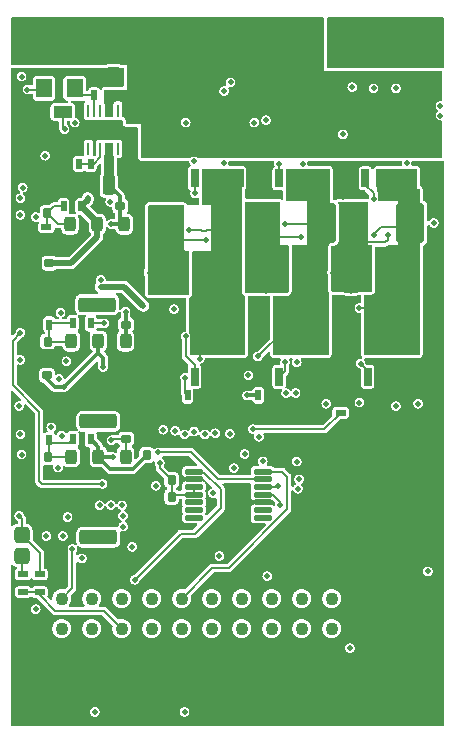
<source format=gbl>
%FSLAX46Y46*%
%MOMM*%
%ADD10C,0.190000*%
%ADD11C,0.300000*%
%ADD12C,0.500000*%
%AMPS17*
1,1,1.100000,0.000000,0.000000*
%
%ADD17PS17*%
%AMPS21*
1,1,1.100000,0.000000,0.000000*
%
%ADD21PS21*%
%AMPS45*
1,1,1.100000,0.000000,0.000000*
%
%ADD45PS45*%
%AMPS30*
1,1,1.100000,0.000000,0.000000*
%
%ADD30PS30*%
%AMPS58*
1,1,3.500000,0.000000,0.000000*
%
%ADD58PS58*%
%AMPS39*
1,1,2.600000,0.000000,0.000000*
%
%ADD39PS39*%
%AMPS25*
1,1,3.500000,0.000000,0.000000*
%
%ADD25PS25*%
%AMPS48*
1,1,3.500000,0.000000,0.000000*
%
%ADD48PS48*%
%AMPS37*
1,1,1.100000,0.000000,0.000000*
%
%ADD37PS37*%
%AMPS59*
1,1,1.100000,0.000000,0.000000*
%
%ADD59PS59*%
%AMPS33*
1,1,1.100000,0.000000,0.000000*
%
%ADD33PS33*%
%AMPS27*
1,1,1.100000,0.000000,0.000000*
%
%ADD27PS27*%
%AMPS32*
1,1,1.100000,0.000000,0.000000*
%
%ADD32PS32*%
%AMPS16*
1,1,1.100000,0.000000,0.000000*
%
%ADD16PS16*%
%AMPS53*
1,1,1.100000,0.000000,0.000000*
%
%ADD53PS53*%
%AMPS49*
1,1,3.500000,0.000000,0.000000*
%
%ADD49PS49*%
%AMPS19*
1,1,3.500000,0.000000,0.000000*
%
%ADD19PS19*%
%AMPS18*
1,1,1.100000,0.000000,0.000000*
%
%ADD18PS18*%
%AMPS54*
1,1,1.100000,0.000000,0.000000*
%
%ADD54PS54*%
%AMPS52*
1,1,1.100000,0.000000,0.000000*
%
%ADD52PS52*%
%AMPS20*
1,1,2.600000,0.000000,0.000000*
%
%ADD20PS20*%
%AMPS35*
21,1,3.140000,1.500000,0.000000,0.000000,180.000000*
%
%ADD35PS35*%
%AMPS34*
21,1,4.900000,4.410000,0.000000,0.000000,90.000000*
%
%ADD34PS34*%
%AMPS36*
21,1,1.500000,0.600000,0.000000,0.000000,90.000000*
%
%ADD36PS36*%
%AMPS62*
1,1,0.500000,0.000000,0.000000*
%
%ADD62PS62*%
%AMPS63*
1,1,0.500000,0.000000,0.000000*
%
%ADD63PS63*%
%AMPS65*
1,1,0.500000,0.000000,0.000000*
%
%ADD65PS65*%
%AMPS64*
1,1,0.500000,0.000000,0.000000*
%
%ADD64PS64*%
%AMPS60*
1,1,0.200000,-0.650000,0.125000*
1,1,0.200000,0.650000,-0.125000*
1,1,0.200000,0.650000,0.125000*
21,1,0.450000,1.300000,0.000000,0.000000,270.000000*
21,1,0.250000,1.500000,0.000000,0.000000,270.000000*
1,1,0.200000,-0.650000,-0.125000*
%
%ADD60PS60*%
%AMPS61*
1,1,0.200000,0.650000,-0.125000*
1,1,0.200000,-0.650000,0.125000*
1,1,0.200000,-0.650000,-0.125000*
21,1,0.450000,1.300000,0.000000,0.000000,90.000000*
21,1,0.250000,1.500000,0.000000,0.000000,90.000000*
1,1,0.200000,0.650000,0.125000*
%
%ADD61PS61*%
%AMPS43*
1,1,0.200000,-0.300000,-0.275000*
1,1,0.200000,0.300000,0.275000*
1,1,0.200000,-0.300000,0.275000*
21,1,0.800000,0.550000,0.000000,0.000000,360.000000*
21,1,0.600000,0.750000,0.000000,0.000000,360.000000*
1,1,0.200000,0.300000,-0.275000*
%
%ADD43PS43*%
%AMPS40*
1,1,0.200000,-0.275000,0.300000*
1,1,0.200000,0.275000,-0.300000*
1,1,0.200000,0.275000,0.300000*
21,1,0.800000,0.550000,0.000000,0.000000,270.000000*
21,1,0.600000,0.750000,0.000000,0.000000,270.000000*
1,1,0.200000,-0.275000,-0.300000*
%
%ADD40PS40*%
%AMPS26*
1,1,0.200000,0.300000,0.275000*
1,1,0.200000,-0.300000,-0.275000*
1,1,0.200000,0.300000,-0.275000*
21,1,0.800000,0.550000,0.000000,0.000000,180.000000*
21,1,0.600000,0.750000,0.000000,0.000000,180.000000*
1,1,0.200000,-0.300000,0.275000*
%
%ADD26PS26*%
%AMPS31*
1,1,0.200000,0.275000,-0.300000*
1,1,0.200000,-0.275000,0.300000*
1,1,0.200000,-0.275000,-0.300000*
21,1,0.800000,0.550000,0.000000,0.000000,90.000000*
21,1,0.600000,0.750000,0.000000,0.000000,90.000000*
1,1,0.200000,0.275000,0.300000*
%
%ADD31PS31*%
%AMPS47*
1,1,0.400000,0.275000,0.425000*
1,1,0.400000,-0.275000,-0.425000*
1,1,0.400000,0.275000,-0.425000*
21,1,0.950000,0.850000,0.000000,0.000000,180.000000*
21,1,0.550000,1.250000,0.000000,0.000000,180.000000*
1,1,0.400000,-0.275000,0.425000*
%
%ADD47PS47*%
%AMPS57*
1,1,0.200000,-1.550000,0.750000*
1,1,0.200000,1.550000,-0.750000*
1,1,0.200000,1.550000,0.750000*
21,1,1.700000,3.100000,0.000000,0.000000,270.000000*
21,1,1.500000,3.300000,0.000000,0.000000,270.000000*
1,1,0.200000,-1.550000,-0.750000*
%
%ADD57PS57*%
%AMPS50*
1,1,0.200000,-0.400000,-0.700000*
1,1,0.200000,0.400000,0.700000*
1,1,0.200000,-0.400000,0.700000*
21,1,1.000000,1.400000,0.000000,0.000000,360.000000*
21,1,0.800000,1.600000,0.000000,0.000000,360.000000*
1,1,0.200000,0.400000,-0.700000*
%
%ADD50PS50*%
%AMPS14*
1,1,0.200000,0.400000,0.700000*
1,1,0.200000,-0.400000,-0.700000*
1,1,0.200000,0.400000,-0.700000*
21,1,1.000000,1.400000,0.000000,0.000000,180.000000*
21,1,0.800000,1.600000,0.000000,0.000000,180.000000*
1,1,0.200000,-0.400000,0.700000*
%
%ADD14PS14*%
%AMPS13*
1,1,0.200000,0.700000,-0.400000*
1,1,0.200000,-0.700000,0.400000*
1,1,0.200000,-0.700000,-0.400000*
21,1,1.000000,1.400000,0.000000,0.000000,90.000000*
21,1,0.800000,1.600000,0.000000,0.000000,90.000000*
1,1,0.200000,0.700000,0.400000*
%
%ADD13PS13*%
%AMPS46*
1,1,0.500000,-1.350000,-0.375000*
1,1,0.500000,1.350000,0.375000*
1,1,0.500000,-1.350000,0.375000*
21,1,3.200000,0.750000,0.000000,0.000000,360.000000*
21,1,2.700000,1.250000,0.000000,0.000000,360.000000*
1,1,0.500000,1.350000,-0.375000*
%
%ADD46PS46*%
%AMPS23*
1,1,0.520000,-0.380000,-0.410000*
1,1,0.520000,0.380000,0.410000*
1,1,0.520000,-0.380000,0.410000*
21,1,1.280000,0.820000,0.000000,0.000000,360.000000*
21,1,0.760000,1.340000,0.000000,0.000000,360.000000*
1,1,0.520000,0.380000,-0.410000*
%
%ADD23PS23*%
%AMPS24*
1,1,0.520000,0.380000,0.410000*
1,1,0.520000,-0.380000,-0.410000*
1,1,0.520000,0.380000,-0.410000*
21,1,1.280000,0.820000,0.000000,0.000000,180.000000*
21,1,0.760000,1.340000,0.000000,0.000000,180.000000*
1,1,0.520000,-0.380000,0.410000*
%
%ADD24PS24*%
%AMPS56*
1,1,0.100000,-0.075000,-0.500000*
1,1,0.100000,0.075000,0.500000*
1,1,0.100000,-0.075000,0.500000*
21,1,0.250000,1.000000,0.000000,0.000000,360.000000*
21,1,0.150000,1.100000,0.000000,0.000000,360.000000*
1,1,0.100000,0.075000,-0.500000*
%
%ADD56PS56*%
%AMPS55*
1,1,0.100000,0.075000,0.500000*
1,1,0.100000,-0.075000,-0.500000*
1,1,0.100000,0.075000,-0.500000*
21,1,0.250000,1.000000,0.000000,0.000000,180.000000*
21,1,0.150000,1.100000,0.000000,0.000000,180.000000*
1,1,0.100000,-0.075000,0.500000*
%
%ADD55PS55*%
%AMPS44*
1,1,0.200000,-0.600000,-0.700000*
1,1,0.200000,0.600000,0.700000*
1,1,0.200000,-0.600000,0.700000*
21,1,1.400000,1.400000,0.000000,0.000000,360.000000*
21,1,1.200000,1.600000,0.000000,0.000000,360.000000*
1,1,0.200000,0.600000,-0.700000*
%
%ADD44PS44*%
%AMPS15*
1,1,0.200000,-0.150000,-0.350000*
1,1,0.200000,0.150000,0.350000*
1,1,0.200000,-0.150000,0.350000*
21,1,0.500000,0.700000,0.000000,0.000000,360.000000*
21,1,0.300000,0.900000,0.000000,0.000000,360.000000*
1,1,0.200000,0.150000,-0.350000*
%
%ADD15PS15*%
%AMPS51*
1,1,0.200000,-0.350000,0.150000*
1,1,0.200000,0.350000,-0.150000*
1,1,0.200000,0.350000,0.150000*
21,1,0.500000,0.700000,0.000000,0.000000,270.000000*
21,1,0.300000,0.900000,0.000000,0.000000,270.000000*
1,1,0.200000,-0.350000,-0.150000*
%
%ADD51PS51*%
%AMPS38*
1,1,0.200000,0.150000,0.350000*
1,1,0.200000,-0.150000,-0.350000*
1,1,0.200000,0.150000,-0.350000*
21,1,0.500000,0.700000,0.000000,0.000000,180.000000*
21,1,0.300000,0.900000,0.000000,0.000000,180.000000*
1,1,0.200000,-0.150000,0.350000*
%
%ADD38PS38*%
%AMPS22*
1,1,0.200000,0.350000,-0.150000*
1,1,0.200000,-0.350000,0.150000*
1,1,0.200000,-0.350000,-0.150000*
21,1,0.500000,0.700000,0.000000,0.000000,90.000000*
21,1,0.300000,0.900000,0.000000,0.000000,90.000000*
1,1,0.200000,0.350000,0.150000*
%
%ADD22PS22*%
%AMPS42*
1,1,0.500000,-0.940000,1.440000*
1,1,0.500000,0.940000,-1.440000*
1,1,0.500000,0.940000,1.440000*
21,1,3.380000,1.880000,0.000000,0.000000,270.000000*
21,1,2.880000,2.380000,0.000000,0.000000,270.000000*
1,1,0.500000,-0.940000,-1.440000*
%
%ADD42PS42*%
%AMPS41*
1,1,0.500000,0.940000,-1.440000*
1,1,0.500000,-0.940000,1.440000*
1,1,0.500000,-0.940000,-1.440000*
21,1,3.380000,1.880000,0.000000,0.000000,90.000000*
21,1,2.880000,2.380000,0.000000,0.000000,90.000000*
1,1,0.500000,0.940000,1.440000*
%
%ADD41PS41*%
%AMPS28*
1,1,0.280000,-0.205000,-0.305000*
1,1,0.280000,0.205000,0.305000*
1,1,0.280000,-0.205000,0.305000*
21,1,0.690000,0.610000,0.000000,0.000000,360.000000*
21,1,0.410000,0.890000,0.000000,0.000000,360.000000*
1,1,0.280000,0.205000,-0.305000*
%
%ADD28PS28*%
%AMPS29*
1,1,0.280000,0.205000,0.305000*
1,1,0.280000,-0.205000,-0.305000*
1,1,0.280000,0.205000,-0.305000*
21,1,0.690000,0.610000,0.000000,0.000000,180.000000*
21,1,0.410000,0.890000,0.000000,0.000000,180.000000*
1,1,0.280000,-0.205000,0.305000*
%
%ADD29PS29*%
G01*
%LPD*%
G36*
X30971909Y19985066D02*
X31009564Y19997954D01*
X31039209Y20024509D01*
X31056150Y20060523D01*
X31059000Y20084229D01*
X31059000Y24209000D01*
X31051080Y24248004D01*
X31028575Y24280829D01*
X30995048Y24302277D01*
X30959000Y24309000D01*
X21255000Y24309000D01*
X21215996Y24301080D01*
X21183171Y24278575D01*
X21161723Y24245048D01*
X21155000Y24209000D01*
X21155000Y20138576D01*
X21162920Y20099572D01*
X21185425Y20066747D01*
X21218952Y20045299D01*
X21254732Y20038576D01*
X30796368Y20013029D01*
X30851865Y20007785D01*
X30878939Y20002698D01*
X30932209Y19987885D01*
X30971909Y19985066D01*
D02*
G37*
%LPD*%
G36*
X30959000Y-35709000D02*
X30998004Y-35701080D01*
X31030829Y-35678575D01*
X31052277Y-35645048D01*
X31059000Y-35609000D01*
X31059000Y12075641D01*
X31051080Y12114645D01*
X31028575Y12147470D01*
X30995048Y12168918D01*
X30955812Y12175590D01*
X30928824Y12170979D01*
X30884542Y12156963D01*
X30855658Y12151098D01*
X30794985Y12145000D01*
X28405713Y12145000D01*
X28366709Y12137080D01*
X28333884Y12114575D01*
X28312436Y12081048D01*
X28306195Y12035193D01*
X28306725Y12029814D01*
X28307689Y12010196D01*
X28307689Y11989804D01*
X28306725Y11970176D01*
X28304727Y11949901D01*
X28301844Y11930462D01*
X28297863Y11910448D01*
X28293102Y11891438D01*
X28290855Y11884033D01*
X28287110Y11844410D01*
X28299116Y11806465D01*
X28324971Y11776207D01*
X28360580Y11758430D01*
X28386548Y11755000D01*
X28695392Y11755000D01*
X28751282Y11749833D01*
X28778564Y11744745D01*
X28823990Y11732146D01*
X28877939Y11705220D01*
X28903025Y11689172D01*
X28943985Y11657169D01*
X28982896Y11611641D01*
X28999737Y11587078D01*
X29024963Y11541646D01*
X29043038Y11484537D01*
X29048902Y11455658D01*
X29055000Y11394985D01*
X29055000Y10074635D01*
X29062920Y10035631D01*
X29099495Y9992309D01*
X29099311Y9992074D01*
X29100435Y9991195D01*
X29101107Y9990400D01*
X29103020Y9989176D01*
X29143985Y9957169D01*
X29182896Y9911641D01*
X29199737Y9887078D01*
X29224963Y9841646D01*
X29243038Y9784537D01*
X29248902Y9755658D01*
X29255000Y9694985D01*
X29255000Y8908890D01*
X29262920Y8869886D01*
X29285425Y8837061D01*
X29321310Y8814736D01*
X29329287Y8811882D01*
X29356901Y8800444D01*
X29374647Y8792051D01*
X29401061Y8777934D01*
X29417873Y8767856D01*
X29442768Y8751222D01*
X29458526Y8739535D01*
X29481677Y8720535D01*
X29496200Y8707372D01*
X29517372Y8686200D01*
X29530535Y8671677D01*
X29549535Y8648526D01*
X29561222Y8632768D01*
X29577856Y8607873D01*
X29587934Y8591061D01*
X29602051Y8564647D01*
X29610444Y8546901D01*
X29621882Y8519287D01*
X29628495Y8500807D01*
X29637195Y8472129D01*
X29641955Y8453125D01*
X29647795Y8423763D01*
X29650677Y8404334D01*
X29653608Y8374584D01*
X29654632Y8353725D01*
X29655000Y8338765D01*
X29655000Y7144452D01*
X29662920Y7105448D01*
X29685425Y7072623D01*
X29718952Y7051175D01*
X29758188Y7044503D01*
X29796919Y7053662D01*
X29829010Y7077203D01*
X29843194Y7097317D01*
X29845261Y7101184D01*
X29855351Y7118019D01*
X29866679Y7134971D01*
X29878385Y7150755D01*
X29891326Y7166523D01*
X29904500Y7181058D01*
X29918942Y7195500D01*
X29933477Y7208674D01*
X29949245Y7221615D01*
X29965029Y7233321D01*
X29981981Y7244649D01*
X29998808Y7254735D01*
X30016823Y7264363D01*
X30034562Y7272753D01*
X30053403Y7280556D01*
X30071888Y7287171D01*
X30091425Y7293098D01*
X30110448Y7297863D01*
X30130462Y7301844D01*
X30149901Y7304727D01*
X30170176Y7306725D01*
X30189804Y7307689D01*
X30210196Y7307689D01*
X30229824Y7306725D01*
X30250099Y7304727D01*
X30269538Y7301844D01*
X30289552Y7297863D01*
X30308575Y7293098D01*
X30328112Y7287171D01*
X30346597Y7280556D01*
X30365438Y7272753D01*
X30383177Y7264363D01*
X30401192Y7254735D01*
X30418019Y7244649D01*
X30434971Y7233321D01*
X30450755Y7221615D01*
X30466523Y7208674D01*
X30481058Y7195500D01*
X30495500Y7181058D01*
X30508674Y7166523D01*
X30521615Y7150755D01*
X30533321Y7134971D01*
X30544649Y7118019D01*
X30554735Y7101192D01*
X30564363Y7083177D01*
X30572753Y7065438D01*
X30580556Y7046597D01*
X30587171Y7028112D01*
X30593098Y7008575D01*
X30597863Y6989552D01*
X30601844Y6969538D01*
X30604727Y6950099D01*
X30606725Y6929824D01*
X30607689Y6910196D01*
X30607689Y6889804D01*
X30606725Y6870176D01*
X30604727Y6849901D01*
X30601844Y6830462D01*
X30597863Y6810448D01*
X30593098Y6791425D01*
X30587171Y6771888D01*
X30580556Y6753403D01*
X30572753Y6734562D01*
X30564363Y6716823D01*
X30554735Y6698808D01*
X30544649Y6681981D01*
X30533321Y6665029D01*
X30521615Y6649245D01*
X30508674Y6633477D01*
X30495500Y6618942D01*
X30481058Y6604500D01*
X30466523Y6591326D01*
X30450755Y6578385D01*
X30434971Y6566679D01*
X30418019Y6555351D01*
X30401192Y6545265D01*
X30383177Y6535637D01*
X30365438Y6527247D01*
X30346597Y6519444D01*
X30328112Y6512829D01*
X30308575Y6506902D01*
X30289552Y6502137D01*
X30269538Y6498156D01*
X30250099Y6495273D01*
X30229824Y6493275D01*
X30210196Y6492311D01*
X30189804Y6492311D01*
X30170176Y6493275D01*
X30149901Y6495273D01*
X30130462Y6498156D01*
X30110448Y6502137D01*
X30091425Y6506902D01*
X30071888Y6512829D01*
X30053403Y6519444D01*
X30034562Y6527247D01*
X30016823Y6535637D01*
X29998808Y6545265D01*
X29981981Y6555351D01*
X29965029Y6566679D01*
X29949245Y6578385D01*
X29933477Y6591326D01*
X29918942Y6604500D01*
X29904500Y6618942D01*
X29891326Y6633477D01*
X29878385Y6649245D01*
X29866679Y6665029D01*
X29855351Y6681981D01*
X29845261Y6698816D01*
X29843194Y6702683D01*
X29817825Y6733349D01*
X29782504Y6751691D01*
X29742826Y6754804D01*
X29705077Y6742195D01*
X29675236Y6715861D01*
X29658029Y6679973D01*
X29655000Y6655548D01*
X29655000Y5461235D01*
X29654632Y5446275D01*
X29653608Y5425416D01*
X29650677Y5395666D01*
X29647795Y5376237D01*
X29641955Y5346875D01*
X29637195Y5327871D01*
X29628495Y5299193D01*
X29621882Y5280713D01*
X29610444Y5253099D01*
X29602051Y5235353D01*
X29587934Y5208939D01*
X29577856Y5192127D01*
X29561222Y5167232D01*
X29549535Y5151474D01*
X29530535Y5128323D01*
X29517372Y5113800D01*
X29496200Y5092628D01*
X29481677Y5079465D01*
X29458526Y5060465D01*
X29442768Y5048778D01*
X29417873Y5032144D01*
X29401061Y5022066D01*
X29374647Y5007949D01*
X29356901Y4999556D01*
X29329287Y4988118D01*
X29321310Y4985264D01*
X29287255Y4964667D01*
X29263931Y4932418D01*
X29255000Y4891110D01*
X29255000Y-4195392D01*
X29249833Y-4251282D01*
X29244745Y-4278564D01*
X29232146Y-4323990D01*
X29205220Y-4377939D01*
X29189172Y-4403025D01*
X29157169Y-4443985D01*
X29111641Y-4482896D01*
X29087078Y-4499737D01*
X29041646Y-4524963D01*
X28984537Y-4543038D01*
X28955658Y-4548902D01*
X28894985Y-4555000D01*
X24404609Y-4555000D01*
X24379200Y-4552651D01*
X24339633Y-4556946D01*
X24304875Y-4576335D01*
X24280432Y-4607744D01*
X24270176Y-4646199D01*
X24275731Y-4685609D01*
X24295899Y-4719382D01*
X24308675Y-4733478D01*
X24321615Y-4749245D01*
X24333321Y-4765029D01*
X24344649Y-4781981D01*
X24354735Y-4798808D01*
X24364363Y-4816823D01*
X24372753Y-4834562D01*
X24380556Y-4853403D01*
X24387169Y-4871880D01*
X24388743Y-4877070D01*
X24413726Y-4918752D01*
X24580685Y-5085711D01*
X24613865Y-5107690D01*
X24651396Y-5115000D01*
X24887575Y-5115000D01*
X24971277Y-5127497D01*
X25018944Y-5147796D01*
X25062998Y-5178916D01*
X25099506Y-5218628D01*
X25126819Y-5265138D01*
X25143716Y-5316365D01*
X25150000Y-5375317D01*
X25150000Y-6862575D01*
X25137503Y-6946277D01*
X25117204Y-6993944D01*
X25086084Y-7037998D01*
X25046372Y-7074506D01*
X24999862Y-7101819D01*
X24948635Y-7118716D01*
X24889683Y-7125000D01*
X24302425Y-7125000D01*
X24218723Y-7112503D01*
X24171056Y-7092204D01*
X24127002Y-7061084D01*
X24090494Y-7021372D01*
X24063181Y-6974862D01*
X24046284Y-6923635D01*
X24040000Y-6864683D01*
X24040000Y-5576396D01*
X24032080Y-5537392D01*
X24010711Y-5505685D01*
X23918752Y-5413726D01*
X23877070Y-5388743D01*
X23871880Y-5387169D01*
X23853403Y-5380556D01*
X23834562Y-5372753D01*
X23816823Y-5364363D01*
X23798808Y-5354735D01*
X23781981Y-5344649D01*
X23765029Y-5333321D01*
X23749245Y-5321615D01*
X23733477Y-5308674D01*
X23718942Y-5295500D01*
X23704500Y-5281058D01*
X23691326Y-5266523D01*
X23678385Y-5250755D01*
X23666679Y-5234971D01*
X23655351Y-5218019D01*
X23645265Y-5201192D01*
X23635637Y-5183177D01*
X23627247Y-5165438D01*
X23619444Y-5146597D01*
X23612829Y-5128112D01*
X23606902Y-5108575D01*
X23602137Y-5089552D01*
X23598156Y-5069538D01*
X23595273Y-5050099D01*
X23593275Y-5029824D01*
X23592311Y-5010196D01*
X23592311Y-4989804D01*
X23593275Y-4970176D01*
X23595273Y-4949901D01*
X23598156Y-4930462D01*
X23602137Y-4910448D01*
X23606902Y-4891425D01*
X23612829Y-4871888D01*
X23619444Y-4853403D01*
X23627247Y-4834562D01*
X23635637Y-4816823D01*
X23645265Y-4798808D01*
X23655351Y-4781981D01*
X23666679Y-4765029D01*
X23678385Y-4749245D01*
X23691326Y-4733477D01*
X23704500Y-4718942D01*
X23718942Y-4704500D01*
X23733477Y-4691326D01*
X23749245Y-4678385D01*
X23765029Y-4666679D01*
X23781981Y-4655351D01*
X23798808Y-4645265D01*
X23816823Y-4635637D01*
X23834562Y-4627247D01*
X23853403Y-4619444D01*
X23871888Y-4612829D01*
X23891425Y-4606902D01*
X23910448Y-4602137D01*
X23930462Y-4598156D01*
X23949901Y-4595273D01*
X23970176Y-4593275D01*
X23989804Y-4592311D01*
X24010196Y-4592311D01*
X24029819Y-4593275D01*
X24047416Y-4595009D01*
X24087008Y-4590952D01*
X24121882Y-4571773D01*
X24146513Y-4540512D01*
X24157001Y-4502119D01*
X24151684Y-4462676D01*
X24133239Y-4430520D01*
X24116025Y-4410379D01*
X24108708Y-4401185D01*
X24090494Y-4381372D01*
X24063181Y-4334862D01*
X24046284Y-4283635D01*
X24040000Y-4224683D01*
X24040000Y-806206D01*
X24032080Y-767202D01*
X24009575Y-734377D01*
X23976048Y-712929D01*
X23932276Y-706969D01*
X23932258Y-706605D01*
X23930305Y-706701D01*
X23930203Y-706687D01*
X23929818Y-706725D01*
X23910196Y-707689D01*
X23889804Y-707689D01*
X23870176Y-706725D01*
X23849901Y-704727D01*
X23830462Y-701844D01*
X23810448Y-697863D01*
X23791425Y-693098D01*
X23771888Y-687171D01*
X23753403Y-680556D01*
X23734562Y-672753D01*
X23716823Y-664363D01*
X23698808Y-654735D01*
X23681981Y-644649D01*
X23665029Y-633321D01*
X23649245Y-621615D01*
X23633477Y-608674D01*
X23618942Y-595500D01*
X23604500Y-581058D01*
X23591326Y-566523D01*
X23578385Y-550755D01*
X23566679Y-534971D01*
X23555351Y-518019D01*
X23545265Y-501192D01*
X23535637Y-483177D01*
X23527247Y-465438D01*
X23519444Y-446597D01*
X23512829Y-428112D01*
X23506902Y-408575D01*
X23502137Y-389552D01*
X23498156Y-369538D01*
X23495273Y-350099D01*
X23493275Y-329824D01*
X23492311Y-310196D01*
X23492311Y-289804D01*
X23493275Y-270176D01*
X23495273Y-249901D01*
X23498156Y-230462D01*
X23502137Y-210448D01*
X23506902Y-191425D01*
X23512829Y-171888D01*
X23519444Y-153403D01*
X23527247Y-134562D01*
X23535637Y-116823D01*
X23545265Y-98808D01*
X23555351Y-81981D01*
X23566679Y-65029D01*
X23578385Y-49245D01*
X23591326Y-33477D01*
X23604500Y-18942D01*
X23618942Y-4500D01*
X23633477Y8674D01*
X23649245Y21615D01*
X23665029Y33321D01*
X23681981Y44649D01*
X23698808Y54735D01*
X23716823Y64363D01*
X23734562Y72753D01*
X23753403Y80556D01*
X23771888Y87171D01*
X23791425Y93098D01*
X23810448Y97863D01*
X23830462Y101844D01*
X23849901Y104727D01*
X23870176Y106725D01*
X23889804Y107689D01*
X23910196Y107689D01*
X23929818Y106725D01*
X23930203Y106687D01*
X23930328Y106700D01*
X23932258Y106605D01*
X23932272Y106899D01*
X23969794Y110748D01*
X24004667Y129929D01*
X24029296Y161192D01*
X24040000Y206206D01*
X24040000Y662575D01*
X24043904Y688724D01*
X24045000Y703490D01*
X24045000Y733115D01*
X24037080Y772119D01*
X24014575Y804944D01*
X23981048Y826392D01*
X23941812Y833064D01*
X23911311Y827270D01*
X23796199Y786083D01*
X23767577Y777401D01*
X23605742Y736862D01*
X23576413Y731028D01*
X23411374Y706547D01*
X23381593Y703615D01*
X23214956Y695428D01*
X23185044Y695428D01*
X23018407Y703615D01*
X22988626Y706547D01*
X22823587Y731028D01*
X22794258Y736862D01*
X22632434Y777398D01*
X22603770Y786093D01*
X22455474Y839154D01*
X22421785Y845000D01*
X21655000Y845000D01*
X21615996Y837080D01*
X21583171Y814575D01*
X21561723Y781048D01*
X21555000Y745000D01*
X21555000Y-4184372D01*
X21549833Y-4240262D01*
X21544745Y-4267544D01*
X21532146Y-4312970D01*
X21505220Y-4366919D01*
X21489172Y-4392005D01*
X21457169Y-4432965D01*
X21411641Y-4471876D01*
X21387078Y-4488717D01*
X21341646Y-4513943D01*
X21284537Y-4532018D01*
X21255658Y-4537882D01*
X21194985Y-4543980D01*
X19038458Y-4543980D01*
X18999454Y-4551900D01*
X18966629Y-4574405D01*
X18945181Y-4607932D01*
X18938509Y-4647168D01*
X18952688Y-4695395D01*
X18954739Y-4698817D01*
X18964363Y-4716823D01*
X18972753Y-4734562D01*
X18980556Y-4753403D01*
X18987171Y-4771888D01*
X18993098Y-4791425D01*
X18997863Y-4810448D01*
X19001844Y-4830462D01*
X19004727Y-4849901D01*
X19006725Y-4870176D01*
X19007689Y-4889804D01*
X19007689Y-4910196D01*
X19006725Y-4929824D01*
X19004727Y-4950099D01*
X19001844Y-4969538D01*
X18997863Y-4989552D01*
X18993098Y-5008575D01*
X18987171Y-5028112D01*
X18980556Y-5046597D01*
X18972753Y-5065438D01*
X18964363Y-5083177D01*
X18954735Y-5101192D01*
X18944649Y-5118019D01*
X18933321Y-5134971D01*
X18921615Y-5150755D01*
X18908674Y-5166523D01*
X18895500Y-5181058D01*
X18881058Y-5195500D01*
X18866523Y-5208674D01*
X18850755Y-5221615D01*
X18834971Y-5233321D01*
X18818019Y-5244649D01*
X18801192Y-5254735D01*
X18783177Y-5264363D01*
X18765438Y-5272753D01*
X18746597Y-5280556D01*
X18728112Y-5287171D01*
X18708575Y-5293098D01*
X18689552Y-5297863D01*
X18669538Y-5301844D01*
X18650099Y-5304727D01*
X18629824Y-5306725D01*
X18610196Y-5307689D01*
X18589804Y-5307689D01*
X18570176Y-5306725D01*
X18549901Y-5304727D01*
X18530462Y-5301844D01*
X18510448Y-5297863D01*
X18491425Y-5293098D01*
X18471888Y-5287171D01*
X18453403Y-5280556D01*
X18434562Y-5272753D01*
X18416823Y-5264363D01*
X18398808Y-5254735D01*
X18381981Y-5244649D01*
X18365029Y-5233321D01*
X18349245Y-5221615D01*
X18333477Y-5208674D01*
X18318942Y-5195500D01*
X18304500Y-5181058D01*
X18291326Y-5166523D01*
X18278385Y-5150755D01*
X18266679Y-5134971D01*
X18255351Y-5118019D01*
X18245265Y-5101192D01*
X18235637Y-5083177D01*
X18227247Y-5065438D01*
X18219444Y-5046597D01*
X18212829Y-5028112D01*
X18206902Y-5008575D01*
X18202138Y-4989555D01*
X18198655Y-4972046D01*
X18183278Y-4935337D01*
X18154801Y-4907532D01*
X18136509Y-4900379D01*
X18159269Y-4889980D01*
X18186151Y-4860631D01*
X18198523Y-4828618D01*
X18202136Y-4810452D01*
X18206902Y-4791425D01*
X18212829Y-4771888D01*
X18219444Y-4753403D01*
X18227247Y-4734562D01*
X18235637Y-4716823D01*
X18245261Y-4698817D01*
X18247312Y-4695395D01*
X18260573Y-4657870D01*
X18258147Y-4618145D01*
X18240419Y-4582511D01*
X18210197Y-4556615D01*
X18161542Y-4543980D01*
X18039079Y-4543980D01*
X18000075Y-4551900D01*
X17967250Y-4574405D01*
X17945802Y-4607932D01*
X17939130Y-4647168D01*
X17953308Y-4695393D01*
X17955757Y-4699478D01*
X17965383Y-4717489D01*
X17973773Y-4735228D01*
X17981576Y-4754069D01*
X17988191Y-4772554D01*
X17994118Y-4792091D01*
X17998882Y-4811111D01*
X18002365Y-4828620D01*
X18017742Y-4865329D01*
X18046219Y-4893134D01*
X18064511Y-4900287D01*
X18041751Y-4910686D01*
X18014869Y-4940035D01*
X18002497Y-4972048D01*
X17998884Y-4990214D01*
X17994118Y-5009241D01*
X17988191Y-5028778D01*
X17981576Y-5047263D01*
X17973773Y-5066104D01*
X17965379Y-5083852D01*
X17962827Y-5088627D01*
X17951020Y-5135764D01*
X17951020Y-5611533D01*
X17949551Y-5641421D01*
X17948446Y-5652631D01*
X17936789Y-5711233D01*
X17934233Y-5719658D01*
X17911365Y-5774868D01*
X17907219Y-5782626D01*
X17874011Y-5832326D01*
X17866876Y-5841020D01*
X17846775Y-5863199D01*
X17679289Y-6030685D01*
X17657310Y-6063865D01*
X17650000Y-6101396D01*
X17650000Y-6862575D01*
X17637503Y-6946277D01*
X17634300Y-6953799D01*
X17626304Y-6992787D01*
X17634149Y-7031806D01*
X17656591Y-7064675D01*
X17690075Y-7086188D01*
X17721394Y-7092860D01*
X17729804Y-7093273D01*
X17750099Y-7095273D01*
X17769538Y-7098156D01*
X17789552Y-7102137D01*
X17808575Y-7106902D01*
X17828112Y-7112829D01*
X17846597Y-7119444D01*
X17865438Y-7127247D01*
X17883177Y-7135637D01*
X17901192Y-7145265D01*
X17918019Y-7155351D01*
X17934971Y-7166679D01*
X17950755Y-7178385D01*
X17966523Y-7191326D01*
X17981058Y-7204500D01*
X17995500Y-7218942D01*
X18008676Y-7233479D01*
X18022700Y-7250567D01*
X18053566Y-7275693D01*
X18091787Y-7286789D01*
X18131309Y-7282099D01*
X18177300Y-7250567D01*
X18191324Y-7233479D01*
X18204500Y-7218942D01*
X18218942Y-7204500D01*
X18233477Y-7191326D01*
X18249245Y-7178385D01*
X18265029Y-7166679D01*
X18281981Y-7155351D01*
X18298808Y-7145265D01*
X18316823Y-7135637D01*
X18334562Y-7127247D01*
X18353403Y-7119444D01*
X18371888Y-7112829D01*
X18391425Y-7106902D01*
X18410448Y-7102137D01*
X18430462Y-7098156D01*
X18449901Y-7095273D01*
X18470176Y-7093275D01*
X18489804Y-7092311D01*
X18510196Y-7092311D01*
X18529824Y-7093275D01*
X18550099Y-7095273D01*
X18569538Y-7098156D01*
X18589552Y-7102137D01*
X18608575Y-7106902D01*
X18628112Y-7112829D01*
X18646597Y-7119444D01*
X18665438Y-7127247D01*
X18683177Y-7135637D01*
X18701192Y-7145265D01*
X18718019Y-7155351D01*
X18734971Y-7166679D01*
X18750755Y-7178385D01*
X18766523Y-7191326D01*
X18781058Y-7204500D01*
X18795500Y-7218942D01*
X18808674Y-7233477D01*
X18821615Y-7249245D01*
X18833321Y-7265029D01*
X18844649Y-7281981D01*
X18854735Y-7298808D01*
X18864363Y-7316823D01*
X18872753Y-7334562D01*
X18880556Y-7353403D01*
X18887171Y-7371888D01*
X18893098Y-7391425D01*
X18897863Y-7410448D01*
X18901844Y-7430462D01*
X18904727Y-7449901D01*
X18906725Y-7470176D01*
X18907689Y-7489804D01*
X18907689Y-7510196D01*
X18906725Y-7529824D01*
X18904727Y-7550099D01*
X18901844Y-7569538D01*
X18897863Y-7589552D01*
X18893098Y-7608575D01*
X18887171Y-7628112D01*
X18880556Y-7646597D01*
X18872753Y-7665438D01*
X18864363Y-7683177D01*
X18854735Y-7701192D01*
X18844649Y-7718019D01*
X18833321Y-7734971D01*
X18821615Y-7750755D01*
X18808674Y-7766523D01*
X18795500Y-7781058D01*
X18781058Y-7795500D01*
X18766523Y-7808674D01*
X18750755Y-7821615D01*
X18734971Y-7833321D01*
X18718019Y-7844649D01*
X18701192Y-7854735D01*
X18683177Y-7864363D01*
X18665438Y-7872753D01*
X18646597Y-7880556D01*
X18628112Y-7887171D01*
X18608575Y-7893098D01*
X18589552Y-7897863D01*
X18569538Y-7901844D01*
X18550099Y-7904727D01*
X18529824Y-7906725D01*
X18510196Y-7907689D01*
X18489804Y-7907689D01*
X18470176Y-7906725D01*
X18449901Y-7904727D01*
X18430462Y-7901844D01*
X18410448Y-7897863D01*
X18391425Y-7893098D01*
X18371888Y-7887171D01*
X18353403Y-7880556D01*
X18334562Y-7872753D01*
X18316823Y-7864363D01*
X18298808Y-7854735D01*
X18281981Y-7844649D01*
X18265029Y-7833321D01*
X18249245Y-7821615D01*
X18233477Y-7808674D01*
X18218942Y-7795500D01*
X18204500Y-7781058D01*
X18191324Y-7766521D01*
X18177300Y-7749433D01*
X18146434Y-7724307D01*
X18108213Y-7713211D01*
X18068691Y-7717901D01*
X18022700Y-7749433D01*
X18008676Y-7766521D01*
X17995500Y-7781058D01*
X17981058Y-7795500D01*
X17966523Y-7808674D01*
X17950755Y-7821615D01*
X17934971Y-7833321D01*
X17918019Y-7844649D01*
X17901192Y-7854735D01*
X17883177Y-7864363D01*
X17865438Y-7872753D01*
X17846597Y-7880556D01*
X17828112Y-7887171D01*
X17808575Y-7893098D01*
X17789552Y-7897863D01*
X17769538Y-7901844D01*
X17750099Y-7904727D01*
X17729824Y-7906725D01*
X17710196Y-7907689D01*
X17689804Y-7907689D01*
X17670176Y-7906725D01*
X17649901Y-7904727D01*
X17630462Y-7901844D01*
X17610448Y-7897863D01*
X17591425Y-7893098D01*
X17571888Y-7887171D01*
X17553403Y-7880556D01*
X17534562Y-7872753D01*
X17516823Y-7864363D01*
X17498808Y-7854735D01*
X17481981Y-7844649D01*
X17465029Y-7833321D01*
X17449245Y-7821615D01*
X17433477Y-7808674D01*
X17418942Y-7795500D01*
X17404500Y-7781058D01*
X17391326Y-7766523D01*
X17378385Y-7750755D01*
X17366679Y-7734971D01*
X17355351Y-7718019D01*
X17345265Y-7701192D01*
X17335637Y-7683177D01*
X17327247Y-7665438D01*
X17319444Y-7646597D01*
X17312829Y-7628112D01*
X17306902Y-7608575D01*
X17302137Y-7589552D01*
X17298156Y-7569538D01*
X17295273Y-7550099D01*
X17293275Y-7529824D01*
X17292311Y-7510196D01*
X17292311Y-7489804D01*
X17293275Y-7470176D01*
X17295273Y-7449901D01*
X17298156Y-7430462D01*
X17302137Y-7410448D01*
X17306902Y-7391425D01*
X17312829Y-7371888D01*
X17319444Y-7353403D01*
X17327247Y-7334562D01*
X17335637Y-7316823D01*
X17345265Y-7298808D01*
X17355347Y-7281989D01*
X17356299Y-7280564D01*
X17356511Y-7280047D01*
X17356612Y-7279878D01*
X17356586Y-7279863D01*
X17371386Y-7243735D01*
X17370914Y-7203938D01*
X17354957Y-7167478D01*
X17326042Y-7140129D01*
X17273157Y-7125000D01*
X16802425Y-7125000D01*
X16718723Y-7112503D01*
X16671056Y-7092204D01*
X16627002Y-7061084D01*
X16590494Y-7021372D01*
X16563181Y-6974862D01*
X16546284Y-6923635D01*
X16540000Y-6864683D01*
X16540000Y-5377425D01*
X16552497Y-5293723D01*
X16572796Y-5246056D01*
X16603916Y-5202002D01*
X16643628Y-5165494D01*
X16690138Y-5138181D01*
X16741365Y-5121284D01*
X16800317Y-5115000D01*
X17106275Y-5115000D01*
X17145279Y-5107080D01*
X17178104Y-5084575D01*
X17199552Y-5051048D01*
X17206224Y-5011812D01*
X17203549Y-4992634D01*
X17203634Y-4992617D01*
X17203340Y-4991141D01*
X17203281Y-4990715D01*
X17203158Y-4990224D01*
X17199176Y-4970204D01*
X17196293Y-4950765D01*
X17194295Y-4930490D01*
X17193331Y-4910862D01*
X17193331Y-4890470D01*
X17194295Y-4870842D01*
X17196293Y-4850567D01*
X17199176Y-4831128D01*
X17203157Y-4811114D01*
X17207922Y-4792091D01*
X17213849Y-4772554D01*
X17220464Y-4754069D01*
X17228267Y-4735228D01*
X17236657Y-4717489D01*
X17246283Y-4699478D01*
X17248732Y-4695393D01*
X17261992Y-4657867D01*
X17259565Y-4618142D01*
X17241836Y-4582509D01*
X17211614Y-4556613D01*
X17162961Y-4543980D01*
X16704608Y-4543980D01*
X16648718Y-4538813D01*
X16621436Y-4533725D01*
X16576010Y-4521126D01*
X16522061Y-4494200D01*
X16496975Y-4478152D01*
X16456015Y-4446149D01*
X16417104Y-4400621D01*
X16400263Y-4376058D01*
X16375037Y-4330626D01*
X16356962Y-4273517D01*
X16351098Y-4244638D01*
X16345000Y-4183965D01*
X16345000Y-4091396D01*
X16337080Y-4052392D01*
X16314575Y-4019567D01*
X16281048Y-3998119D01*
X16241812Y-3991447D01*
X16203081Y-4000606D01*
X16174289Y-4020685D01*
X15713726Y-4481248D01*
X15688743Y-4522930D01*
X15687169Y-4528120D01*
X15680556Y-4546597D01*
X15672753Y-4565438D01*
X15664363Y-4583177D01*
X15654735Y-4601192D01*
X15644649Y-4618019D01*
X15633321Y-4634971D01*
X15621615Y-4650755D01*
X15608674Y-4666523D01*
X15595500Y-4681058D01*
X15581058Y-4695500D01*
X15566523Y-4708674D01*
X15550755Y-4721615D01*
X15534971Y-4733321D01*
X15518019Y-4744649D01*
X15501192Y-4754735D01*
X15483177Y-4764363D01*
X15465438Y-4772753D01*
X15446597Y-4780556D01*
X15428112Y-4787171D01*
X15408575Y-4793098D01*
X15389552Y-4797863D01*
X15369538Y-4801844D01*
X15350099Y-4804727D01*
X15329824Y-4806725D01*
X15310196Y-4807689D01*
X15289804Y-4807689D01*
X15270176Y-4806725D01*
X15249901Y-4804727D01*
X15230462Y-4801844D01*
X15210448Y-4797863D01*
X15191425Y-4793098D01*
X15171888Y-4787171D01*
X15153403Y-4780556D01*
X15134562Y-4772753D01*
X15116823Y-4764363D01*
X15098808Y-4754735D01*
X15081981Y-4744649D01*
X15065029Y-4733321D01*
X15049245Y-4721615D01*
X15033477Y-4708674D01*
X15018942Y-4695500D01*
X15004500Y-4681058D01*
X14991326Y-4666523D01*
X14978385Y-4650755D01*
X14966679Y-4634971D01*
X14955351Y-4618019D01*
X14945265Y-4601192D01*
X14935637Y-4583177D01*
X14927247Y-4565438D01*
X14919444Y-4546597D01*
X14912829Y-4528112D01*
X14906902Y-4508575D01*
X14902137Y-4489552D01*
X14898156Y-4469538D01*
X14895273Y-4450099D01*
X14893275Y-4429824D01*
X14892311Y-4410196D01*
X14892311Y-4389804D01*
X14893275Y-4370176D01*
X14895273Y-4349901D01*
X14898156Y-4330462D01*
X14902137Y-4310448D01*
X14906902Y-4291425D01*
X14912829Y-4271888D01*
X14919444Y-4253403D01*
X14927247Y-4234562D01*
X14935637Y-4216823D01*
X14945265Y-4198808D01*
X14955351Y-4181981D01*
X14966679Y-4165029D01*
X14978385Y-4149245D01*
X14991326Y-4133477D01*
X15004500Y-4118942D01*
X15018942Y-4104500D01*
X15033477Y-4091326D01*
X15049245Y-4078385D01*
X15065029Y-4066679D01*
X15081981Y-4055351D01*
X15098808Y-4045265D01*
X15116823Y-4035637D01*
X15134562Y-4027247D01*
X15153403Y-4019444D01*
X15171880Y-4012831D01*
X15177070Y-4011257D01*
X15218752Y-3986274D01*
X16315711Y-2889315D01*
X16337690Y-2856135D01*
X16345000Y-2818604D01*
X16345000Y610441D01*
X16337080Y649445D01*
X16314575Y682270D01*
X16281048Y703718D01*
X16230326Y709358D01*
X16211391Y706549D01*
X16181593Y703615D01*
X16014956Y695428D01*
X15985044Y695428D01*
X15818407Y703615D01*
X15788626Y706547D01*
X15623587Y731028D01*
X15594258Y736862D01*
X15573736Y742003D01*
X15549438Y745000D01*
X14555000Y745000D01*
X14515996Y737080D01*
X14483171Y714575D01*
X14461723Y681048D01*
X14455000Y645000D01*
X14455000Y-4195392D01*
X14449833Y-4251282D01*
X14444745Y-4278564D01*
X14432146Y-4323990D01*
X14405220Y-4377939D01*
X14389172Y-4403025D01*
X14357169Y-4443985D01*
X14311641Y-4482896D01*
X14287078Y-4499737D01*
X14241646Y-4524963D01*
X14184537Y-4543038D01*
X14155658Y-4548902D01*
X14094985Y-4555000D01*
X10904728Y-4555000D01*
X10865724Y-4562920D01*
X10832899Y-4585425D01*
X10811451Y-4618952D01*
X10805209Y-4645200D01*
X10804725Y-4650115D01*
X10801844Y-4669538D01*
X10797863Y-4689552D01*
X10793098Y-4708575D01*
X10787171Y-4728112D01*
X10780556Y-4746597D01*
X10772753Y-4765438D01*
X10764363Y-4783177D01*
X10754735Y-4801192D01*
X10744649Y-4818019D01*
X10733321Y-4834971D01*
X10721615Y-4850755D01*
X10708674Y-4866523D01*
X10695500Y-4881058D01*
X10681058Y-4895500D01*
X10666523Y-4908674D01*
X10650755Y-4921615D01*
X10634971Y-4933321D01*
X10618019Y-4944649D01*
X10601192Y-4954735D01*
X10583177Y-4964363D01*
X10565438Y-4972753D01*
X10546597Y-4980556D01*
X10528112Y-4987171D01*
X10508575Y-4993098D01*
X10489552Y-4997863D01*
X10469530Y-5001845D01*
X10462486Y-5002890D01*
X10425066Y-5016447D01*
X10395898Y-5043524D01*
X10379601Y-5079834D01*
X10378757Y-5119625D01*
X10393499Y-5156593D01*
X10406681Y-5170250D01*
X10405785Y-5171074D01*
X10449506Y-5218632D01*
X10476819Y-5265142D01*
X10493716Y-5316369D01*
X10500000Y-5375321D01*
X10500000Y-6862579D01*
X10487503Y-6946281D01*
X10467204Y-6993948D01*
X10436084Y-7038002D01*
X10396372Y-7074510D01*
X10349862Y-7101823D01*
X10298635Y-7118720D01*
X10239683Y-7125004D01*
X9937108Y-7125004D01*
X9898104Y-7132924D01*
X9865279Y-7155429D01*
X9843831Y-7188956D01*
X9837159Y-7228192D01*
X9841415Y-7254038D01*
X9843655Y-7261422D01*
X9844840Y-7266153D01*
X9850680Y-7295515D01*
X9851400Y-7300372D01*
X9854330Y-7330120D01*
X9854631Y-7336227D01*
X9855000Y-7351241D01*
X9855000Y-8048759D01*
X9854631Y-8063773D01*
X9854330Y-8069880D01*
X9851400Y-8099628D01*
X9850678Y-8104498D01*
X9844840Y-8133847D01*
X9843654Y-8138584D01*
X9834952Y-8167269D01*
X9833295Y-8171898D01*
X9821867Y-8199487D01*
X9819767Y-8203929D01*
X9805643Y-8230353D01*
X9803122Y-8234558D01*
X9786505Y-8259429D01*
X9783592Y-8263357D01*
X9764581Y-8286521D01*
X9761298Y-8290143D01*
X9740143Y-8311298D01*
X9736521Y-8314581D01*
X9713357Y-8333592D01*
X9709429Y-8336505D01*
X9684558Y-8353122D01*
X9680353Y-8355643D01*
X9653929Y-8369767D01*
X9649487Y-8371867D01*
X9621898Y-8383295D01*
X9617269Y-8384952D01*
X9588584Y-8393654D01*
X9583847Y-8394840D01*
X9554498Y-8400678D01*
X9549628Y-8401400D01*
X9519880Y-8404330D01*
X9513773Y-8404631D01*
X9498759Y-8405000D01*
X9201241Y-8405000D01*
X9186227Y-8404631D01*
X9180120Y-8404330D01*
X9150372Y-8401400D01*
X9145502Y-8400678D01*
X9116153Y-8394840D01*
X9111416Y-8393654D01*
X9082731Y-8384952D01*
X9078102Y-8383295D01*
X9050513Y-8371867D01*
X9046071Y-8369767D01*
X9019647Y-8355643D01*
X9015442Y-8353122D01*
X8990571Y-8336505D01*
X8986643Y-8333592D01*
X8963479Y-8314581D01*
X8959857Y-8311298D01*
X8938702Y-8290143D01*
X8935419Y-8286521D01*
X8916408Y-8263357D01*
X8913495Y-8259429D01*
X8896878Y-8234558D01*
X8894357Y-8230353D01*
X8880233Y-8203929D01*
X8878133Y-8199487D01*
X8866705Y-8171898D01*
X8865048Y-8167269D01*
X8856346Y-8138584D01*
X8855160Y-8133847D01*
X8849322Y-8104498D01*
X8848600Y-8099628D01*
X8845670Y-8069880D01*
X8845369Y-8063773D01*
X8845000Y-8048759D01*
X8845000Y-7696500D01*
X8837388Y-7658232D01*
X8814796Y-7603689D01*
X8812241Y-7595268D01*
X8800582Y-7536647D01*
X8799479Y-7525444D01*
X8798010Y-7495547D01*
X8798010Y-6435098D01*
X8786203Y-6387961D01*
X8783651Y-6383186D01*
X8775257Y-6365438D01*
X8767454Y-6346597D01*
X8760839Y-6328112D01*
X8754912Y-6308575D01*
X8750147Y-6289552D01*
X8746166Y-6269538D01*
X8743283Y-6250099D01*
X8741285Y-6229824D01*
X8740321Y-6210196D01*
X8740321Y-6189804D01*
X8741284Y-6170195D01*
X8743283Y-6149901D01*
X8746166Y-6130462D01*
X8750147Y-6110448D01*
X8754912Y-6091425D01*
X8760839Y-6071888D01*
X8767454Y-6053403D01*
X8775257Y-6034562D01*
X8783647Y-6016823D01*
X8793275Y-5998808D01*
X8803361Y-5981981D01*
X8814689Y-5965029D01*
X8826395Y-5949245D01*
X8839336Y-5933477D01*
X8852510Y-5918942D01*
X8866952Y-5904500D01*
X8881487Y-5891326D01*
X8897255Y-5878385D01*
X8913039Y-5866679D01*
X8929991Y-5855351D01*
X8946818Y-5845265D01*
X8964833Y-5835637D01*
X8982572Y-5827247D01*
X9001413Y-5819444D01*
X9019898Y-5812829D01*
X9039435Y-5806902D01*
X9058458Y-5802137D01*
X9078472Y-5798156D01*
X9097911Y-5795273D01*
X9118186Y-5793275D01*
X9137814Y-5792311D01*
X9158206Y-5792311D01*
X9177834Y-5793275D01*
X9198109Y-5795273D01*
X9217548Y-5798156D01*
X9237562Y-5802137D01*
X9256573Y-5806899D01*
X9260964Y-5808231D01*
X9300587Y-5811977D01*
X9338533Y-5799972D01*
X9368791Y-5774118D01*
X9386569Y-5738510D01*
X9390000Y-5712539D01*
X9390000Y-5377429D01*
X9402497Y-5293727D01*
X9422796Y-5246060D01*
X9424802Y-5243221D01*
X9440836Y-5206794D01*
X9441393Y-5166998D01*
X9413835Y-5114815D01*
X8950700Y-4651680D01*
X8945898Y-4644648D01*
X8924705Y-4623294D01*
X8919006Y-4616350D01*
X8885798Y-4566650D01*
X8881652Y-4558892D01*
X8858784Y-4503682D01*
X8856229Y-4495262D01*
X8844570Y-4436641D01*
X8843467Y-4425438D01*
X8841998Y-4395541D01*
X8841998Y-2935098D01*
X8830191Y-2887961D01*
X8827639Y-2883186D01*
X8819245Y-2865438D01*
X8811442Y-2846597D01*
X8804827Y-2828112D01*
X8798900Y-2808575D01*
X8794135Y-2789552D01*
X8790154Y-2769538D01*
X8787271Y-2750099D01*
X8785273Y-2729824D01*
X8784309Y-2710196D01*
X8784309Y-2689804D01*
X8785273Y-2670176D01*
X8787271Y-2649901D01*
X8790154Y-2630462D01*
X8794135Y-2610448D01*
X8798900Y-2591425D01*
X8804827Y-2571888D01*
X8811442Y-2553403D01*
X8819245Y-2534562D01*
X8827635Y-2516823D01*
X8837263Y-2498808D01*
X8847349Y-2481981D01*
X8858677Y-2465029D01*
X8870383Y-2449245D01*
X8883324Y-2433477D01*
X8896498Y-2418942D01*
X8910940Y-2404500D01*
X8925475Y-2391326D01*
X8941243Y-2378385D01*
X8957027Y-2366679D01*
X8973979Y-2355351D01*
X8990806Y-2345265D01*
X9008821Y-2335637D01*
X9026560Y-2327247D01*
X9045401Y-2319444D01*
X9063886Y-2312829D01*
X9083423Y-2306902D01*
X9102446Y-2302137D01*
X9122460Y-2298156D01*
X9141883Y-2295275D01*
X9154800Y-2294003D01*
X9192840Y-2282298D01*
X9223302Y-2256684D01*
X9241360Y-2221218D01*
X9245000Y-2194484D01*
X9245000Y445000D01*
X9237080Y484004D01*
X9214575Y516829D01*
X9181048Y538277D01*
X9145000Y545000D01*
X6104608Y545000D01*
X6048718Y550167D01*
X6021436Y555255D01*
X5976010Y567854D01*
X5922061Y594780D01*
X5896975Y610828D01*
X5856015Y642831D01*
X5817104Y688359D01*
X5800263Y712922D01*
X5775037Y758354D01*
X5756962Y815463D01*
X5751098Y844342D01*
X5745000Y905015D01*
X5745000Y2249438D01*
X5742003Y2273736D01*
X5736862Y2294258D01*
X5731028Y2323587D01*
X5706547Y2488626D01*
X5703615Y2518407D01*
X5695428Y2685044D01*
X5695428Y2714956D01*
X5703615Y2881593D01*
X5706547Y2911374D01*
X5731028Y3076408D01*
X5736863Y3105744D01*
X5742003Y3126262D01*
X5745000Y3150560D01*
X5745000Y8295392D01*
X5750167Y8351282D01*
X5755255Y8378564D01*
X5767854Y8423990D01*
X5794780Y8477939D01*
X5810828Y8503025D01*
X5842831Y8543985D01*
X5888359Y8582896D01*
X5912922Y8599737D01*
X5958354Y8624963D01*
X6015463Y8643038D01*
X6044342Y8648902D01*
X6105015Y8655000D01*
X8975392Y8655000D01*
X9031282Y8649833D01*
X9058564Y8644745D01*
X9103990Y8632146D01*
X9157939Y8605220D01*
X9183025Y8589172D01*
X9223985Y8557169D01*
X9262899Y8511637D01*
X9275366Y8493454D01*
X9303953Y8465763D01*
X9357843Y8450000D01*
X10231655Y8450000D01*
X10270659Y8457920D01*
X10303484Y8480425D01*
X10324932Y8513952D01*
X10331652Y8550798D01*
X10331560Y8562380D01*
X10336032Y8614160D01*
X10340924Y8630765D01*
X10345000Y8659023D01*
X10345000Y8955293D01*
X10337080Y8994297D01*
X10314575Y9027122D01*
X10281048Y9048570D01*
X10241812Y9055242D01*
X10197860Y9043485D01*
X10183175Y9035636D01*
X10165438Y9027247D01*
X10146597Y9019444D01*
X10128112Y9012829D01*
X10108575Y9006902D01*
X10089552Y9002137D01*
X10069538Y8998156D01*
X10050099Y8995273D01*
X10029824Y8993275D01*
X10010196Y8992311D01*
X9989804Y8992311D01*
X9970176Y8993275D01*
X9949901Y8995273D01*
X9930462Y8998156D01*
X9910448Y9002137D01*
X9891425Y9006902D01*
X9871888Y9012829D01*
X9853403Y9019444D01*
X9834562Y9027247D01*
X9816823Y9035637D01*
X9798808Y9045265D01*
X9781981Y9055351D01*
X9765029Y9066679D01*
X9749245Y9078385D01*
X9733477Y9091326D01*
X9718942Y9104500D01*
X9704500Y9118942D01*
X9691326Y9133477D01*
X9678385Y9149245D01*
X9666679Y9165029D01*
X9655351Y9181981D01*
X9645265Y9198808D01*
X9635637Y9216823D01*
X9627247Y9234562D01*
X9619444Y9253403D01*
X9612829Y9271888D01*
X9606902Y9291425D01*
X9602137Y9310448D01*
X9598156Y9330462D01*
X9595273Y9349901D01*
X9593275Y9370176D01*
X9592311Y9389804D01*
X9592311Y9410196D01*
X9593275Y9429824D01*
X9595273Y9450099D01*
X9598156Y9469538D01*
X9602137Y9489552D01*
X9606902Y9508575D01*
X9612829Y9528112D01*
X9619441Y9546591D01*
X9623556Y9556524D01*
X9631166Y9595589D01*
X9622936Y9634528D01*
X9600171Y9667174D01*
X9570351Y9686799D01*
X9521056Y9707792D01*
X9477002Y9738912D01*
X9440494Y9778624D01*
X9413181Y9825134D01*
X9396284Y9876361D01*
X9390000Y9935313D01*
X9390000Y11422571D01*
X9402497Y11506273D01*
X9422796Y11553940D01*
X9453916Y11597994D01*
X9493628Y11634502D01*
X9540142Y11661818D01*
X9565266Y11670105D01*
X9599826Y11689844D01*
X9623950Y11721499D01*
X9633816Y11760056D01*
X9627862Y11799408D01*
X9605880Y11833860D01*
X9606155Y11834110D01*
X9604687Y11835729D01*
X9604653Y11835783D01*
X9604500Y11835936D01*
X9591326Y11850471D01*
X9578385Y11866239D01*
X9566679Y11882023D01*
X9555351Y11898975D01*
X9545265Y11915802D01*
X9535637Y11933817D01*
X9527247Y11951556D01*
X9519444Y11970397D01*
X9512829Y11988882D01*
X9506902Y12008419D01*
X9502137Y12027442D01*
X9498156Y12047459D01*
X9496344Y12059673D01*
X9482787Y12097092D01*
X9455708Y12126260D01*
X9419398Y12142556D01*
X9397426Y12145000D01*
X5504608Y12145000D01*
X5448718Y12150167D01*
X5421436Y12155255D01*
X5376010Y12167854D01*
X5322061Y12194780D01*
X5296975Y12210828D01*
X5256015Y12242831D01*
X5217104Y12288359D01*
X5200263Y12312922D01*
X5175037Y12358354D01*
X5156962Y12415463D01*
X5151098Y12444342D01*
X5145000Y12505015D01*
X5145000Y14945000D01*
X5137080Y14984004D01*
X5114575Y15016829D01*
X5081048Y15038277D01*
X5045000Y15045000D01*
X4209608Y15045000D01*
X4153718Y15050167D01*
X4126436Y15055255D01*
X4081010Y15067854D01*
X4027061Y15094780D01*
X4001975Y15110828D01*
X3961015Y15142831D01*
X3922104Y15188359D01*
X3905263Y15212922D01*
X3880037Y15258354D01*
X3861962Y15315463D01*
X3856098Y15344342D01*
X3850000Y15405015D01*
X3850000Y15544391D01*
X3849970Y15546850D01*
X3849929Y15548517D01*
X3849479Y15555847D01*
X3849118Y15559517D01*
X3837418Y15597558D01*
X3796737Y15637920D01*
X3785289Y15644039D01*
X3747158Y15655440D01*
X3707599Y15651066D01*
X3683926Y15639638D01*
X3683882Y15639711D01*
X3683070Y15639224D01*
X3682593Y15638994D01*
X3681783Y15638453D01*
X3681775Y15638448D01*
X3655359Y15624329D01*
X3655331Y15624316D01*
X3627782Y15612904D01*
X3627780Y15612903D01*
X3599084Y15604197D01*
X3599065Y15604192D01*
X3569756Y15598363D01*
X3569729Y15598359D01*
X3539978Y15595429D01*
X3538774Y15595369D01*
X3523761Y15595000D01*
X3376239Y15595000D01*
X3361226Y15595369D01*
X3360022Y15595429D01*
X3330271Y15598359D01*
X3330244Y15598363D01*
X3300935Y15604192D01*
X3300916Y15604197D01*
X3272220Y15612903D01*
X3272218Y15612904D01*
X3244661Y15624320D01*
X3242753Y15625222D01*
X3204108Y15634738D01*
X3157247Y15625222D01*
X3155339Y15624320D01*
X3127782Y15612904D01*
X3127780Y15612903D01*
X3099084Y15604197D01*
X3099065Y15604192D01*
X3069756Y15598363D01*
X3069729Y15598359D01*
X3039978Y15595429D01*
X3038774Y15595369D01*
X3023761Y15595000D01*
X2876239Y15595000D01*
X2861226Y15595369D01*
X2860022Y15595429D01*
X2830271Y15598359D01*
X2830244Y15598363D01*
X2800935Y15604192D01*
X2800916Y15604197D01*
X2772220Y15612903D01*
X2772218Y15612904D01*
X2744661Y15624320D01*
X2742753Y15625222D01*
X2704108Y15634738D01*
X2657247Y15625222D01*
X2655339Y15624320D01*
X2627782Y15612904D01*
X2627780Y15612903D01*
X2599084Y15604197D01*
X2599065Y15604192D01*
X2569756Y15598363D01*
X2569729Y15598359D01*
X2539978Y15595429D01*
X2538774Y15595369D01*
X2523761Y15595000D01*
X2376239Y15595000D01*
X2361226Y15595369D01*
X2360022Y15595429D01*
X2330271Y15598359D01*
X2330244Y15598363D01*
X2300935Y15604192D01*
X2300916Y15604197D01*
X2272220Y15612903D01*
X2272218Y15612904D01*
X2244661Y15624320D01*
X2242753Y15625222D01*
X2204108Y15634738D01*
X2157247Y15625222D01*
X2155339Y15624320D01*
X2127782Y15612904D01*
X2127780Y15612903D01*
X2099084Y15604197D01*
X2099065Y15604192D01*
X2069756Y15598363D01*
X2069729Y15598359D01*
X2039978Y15595429D01*
X2038774Y15595369D01*
X2023761Y15595000D01*
X1876239Y15595000D01*
X1861226Y15595369D01*
X1860022Y15595429D01*
X1830271Y15598359D01*
X1830244Y15598363D01*
X1800935Y15604192D01*
X1800916Y15604197D01*
X1772220Y15612903D01*
X1772218Y15612904D01*
X1744661Y15624320D01*
X1742753Y15625222D01*
X1704108Y15634738D01*
X1657247Y15625222D01*
X1655339Y15624320D01*
X1627782Y15612904D01*
X1627780Y15612903D01*
X1599084Y15604197D01*
X1599065Y15604192D01*
X1569756Y15598363D01*
X1569729Y15598359D01*
X1539978Y15595429D01*
X1538774Y15595369D01*
X1523761Y15595000D01*
X1376239Y15595000D01*
X1361226Y15595369D01*
X1360022Y15595429D01*
X1330271Y15598359D01*
X1330244Y15598363D01*
X1300935Y15604192D01*
X1300916Y15604197D01*
X1272220Y15612903D01*
X1272218Y15612904D01*
X1244661Y15624320D01*
X1242753Y15625222D01*
X1204108Y15634738D01*
X1157247Y15625222D01*
X1155339Y15624320D01*
X1127782Y15612904D01*
X1127780Y15612903D01*
X1099084Y15604197D01*
X1099065Y15604192D01*
X1069756Y15598363D01*
X1069729Y15598359D01*
X1039978Y15595429D01*
X1038774Y15595369D01*
X1023761Y15595000D01*
X876239Y15595000D01*
X861226Y15595369D01*
X860022Y15595429D01*
X830271Y15598359D01*
X830244Y15598363D01*
X800935Y15604192D01*
X800916Y15604197D01*
X772220Y15612903D01*
X772218Y15612904D01*
X744669Y15624316D01*
X744641Y15624329D01*
X718225Y15638448D01*
X718214Y15638455D01*
X693345Y15655073D01*
X670235Y15674038D01*
X649038Y15695235D01*
X630073Y15718345D01*
X613455Y15743214D01*
X613448Y15743225D01*
X599329Y15769641D01*
X599316Y15769669D01*
X587904Y15797218D01*
X587903Y15797220D01*
X579197Y15825916D01*
X579192Y15825935D01*
X573363Y15855244D01*
X573359Y15855271D01*
X570429Y15885020D01*
X570369Y15886226D01*
X570000Y15901239D01*
X570000Y16898767D01*
X570368Y16913770D01*
X570427Y16914970D01*
X573360Y16944732D01*
X573363Y16944756D01*
X579192Y16974065D01*
X579197Y16974084D01*
X587903Y17002780D01*
X587904Y17002782D01*
X599316Y17030331D01*
X599329Y17030359D01*
X613448Y17056775D01*
X613455Y17056786D01*
X630073Y17081655D01*
X649038Y17104765D01*
X659901Y17115628D01*
X681880Y17148808D01*
X689177Y17187933D01*
X680637Y17226805D01*
X657611Y17259268D01*
X623747Y17280178D01*
X584409Y17286225D01*
X550922Y17278727D01*
X521898Y17266705D01*
X517269Y17265048D01*
X488584Y17256346D01*
X483847Y17255160D01*
X454498Y17249322D01*
X449628Y17248600D01*
X419880Y17245670D01*
X413773Y17245369D01*
X398759Y17245000D01*
X-407106Y17245000D01*
X-446110Y17237080D01*
X-478935Y17214575D01*
X-500383Y17181048D01*
X-507055Y17141812D01*
X-497896Y17103081D01*
X-474355Y17070990D01*
X-426615Y17046921D01*
X-416149Y17044839D01*
X-411416Y17043654D01*
X-382731Y17034952D01*
X-378102Y17033295D01*
X-350513Y17021867D01*
X-346071Y17019767D01*
X-319647Y17005643D01*
X-315442Y17003122D01*
X-290571Y16986505D01*
X-286643Y16983592D01*
X-263479Y16964581D01*
X-259857Y16961298D01*
X-238702Y16940143D01*
X-235419Y16936521D01*
X-216408Y16913357D01*
X-213495Y16909429D01*
X-196878Y16884558D01*
X-194357Y16880353D01*
X-180233Y16853929D01*
X-178133Y16849487D01*
X-166705Y16821898D01*
X-165048Y16817269D01*
X-156346Y16788584D01*
X-155160Y16783847D01*
X-149322Y16754498D01*
X-148600Y16749628D01*
X-145670Y16719880D01*
X-145369Y16713773D01*
X-145000Y16698759D01*
X-145000Y15901244D01*
X-145373Y15886099D01*
X-138415Y15846912D01*
X-116725Y15813543D01*
X-74437Y15787945D01*
X-71891Y15787173D01*
X-53403Y15780556D01*
X-34562Y15772753D01*
X-16823Y15764363D01*
X1192Y15754735D01*
X18019Y15744649D01*
X34971Y15733321D01*
X50755Y15721615D01*
X66523Y15708674D01*
X81058Y15695500D01*
X95500Y15681058D01*
X108674Y15666523D01*
X121615Y15650755D01*
X133321Y15634971D01*
X144649Y15618019D01*
X154735Y15601192D01*
X164363Y15583177D01*
X172753Y15565438D01*
X180556Y15546597D01*
X187171Y15528112D01*
X193098Y15508575D01*
X197863Y15489552D01*
X201844Y15469538D01*
X204727Y15450099D01*
X206725Y15429824D01*
X207689Y15410196D01*
X207689Y15389804D01*
X206725Y15370176D01*
X204727Y15349901D01*
X201844Y15330462D01*
X197863Y15310448D01*
X193098Y15291425D01*
X187171Y15271888D01*
X180556Y15253403D01*
X172753Y15234562D01*
X164363Y15216823D01*
X154735Y15198808D01*
X144649Y15181981D01*
X133321Y15165029D01*
X121615Y15149245D01*
X108674Y15133477D01*
X95500Y15118942D01*
X81058Y15104500D01*
X66523Y15091326D01*
X50755Y15078385D01*
X34971Y15066679D01*
X18019Y15055351D01*
X1192Y15045265D01*
X-16823Y15035637D01*
X-34562Y15027247D01*
X-53403Y15019444D01*
X-71888Y15012829D01*
X-91425Y15006902D01*
X-110448Y15002137D01*
X-130462Y14998156D01*
X-149901Y14995273D01*
X-170176Y14993275D01*
X-189804Y14992311D01*
X-210196Y14992311D01*
X-229824Y14993275D01*
X-250099Y14995273D01*
X-269538Y14998156D01*
X-289552Y15002137D01*
X-308575Y15006902D01*
X-328112Y15012829D01*
X-346597Y15019444D01*
X-365438Y15027247D01*
X-383177Y15035637D01*
X-401192Y15045265D01*
X-418019Y15055351D01*
X-434971Y15066679D01*
X-450755Y15078385D01*
X-466523Y15091326D01*
X-481058Y15104500D01*
X-495500Y15118942D01*
X-508674Y15133477D01*
X-521615Y15149245D01*
X-533321Y15165029D01*
X-544649Y15181981D01*
X-554735Y15198808D01*
X-564363Y15216823D01*
X-572753Y15234562D01*
X-580556Y15253403D01*
X-587171Y15271888D01*
X-593098Y15291425D01*
X-597863Y15310448D01*
X-601844Y15330462D01*
X-604727Y15349901D01*
X-606725Y15370176D01*
X-607689Y15389804D01*
X-607689Y15410196D01*
X-606725Y15429814D01*
X-606195Y15435193D01*
X-610252Y15474785D01*
X-629430Y15509659D01*
X-660691Y15534292D01*
X-705713Y15545000D01*
X-750000Y15545000D01*
X-789004Y15537080D01*
X-821829Y15514575D01*
X-843277Y15481048D01*
X-850000Y15445000D01*
X-850000Y15248287D01*
X-842080Y15209283D01*
X-813441Y15170987D01*
X-797212Y15157668D01*
X-782684Y15144500D01*
X-768242Y15130058D01*
X-755068Y15115523D01*
X-742127Y15099755D01*
X-730421Y15083971D01*
X-719093Y15067019D01*
X-709007Y15050192D01*
X-699379Y15032177D01*
X-690989Y15014438D01*
X-683186Y14995597D01*
X-676571Y14977112D01*
X-670644Y14957575D01*
X-665879Y14938552D01*
X-661898Y14918538D01*
X-659015Y14899099D01*
X-657017Y14878824D01*
X-656053Y14859196D01*
X-656053Y14838804D01*
X-657017Y14819176D01*
X-659015Y14798901D01*
X-661898Y14779462D01*
X-665879Y14759448D01*
X-670644Y14740425D01*
X-676571Y14720888D01*
X-683186Y14702403D01*
X-690989Y14683562D01*
X-699379Y14665823D01*
X-709007Y14647808D01*
X-719093Y14630981D01*
X-730421Y14614029D01*
X-742127Y14598245D01*
X-755068Y14582477D01*
X-768242Y14567942D01*
X-782684Y14553500D01*
X-797219Y14540326D01*
X-812987Y14527385D01*
X-828771Y14515679D01*
X-845723Y14504351D01*
X-862550Y14494265D01*
X-880565Y14484637D01*
X-898304Y14476247D01*
X-917145Y14468444D01*
X-935630Y14461829D01*
X-955167Y14455902D01*
X-974190Y14451137D01*
X-994204Y14447156D01*
X-1013643Y14444273D01*
X-1033918Y14442275D01*
X-1053546Y14441311D01*
X-1073938Y14441311D01*
X-1093566Y14442275D01*
X-1113841Y14444273D01*
X-1133280Y14447156D01*
X-1153294Y14451137D01*
X-1172317Y14455902D01*
X-1191854Y14461829D01*
X-1210339Y14468444D01*
X-1229180Y14476247D01*
X-1246919Y14484637D01*
X-1264934Y14494265D01*
X-1281761Y14504351D01*
X-1298713Y14515679D01*
X-1314497Y14527385D01*
X-1330265Y14540326D01*
X-1344800Y14553500D01*
X-1359242Y14567942D01*
X-1372416Y14582477D01*
X-1385357Y14598245D01*
X-1397063Y14614029D01*
X-1408391Y14630981D01*
X-1418477Y14647808D01*
X-1428105Y14665823D01*
X-1436495Y14683562D01*
X-1444298Y14702403D01*
X-1450909Y14720875D01*
X-1454341Y14732189D01*
X-1470600Y14762606D01*
X-1470264Y14762830D01*
X-1472541Y14766238D01*
X-1472733Y14766597D01*
X-1472991Y14766912D01*
X-1506199Y14816611D01*
X-1510345Y14824369D01*
X-1533213Y14879579D01*
X-1535769Y14888003D01*
X-1547428Y14946610D01*
X-1548530Y14957799D01*
X-1550000Y14987722D01*
X-1550000Y15445000D01*
X-1557920Y15484004D01*
X-1580425Y15516829D01*
X-1613952Y15538277D01*
X-1650000Y15545000D01*
X-1898759Y15545000D01*
X-1913773Y15545369D01*
X-1919880Y15545670D01*
X-1949628Y15548600D01*
X-1954498Y15549322D01*
X-1983847Y15555160D01*
X-1988584Y15556346D01*
X-2017269Y15565048D01*
X-2021898Y15566705D01*
X-2049487Y15578133D01*
X-2053929Y15580233D01*
X-2080353Y15594357D01*
X-2084558Y15596878D01*
X-2109429Y15613495D01*
X-2113357Y15616408D01*
X-2136521Y15635419D01*
X-2140143Y15638702D01*
X-2161298Y15659857D01*
X-2164581Y15663479D01*
X-2183592Y15686643D01*
X-2186505Y15690571D01*
X-2203122Y15715442D01*
X-2205643Y15719647D01*
X-2219767Y15746071D01*
X-2221867Y15750513D01*
X-2233295Y15778102D01*
X-2234952Y15782731D01*
X-2243654Y15811416D01*
X-2244840Y15816153D01*
X-2250678Y15845502D01*
X-2251400Y15850372D01*
X-2254330Y15880120D01*
X-2254631Y15886227D01*
X-2255000Y15901241D01*
X-2255000Y16698767D01*
X-2254632Y16713770D01*
X-2254332Y16719871D01*
X-2251399Y16749633D01*
X-2250678Y16754498D01*
X-2244840Y16783847D01*
X-2243654Y16788584D01*
X-2234952Y16817269D01*
X-2233295Y16821898D01*
X-2221867Y16849487D01*
X-2219767Y16853929D01*
X-2205643Y16880353D01*
X-2203122Y16884558D01*
X-2186505Y16909429D01*
X-2183592Y16913357D01*
X-2164581Y16936521D01*
X-2161298Y16940143D01*
X-2140143Y16961298D01*
X-2136521Y16964581D01*
X-2113357Y16983592D01*
X-2109429Y16986505D01*
X-2084558Y17003122D01*
X-2080353Y17005643D01*
X-2053929Y17019767D01*
X-2049487Y17021867D01*
X-2021898Y17033295D01*
X-2017269Y17034952D01*
X-1988584Y17043654D01*
X-1983847Y17044840D01*
X-1954498Y17050678D01*
X-1949628Y17051400D01*
X-1919880Y17054330D01*
X-1913773Y17054631D01*
X-1898759Y17055000D01*
X-892894Y17055000D01*
X-853890Y17062920D01*
X-821065Y17085425D01*
X-799617Y17118952D01*
X-792945Y17158188D01*
X-802104Y17196919D01*
X-825645Y17229010D01*
X-873385Y17253079D01*
X-883851Y17255161D01*
X-888584Y17256346D01*
X-917269Y17265048D01*
X-921898Y17266705D01*
X-949487Y17278133D01*
X-953929Y17280233D01*
X-980353Y17294357D01*
X-984558Y17296878D01*
X-1009429Y17313495D01*
X-1013357Y17316408D01*
X-1036521Y17335419D01*
X-1040143Y17338702D01*
X-1061298Y17359857D01*
X-1064581Y17363479D01*
X-1083592Y17386643D01*
X-1086505Y17390571D01*
X-1103122Y17415442D01*
X-1105643Y17419647D01*
X-1119767Y17446071D01*
X-1121867Y17450513D01*
X-1133295Y17478102D01*
X-1134952Y17482731D01*
X-1143654Y17511416D01*
X-1144840Y17516153D01*
X-1150678Y17545502D01*
X-1151400Y17550372D01*
X-1154330Y17580120D01*
X-1154631Y17586227D01*
X-1155000Y17601241D01*
X-1155000Y18998759D01*
X-1154631Y19013773D01*
X-1154330Y19019880D01*
X-1151400Y19049628D01*
X-1150678Y19054498D01*
X-1144840Y19083847D01*
X-1143654Y19088584D01*
X-1134952Y19117269D01*
X-1133295Y19121898D01*
X-1121867Y19149487D01*
X-1119767Y19153929D01*
X-1105643Y19180353D01*
X-1103122Y19184558D01*
X-1086505Y19209429D01*
X-1083592Y19213357D01*
X-1064581Y19236521D01*
X-1061298Y19240143D01*
X-1040143Y19261298D01*
X-1036521Y19264581D01*
X-1013357Y19283592D01*
X-1009429Y19286505D01*
X-984558Y19303122D01*
X-980353Y19305643D01*
X-953929Y19319767D01*
X-949487Y19321867D01*
X-921898Y19333295D01*
X-917269Y19334952D01*
X-888584Y19343654D01*
X-883847Y19344840D01*
X-854498Y19350678D01*
X-849628Y19351400D01*
X-819880Y19354330D01*
X-813773Y19354631D01*
X-798759Y19355000D01*
X398759Y19355000D01*
X413773Y19354631D01*
X419880Y19354330D01*
X449628Y19351400D01*
X454498Y19350678D01*
X483847Y19344840D01*
X488584Y19343654D01*
X517269Y19334952D01*
X521898Y19333295D01*
X549487Y19321867D01*
X553929Y19319767D01*
X580353Y19305643D01*
X584558Y19303122D01*
X609429Y19286505D01*
X613357Y19283592D01*
X636521Y19264581D01*
X640143Y19261298D01*
X661298Y19240143D01*
X664581Y19236521D01*
X683592Y19213357D01*
X686505Y19209429D01*
X703122Y19184558D01*
X705643Y19180353D01*
X719767Y19153929D01*
X721867Y19149487D01*
X733295Y19121898D01*
X734952Y19117269D01*
X743654Y19088584D01*
X744840Y19083847D01*
X750678Y19054498D01*
X751400Y19049628D01*
X754330Y19019880D01*
X754631Y19013773D01*
X755000Y18998759D01*
X755000Y18150000D01*
X762920Y18110996D01*
X785425Y18078171D01*
X818952Y18056723D01*
X855000Y18050000D01*
X856413Y18050000D01*
X895417Y18057920D01*
X928242Y18080425D01*
X954490Y18130483D01*
X955158Y18133839D01*
X956346Y18138584D01*
X965048Y18167269D01*
X966705Y18171898D01*
X978133Y18199487D01*
X980233Y18203929D01*
X994357Y18230353D01*
X996878Y18234558D01*
X1013495Y18259429D01*
X1016408Y18263357D01*
X1035419Y18286521D01*
X1038702Y18290143D01*
X1059857Y18311298D01*
X1063479Y18314581D01*
X1086643Y18333592D01*
X1090571Y18336505D01*
X1115442Y18353122D01*
X1119647Y18355643D01*
X1146071Y18369767D01*
X1150513Y18371867D01*
X1178102Y18383295D01*
X1182731Y18384952D01*
X1211416Y18393654D01*
X1216153Y18394840D01*
X1245502Y18400678D01*
X1250372Y18401400D01*
X1280120Y18404330D01*
X1286227Y18404631D01*
X1301241Y18405000D01*
X1598759Y18405000D01*
X1613773Y18404631D01*
X1619880Y18404330D01*
X1649628Y18401400D01*
X1654498Y18400678D01*
X1683847Y18394840D01*
X1688584Y18393654D01*
X1717269Y18384952D01*
X1721898Y18383295D01*
X1749487Y18371867D01*
X1753929Y18369767D01*
X1780353Y18355643D01*
X1784558Y18353122D01*
X1809429Y18336505D01*
X1813357Y18333592D01*
X1836521Y18314581D01*
X1840143Y18311298D01*
X1861298Y18290143D01*
X1864581Y18286521D01*
X1883592Y18263357D01*
X1886505Y18259429D01*
X1904485Y18232519D01*
X1905118Y18232942D01*
X1929014Y18206831D01*
X1965207Y18190275D01*
X2004990Y18189148D01*
X2042063Y18203626D01*
X2077351Y18243016D01*
X2094783Y18277943D01*
X2110828Y18303025D01*
X2142831Y18343985D01*
X2188359Y18382896D01*
X2212922Y18399737D01*
X2258354Y18424963D01*
X2315463Y18443038D01*
X2344342Y18448902D01*
X2405015Y18455000D01*
X3845000Y18455000D01*
X3884004Y18462920D01*
X3916829Y18485425D01*
X3938277Y18518952D01*
X3945000Y18555000D01*
X3945000Y19945000D01*
X3937080Y19984004D01*
X3914575Y20016829D01*
X3881048Y20038277D01*
X3845000Y20045000D01*
X3722104Y20045000D01*
X3648041Y20054134D01*
X3612828Y20062954D01*
X3549672Y20087315D01*
X3549210Y20087393D01*
X3546835Y20088377D01*
X3544556Y20089289D01*
X3537463Y20092025D01*
X3536995Y20090812D01*
X3509665Y20099103D01*
X3505856Y20099478D01*
X3498517Y20099929D01*
X3496850Y20099970D01*
X3494391Y20100000D01*
X2705609Y20100000D01*
X2703150Y20099970D01*
X2701483Y20099929D01*
X2694144Y20099478D01*
X2690335Y20099103D01*
X2663005Y20090812D01*
X2662537Y20092025D01*
X2655444Y20089289D01*
X2653165Y20088377D01*
X2650858Y20087421D01*
X2650328Y20087315D01*
X2587172Y20062954D01*
X2551959Y20054134D01*
X2477896Y20045000D01*
X-5509000Y20045000D01*
X-5548004Y20037080D01*
X-5580829Y20014575D01*
X-5602277Y19981048D01*
X-5609000Y19945000D01*
X-5609000Y-2472604D01*
X-5601080Y-2511608D01*
X-5578575Y-2544433D01*
X-5545048Y-2565881D01*
X-5505812Y-2572553D01*
X-5467081Y-2563394D01*
X-5438289Y-2543315D01*
X-5213726Y-2318752D01*
X-5188743Y-2277070D01*
X-5187169Y-2271880D01*
X-5180556Y-2253403D01*
X-5172753Y-2234562D01*
X-5164363Y-2216823D01*
X-5154735Y-2198808D01*
X-5144649Y-2181981D01*
X-5133322Y-2165030D01*
X-5121615Y-2149245D01*
X-5108674Y-2133477D01*
X-5095500Y-2118942D01*
X-5081058Y-2104500D01*
X-5066523Y-2091326D01*
X-5050755Y-2078385D01*
X-5034971Y-2066679D01*
X-5018019Y-2055351D01*
X-5001192Y-2045265D01*
X-4983177Y-2035637D01*
X-4965438Y-2027247D01*
X-4946597Y-2019444D01*
X-4928112Y-2012829D01*
X-4908575Y-2006902D01*
X-4889552Y-2002137D01*
X-4869538Y-1998156D01*
X-4850099Y-1995273D01*
X-4829824Y-1993275D01*
X-4810196Y-1992311D01*
X-4789804Y-1992311D01*
X-4770176Y-1993275D01*
X-4749901Y-1995273D01*
X-4730462Y-1998156D01*
X-4710448Y-2002137D01*
X-4691425Y-2006902D01*
X-4671888Y-2012829D01*
X-4653403Y-2019444D01*
X-4634562Y-2027247D01*
X-4616823Y-2035637D01*
X-4598808Y-2045265D01*
X-4581981Y-2055351D01*
X-4565029Y-2066679D01*
X-4549245Y-2078385D01*
X-4533477Y-2091326D01*
X-4518942Y-2104500D01*
X-4504500Y-2118942D01*
X-4491326Y-2133477D01*
X-4478385Y-2149245D01*
X-4466678Y-2165030D01*
X-4455351Y-2181981D01*
X-4445265Y-2198808D01*
X-4435637Y-2216823D01*
X-4427247Y-2234562D01*
X-4419444Y-2253403D01*
X-4412829Y-2271888D01*
X-4406902Y-2291425D01*
X-4402137Y-2310448D01*
X-4398156Y-2330462D01*
X-4395273Y-2349901D01*
X-4393275Y-2370176D01*
X-4392311Y-2389804D01*
X-4392311Y-2410196D01*
X-4393275Y-2429824D01*
X-4395273Y-2450099D01*
X-4398156Y-2469538D01*
X-4402137Y-2489552D01*
X-4406902Y-2508575D01*
X-4412829Y-2528112D01*
X-4419444Y-2546597D01*
X-4427247Y-2565438D01*
X-4435637Y-2583177D01*
X-4445265Y-2601192D01*
X-4455351Y-2618019D01*
X-4466679Y-2634971D01*
X-4478385Y-2650755D01*
X-4491326Y-2666523D01*
X-4504500Y-2681058D01*
X-4518942Y-2695500D01*
X-4533477Y-2708674D01*
X-4549245Y-2721615D01*
X-4565029Y-2733321D01*
X-4581981Y-2744649D01*
X-4598808Y-2754735D01*
X-4616823Y-2764363D01*
X-4634562Y-2772753D01*
X-4653403Y-2780556D01*
X-4671880Y-2787169D01*
X-4677070Y-2788743D01*
X-4718752Y-2813726D01*
X-5069712Y-3164686D01*
X-5091691Y-3197866D01*
X-5099001Y-3235397D01*
X-5099001Y-4222667D01*
X-5091081Y-4261671D01*
X-5068576Y-4294496D01*
X-5035049Y-4315944D01*
X-4995813Y-4322616D01*
X-4960733Y-4315055D01*
X-4946596Y-4309200D01*
X-4928111Y-4302585D01*
X-4908574Y-4296658D01*
X-4889551Y-4291893D01*
X-4869537Y-4287912D01*
X-4850098Y-4285029D01*
X-4829823Y-4283031D01*
X-4810195Y-4282067D01*
X-4789803Y-4282067D01*
X-4770175Y-4283031D01*
X-4749900Y-4285029D01*
X-4730461Y-4287912D01*
X-4710447Y-4291893D01*
X-4691424Y-4296658D01*
X-4671887Y-4302585D01*
X-4653402Y-4309200D01*
X-4634561Y-4317003D01*
X-4616822Y-4325393D01*
X-4598807Y-4335021D01*
X-4581980Y-4345107D01*
X-4565028Y-4356435D01*
X-4549244Y-4368141D01*
X-4533476Y-4381082D01*
X-4518941Y-4394256D01*
X-4504499Y-4408698D01*
X-4491325Y-4423233D01*
X-4478384Y-4439001D01*
X-4466678Y-4454785D01*
X-4455350Y-4471737D01*
X-4445264Y-4488564D01*
X-4435636Y-4506579D01*
X-4427246Y-4524318D01*
X-4419443Y-4543159D01*
X-4412828Y-4561644D01*
X-4406901Y-4581181D01*
X-4402136Y-4600204D01*
X-4398155Y-4620218D01*
X-4395272Y-4639657D01*
X-4393274Y-4659932D01*
X-4392310Y-4679560D01*
X-4392310Y-4699952D01*
X-4393274Y-4719580D01*
X-4395272Y-4739855D01*
X-4398155Y-4759294D01*
X-4402136Y-4779308D01*
X-4406901Y-4798331D01*
X-4412828Y-4817868D01*
X-4419443Y-4836353D01*
X-4427246Y-4855194D01*
X-4435636Y-4872933D01*
X-4445264Y-4890948D01*
X-4455350Y-4907775D01*
X-4466678Y-4924727D01*
X-4478384Y-4940511D01*
X-4491325Y-4956279D01*
X-4504499Y-4970814D01*
X-4518941Y-4985256D01*
X-4533476Y-4998430D01*
X-4549244Y-5011371D01*
X-4565028Y-5023077D01*
X-4581980Y-5034405D01*
X-4598807Y-5044491D01*
X-4616822Y-5054119D01*
X-4634561Y-5062509D01*
X-4653402Y-5070312D01*
X-4671887Y-5076927D01*
X-4691424Y-5082854D01*
X-4710447Y-5087619D01*
X-4730461Y-5091600D01*
X-4749900Y-5094483D01*
X-4770175Y-5096481D01*
X-4789803Y-5097445D01*
X-4810195Y-5097445D01*
X-4829823Y-5096481D01*
X-4850098Y-5094483D01*
X-4869537Y-5091600D01*
X-4889551Y-5087619D01*
X-4908574Y-5082854D01*
X-4928111Y-5076927D01*
X-4946596Y-5070312D01*
X-4960733Y-5064457D01*
X-4999799Y-5056848D01*
X-5038738Y-5065079D01*
X-5071383Y-5087846D01*
X-5092562Y-5121542D01*
X-5099001Y-5156845D01*
X-5099001Y-6664603D01*
X-5091081Y-6703607D01*
X-5069712Y-6735314D01*
X-2979072Y-8825954D01*
X-2973707Y-8833773D01*
X-2952568Y-8854880D01*
X-2947018Y-8861643D01*
X-2913810Y-8911343D01*
X-2909664Y-8919101D01*
X-2886796Y-8974311D01*
X-2884241Y-8982731D01*
X-2872582Y-9041355D01*
X-2871479Y-9052555D01*
X-2870010Y-9082454D01*
X-2870010Y-10783925D01*
X-2862090Y-10822929D01*
X-2839585Y-10855754D01*
X-2806058Y-10877202D01*
X-2766822Y-10883874D01*
X-2728091Y-10874715D01*
X-2711459Y-10864850D01*
X-2711458Y-10864851D01*
X-2711442Y-10864840D01*
X-2710440Y-10864246D01*
X-2709417Y-10863487D01*
X-2684558Y-10846878D01*
X-2680353Y-10844357D01*
X-2653929Y-10830233D01*
X-2649487Y-10828133D01*
X-2621898Y-10816705D01*
X-2617269Y-10815048D01*
X-2588584Y-10806346D01*
X-2583835Y-10805157D01*
X-2571384Y-10802680D01*
X-2534675Y-10787303D01*
X-2506871Y-10758826D01*
X-2492377Y-10721759D01*
X-2493487Y-10681975D01*
X-2510573Y-10645032D01*
X-2520067Y-10632231D01*
X-2531395Y-10615279D01*
X-2541481Y-10598452D01*
X-2551109Y-10580437D01*
X-2559499Y-10562698D01*
X-2567302Y-10543857D01*
X-2573917Y-10525372D01*
X-2579844Y-10505835D01*
X-2584609Y-10486812D01*
X-2588590Y-10466798D01*
X-2591473Y-10447359D01*
X-2593471Y-10427084D01*
X-2594435Y-10407456D01*
X-2594435Y-10387064D01*
X-2593471Y-10367436D01*
X-2591473Y-10347161D01*
X-2588590Y-10327722D01*
X-2584609Y-10307708D01*
X-2579844Y-10288685D01*
X-2573917Y-10269148D01*
X-2567302Y-10250663D01*
X-2559499Y-10231822D01*
X-2551109Y-10214083D01*
X-2541481Y-10196068D01*
X-2531395Y-10179241D01*
X-2520067Y-10162289D01*
X-2508361Y-10146505D01*
X-2495420Y-10130737D01*
X-2482246Y-10116202D01*
X-2467804Y-10101760D01*
X-2453269Y-10088586D01*
X-2437501Y-10075645D01*
X-2421717Y-10063939D01*
X-2404765Y-10052611D01*
X-2387938Y-10042525D01*
X-2369923Y-10032897D01*
X-2352184Y-10024507D01*
X-2333343Y-10016704D01*
X-2314858Y-10010089D01*
X-2295321Y-10004162D01*
X-2276298Y-9999397D01*
X-2256284Y-9995416D01*
X-2236845Y-9992533D01*
X-2216570Y-9990535D01*
X-2196942Y-9989571D01*
X-2176550Y-9989571D01*
X-2156922Y-9990535D01*
X-2136647Y-9992533D01*
X-2117208Y-9995416D01*
X-2097194Y-9999397D01*
X-2078171Y-10004162D01*
X-2058634Y-10010089D01*
X-2040149Y-10016704D01*
X-2021308Y-10024507D01*
X-2003569Y-10032897D01*
X-1985554Y-10042525D01*
X-1968727Y-10052611D01*
X-1951775Y-10063939D01*
X-1935991Y-10075645D01*
X-1920223Y-10088586D01*
X-1905688Y-10101760D01*
X-1891246Y-10116202D01*
X-1878072Y-10130737D01*
X-1865131Y-10146505D01*
X-1853425Y-10162289D01*
X-1842097Y-10179241D01*
X-1832011Y-10196068D01*
X-1822383Y-10214083D01*
X-1813993Y-10231822D01*
X-1806190Y-10250663D01*
X-1799575Y-10269148D01*
X-1793648Y-10288685D01*
X-1788883Y-10307708D01*
X-1784902Y-10327722D01*
X-1782019Y-10347161D01*
X-1780021Y-10367436D01*
X-1779057Y-10387064D01*
X-1779057Y-10407456D01*
X-1780021Y-10427084D01*
X-1782019Y-10447359D01*
X-1784902Y-10466798D01*
X-1788883Y-10486812D01*
X-1793648Y-10505835D01*
X-1799575Y-10525372D01*
X-1806190Y-10543857D01*
X-1813993Y-10562698D01*
X-1822383Y-10580437D01*
X-1832011Y-10598452D01*
X-1842097Y-10615279D01*
X-1853425Y-10632231D01*
X-1865131Y-10648015D01*
X-1878072Y-10663783D01*
X-1891246Y-10678318D01*
X-1905688Y-10692760D01*
X-1920223Y-10705934D01*
X-1935991Y-10718875D01*
X-1953733Y-10732033D01*
X-1953305Y-10732610D01*
X-1978368Y-10757899D01*
X-1993138Y-10794856D01*
X-1992325Y-10834647D01*
X-1976055Y-10870970D01*
X-1961916Y-10886836D01*
X-1959851Y-10888708D01*
X-1938702Y-10909857D01*
X-1935419Y-10913479D01*
X-1916408Y-10936643D01*
X-1913495Y-10940571D01*
X-1896878Y-10965442D01*
X-1894357Y-10969647D01*
X-1880232Y-10996073D01*
X-1877922Y-11000958D01*
X-1854087Y-11032831D01*
X-1819709Y-11052884D01*
X-1780232Y-11057940D01*
X-1741909Y-11047198D01*
X-1710812Y-11022360D01*
X-1691828Y-10987237D01*
X-1687172Y-10971888D01*
X-1680556Y-10953403D01*
X-1672753Y-10934562D01*
X-1664363Y-10916823D01*
X-1654735Y-10898808D01*
X-1644649Y-10881981D01*
X-1633321Y-10865029D01*
X-1621615Y-10849245D01*
X-1608674Y-10833477D01*
X-1595500Y-10818942D01*
X-1581058Y-10804500D01*
X-1566523Y-10791326D01*
X-1550755Y-10778385D01*
X-1534971Y-10766679D01*
X-1518019Y-10755351D01*
X-1501192Y-10745265D01*
X-1483177Y-10735637D01*
X-1465438Y-10727247D01*
X-1446597Y-10719444D01*
X-1428112Y-10712829D01*
X-1408575Y-10706902D01*
X-1389552Y-10702137D01*
X-1369538Y-10698156D01*
X-1350099Y-10695273D01*
X-1329824Y-10693275D01*
X-1310196Y-10692311D01*
X-1289804Y-10692311D01*
X-1270176Y-10693275D01*
X-1249901Y-10695273D01*
X-1230462Y-10698156D01*
X-1210448Y-10702137D01*
X-1191425Y-10706902D01*
X-1171888Y-10712829D01*
X-1153403Y-10719444D01*
X-1134562Y-10727247D01*
X-1116823Y-10735637D01*
X-1098808Y-10745265D01*
X-1081981Y-10755351D01*
X-1065029Y-10766679D01*
X-1049245Y-10778385D01*
X-1033477Y-10791326D01*
X-1018942Y-10804500D01*
X-1004500Y-10818942D01*
X-991326Y-10833477D01*
X-978385Y-10849245D01*
X-965227Y-10866987D01*
X-964598Y-10866521D01*
X-939472Y-10891338D01*
X-902490Y-10906046D01*
X-862700Y-10905166D01*
X-826405Y-10888836D01*
X-801615Y-10863186D01*
X-786505Y-10840571D01*
X-783592Y-10836643D01*
X-764581Y-10813479D01*
X-761298Y-10809857D01*
X-740143Y-10788702D01*
X-736521Y-10785419D01*
X-713357Y-10766408D01*
X-709429Y-10763495D01*
X-684558Y-10746878D01*
X-680353Y-10744357D01*
X-653929Y-10730233D01*
X-649487Y-10728133D01*
X-621898Y-10716705D01*
X-617269Y-10715048D01*
X-588584Y-10706346D01*
X-583847Y-10705160D01*
X-554498Y-10699322D01*
X-549628Y-10698600D01*
X-519880Y-10695670D01*
X-513773Y-10695369D01*
X-498759Y-10695000D01*
X-201241Y-10695000D01*
X-186227Y-10695369D01*
X-180120Y-10695670D01*
X-150372Y-10698600D01*
X-145502Y-10699322D01*
X-116153Y-10705160D01*
X-111416Y-10706346D01*
X-82724Y-10715050D01*
X-78732Y-10716479D01*
X-39341Y-10722165D01*
X-852Y-10712036D01*
X30639Y-10687698D01*
X50142Y-10653005D01*
X54569Y-10613452D01*
X38110Y-10566769D01*
X22150Y-10542883D01*
X12066Y-10526061D01*
X-2051Y-10499647D01*
X-10444Y-10481901D01*
X-21882Y-10454287D01*
X-28495Y-10435807D01*
X-37195Y-10407129D01*
X-41955Y-10388125D01*
X-47795Y-10358763D01*
X-50677Y-10339334D01*
X-53607Y-10309591D01*
X-54632Y-10288725D01*
X-55000Y-10273765D01*
X-55000Y-9526235D01*
X-54632Y-9511275D01*
X-53608Y-9490416D01*
X-50677Y-9460666D01*
X-47795Y-9441237D01*
X-41955Y-9411875D01*
X-37195Y-9392871D01*
X-28495Y-9364193D01*
X-21882Y-9345713D01*
X-10444Y-9318099D01*
X-2051Y-9300353D01*
X12066Y-9273939D01*
X22144Y-9257127D01*
X38778Y-9232232D01*
X50465Y-9216474D01*
X69465Y-9193323D01*
X82628Y-9178800D01*
X103800Y-9157628D01*
X118323Y-9144465D01*
X141474Y-9125465D01*
X157232Y-9113778D01*
X182127Y-9097144D01*
X198939Y-9087066D01*
X225353Y-9072949D01*
X243099Y-9064556D01*
X270713Y-9053118D01*
X289193Y-9046505D01*
X317871Y-9037805D01*
X336875Y-9033045D01*
X366237Y-9027205D01*
X385666Y-9024323D01*
X415416Y-9021392D01*
X436275Y-9020368D01*
X451235Y-9020000D01*
X3148765Y-9020000D01*
X3163725Y-9020368D01*
X3184584Y-9021392D01*
X3214334Y-9024323D01*
X3233763Y-9027205D01*
X3263125Y-9033045D01*
X3282129Y-9037805D01*
X3310807Y-9046505D01*
X3329287Y-9053118D01*
X3356901Y-9064556D01*
X3374647Y-9072949D01*
X3401061Y-9087066D01*
X3417873Y-9097144D01*
X3442768Y-9113778D01*
X3458526Y-9125465D01*
X3481677Y-9144465D01*
X3496200Y-9157628D01*
X3517372Y-9178800D01*
X3530535Y-9193323D01*
X3549535Y-9216474D01*
X3561222Y-9232232D01*
X3577856Y-9257127D01*
X3587934Y-9273939D01*
X3602051Y-9300353D01*
X3610444Y-9318099D01*
X3621882Y-9345713D01*
X3628495Y-9364193D01*
X3637195Y-9392871D01*
X3641955Y-9411875D01*
X3647795Y-9441237D01*
X3650677Y-9460666D01*
X3653608Y-9490416D01*
X3654632Y-9511275D01*
X3655000Y-9526235D01*
X3655000Y-10273765D01*
X3654632Y-10288725D01*
X3653607Y-10309591D01*
X3650677Y-10339334D01*
X3647795Y-10358763D01*
X3641955Y-10388125D01*
X3637195Y-10407129D01*
X3628495Y-10435807D01*
X3621882Y-10454287D01*
X3610444Y-10481901D01*
X3602051Y-10499647D01*
X3587934Y-10526061D01*
X3577856Y-10542873D01*
X3561222Y-10567768D01*
X3549535Y-10583526D01*
X3530535Y-10606677D01*
X3517372Y-10621200D01*
X3496200Y-10642372D01*
X3481677Y-10655535D01*
X3458526Y-10674535D01*
X3442768Y-10686222D01*
X3417873Y-10702856D01*
X3401061Y-10712934D01*
X3374647Y-10727051D01*
X3356901Y-10735444D01*
X3329287Y-10746882D01*
X3310807Y-10753495D01*
X3282129Y-10762195D01*
X3263125Y-10766955D01*
X3233763Y-10772795D01*
X3214334Y-10775677D01*
X3184584Y-10778608D01*
X3163725Y-10779632D01*
X3148765Y-10780000D01*
X1721610Y-10780000D01*
X1682606Y-10787920D01*
X1649781Y-10810425D01*
X1628333Y-10843952D01*
X1621661Y-10883188D01*
X1629221Y-10918266D01*
X1633296Y-10928104D01*
X1634952Y-10932731D01*
X1643654Y-10961416D01*
X1644840Y-10966153D01*
X1650678Y-10995502D01*
X1651400Y-11000372D01*
X1654330Y-11030120D01*
X1654631Y-11036227D01*
X1655000Y-11051241D01*
X1655000Y-11290822D01*
X1662920Y-11329826D01*
X1684289Y-11361533D01*
X2080188Y-11757432D01*
X2084990Y-11764464D01*
X2106184Y-11785819D01*
X2118726Y-11801102D01*
X2151926Y-11850791D01*
X2161157Y-11868063D01*
X2184025Y-11923273D01*
X2189710Y-11942014D01*
X2198464Y-11986013D01*
X2213842Y-12022722D01*
X2258271Y-12058888D01*
X2262765Y-12060750D01*
X2276075Y-12067044D01*
X2302492Y-12081164D01*
X2315112Y-12088729D01*
X2339978Y-12105344D01*
X2351817Y-12114124D01*
X2374941Y-12133101D01*
X2385842Y-12142981D01*
X2407019Y-12164158D01*
X2416899Y-12175059D01*
X2435876Y-12198183D01*
X2444656Y-12210022D01*
X2461271Y-12234888D01*
X2468836Y-12247508D01*
X2482956Y-12273925D01*
X2489251Y-12287237D01*
X2500694Y-12314862D01*
X2505647Y-12328702D01*
X2514343Y-12357369D01*
X2517917Y-12371637D01*
X2523759Y-12401009D01*
X2525044Y-12409671D01*
X2538601Y-12447091D01*
X2565679Y-12476259D01*
X2601989Y-12492556D01*
X2623962Y-12495000D01*
X2947759Y-12495000D01*
X2957562Y-12494518D01*
X2970176Y-12493275D01*
X2989804Y-12492311D01*
X3010196Y-12492311D01*
X3029824Y-12493275D01*
X3050099Y-12495273D01*
X3069538Y-12498156D01*
X3089552Y-12502137D01*
X3108575Y-12506902D01*
X3128112Y-12512829D01*
X3146597Y-12519444D01*
X3165438Y-12527247D01*
X3183177Y-12535637D01*
X3201182Y-12545260D01*
X3218711Y-12555767D01*
X3256237Y-12569026D01*
X3295963Y-12566599D01*
X3331595Y-12548869D01*
X3357490Y-12518646D01*
X3370093Y-12472448D01*
X3370368Y-12461230D01*
X3371150Y-12445323D01*
X3374082Y-12415566D01*
X3376239Y-12401016D01*
X3382083Y-12371637D01*
X3385657Y-12357369D01*
X3394353Y-12328702D01*
X3399306Y-12314862D01*
X3410749Y-12287237D01*
X3417044Y-12273925D01*
X3431164Y-12247508D01*
X3438729Y-12234888D01*
X3455344Y-12210022D01*
X3464124Y-12198183D01*
X3483101Y-12175059D01*
X3492981Y-12164158D01*
X3514158Y-12142981D01*
X3525059Y-12133101D01*
X3548183Y-12114124D01*
X3560022Y-12105344D01*
X3584901Y-12088720D01*
X3585908Y-12088116D01*
X3586189Y-12087859D01*
X3586930Y-12087364D01*
X3586855Y-12087251D01*
X3615288Y-12061268D01*
X3631868Y-12025086D01*
X3633023Y-11985303D01*
X3618571Y-11948221D01*
X3605198Y-11931639D01*
X3588702Y-11915143D01*
X3585419Y-11911521D01*
X3566408Y-11888357D01*
X3563495Y-11884429D01*
X3546878Y-11859558D01*
X3544357Y-11855353D01*
X3530233Y-11828929D01*
X3528131Y-11824483D01*
X3522848Y-11811730D01*
X3500604Y-11778726D01*
X3467250Y-11757013D01*
X3430461Y-11750000D01*
X3267976Y-11750000D01*
X3228972Y-11757920D01*
X3197922Y-11780024D01*
X3197228Y-11779330D01*
X3181058Y-11795500D01*
X3166523Y-11808674D01*
X3150755Y-11821615D01*
X3134971Y-11833321D01*
X3118019Y-11844649D01*
X3101192Y-11854735D01*
X3083177Y-11864363D01*
X3065438Y-11872753D01*
X3046597Y-11880556D01*
X3028112Y-11887171D01*
X3008575Y-11893098D01*
X2989552Y-11897863D01*
X2969538Y-11901844D01*
X2950099Y-11904727D01*
X2929824Y-11906725D01*
X2910196Y-11907689D01*
X2889804Y-11907689D01*
X2870176Y-11906725D01*
X2849901Y-11904727D01*
X2830462Y-11901844D01*
X2810448Y-11897863D01*
X2791425Y-11893098D01*
X2771888Y-11887171D01*
X2753403Y-11880556D01*
X2734562Y-11872753D01*
X2716823Y-11864363D01*
X2698808Y-11854735D01*
X2681981Y-11844649D01*
X2665029Y-11833321D01*
X2649245Y-11821615D01*
X2633477Y-11808674D01*
X2618942Y-11795500D01*
X2604500Y-11781058D01*
X2591326Y-11766523D01*
X2578385Y-11750755D01*
X2566679Y-11734971D01*
X2555351Y-11718019D01*
X2545265Y-11701192D01*
X2535637Y-11683177D01*
X2527247Y-11665438D01*
X2519444Y-11646597D01*
X2512829Y-11628112D01*
X2506902Y-11608575D01*
X2502137Y-11589552D01*
X2498156Y-11569538D01*
X2495273Y-11550099D01*
X2493275Y-11529824D01*
X2492311Y-11510196D01*
X2492311Y-11489804D01*
X2493275Y-11470176D01*
X2495273Y-11449901D01*
X2498156Y-11430462D01*
X2502137Y-11410448D01*
X2506902Y-11391425D01*
X2512829Y-11371888D01*
X2519444Y-11353403D01*
X2527247Y-11334562D01*
X2535637Y-11316823D01*
X2545265Y-11298808D01*
X2555351Y-11281981D01*
X2566679Y-11265029D01*
X2578385Y-11249245D01*
X2591326Y-11233477D01*
X2604500Y-11218942D01*
X2618942Y-11204500D01*
X2633477Y-11191326D01*
X2649245Y-11178385D01*
X2665029Y-11166679D01*
X2681981Y-11155351D01*
X2698808Y-11145265D01*
X2716823Y-11135637D01*
X2734562Y-11127247D01*
X2753403Y-11119444D01*
X2771888Y-11112829D01*
X2791410Y-11106906D01*
X2808471Y-11102633D01*
X2831314Y-11093821D01*
X2839107Y-11089655D01*
X2894321Y-11066786D01*
X2902741Y-11064231D01*
X2961365Y-11052572D01*
X2972565Y-11051469D01*
X3002464Y-11050000D01*
X3430461Y-11050000D01*
X3469465Y-11042080D01*
X3502290Y-11019575D01*
X3522848Y-10988270D01*
X3528131Y-10975517D01*
X3530233Y-10971071D01*
X3544357Y-10944647D01*
X3546878Y-10940442D01*
X3563495Y-10915571D01*
X3566408Y-10911643D01*
X3585419Y-10888479D01*
X3588702Y-10884857D01*
X3609857Y-10863702D01*
X3613479Y-10860419D01*
X3636643Y-10841408D01*
X3640571Y-10838495D01*
X3665442Y-10821878D01*
X3669647Y-10819357D01*
X3696071Y-10805233D01*
X3700513Y-10803133D01*
X3728102Y-10791705D01*
X3732731Y-10790048D01*
X3761416Y-10781346D01*
X3766153Y-10780160D01*
X3795502Y-10774322D01*
X3800372Y-10773600D01*
X3830120Y-10770670D01*
X3836227Y-10770369D01*
X3851241Y-10770000D01*
X4448759Y-10770000D01*
X4463773Y-10770369D01*
X4469880Y-10770670D01*
X4499628Y-10773600D01*
X4504498Y-10774322D01*
X4533847Y-10780160D01*
X4538584Y-10781346D01*
X4567269Y-10790048D01*
X4571898Y-10791705D01*
X4599487Y-10803133D01*
X4603929Y-10805233D01*
X4630353Y-10819357D01*
X4634558Y-10821878D01*
X4659429Y-10838495D01*
X4663357Y-10841408D01*
X4686521Y-10860419D01*
X4690143Y-10863702D01*
X4711298Y-10884857D01*
X4714581Y-10888479D01*
X4733592Y-10911643D01*
X4736505Y-10915571D01*
X4753122Y-10940442D01*
X4755643Y-10944647D01*
X4769767Y-10971071D01*
X4771867Y-10975513D01*
X4783295Y-11003102D01*
X4784952Y-11007731D01*
X4793654Y-11036416D01*
X4794840Y-11041153D01*
X4800678Y-11070502D01*
X4801400Y-11075372D01*
X4804330Y-11105120D01*
X4804631Y-11111227D01*
X4805000Y-11126241D01*
X4805000Y-11673759D01*
X4804631Y-11688773D01*
X4804330Y-11694880D01*
X4801400Y-11724628D01*
X4800678Y-11729498D01*
X4794840Y-11758847D01*
X4793654Y-11763584D01*
X4784952Y-11792269D01*
X4783295Y-11796898D01*
X4771867Y-11824487D01*
X4769767Y-11828929D01*
X4755643Y-11855353D01*
X4753122Y-11859558D01*
X4736505Y-11884429D01*
X4733592Y-11888357D01*
X4714581Y-11911521D01*
X4711298Y-11915143D01*
X4690143Y-11936298D01*
X4686521Y-11939581D01*
X4663357Y-11958592D01*
X4660663Y-11960590D01*
X4634054Y-11990186D01*
X4621096Y-12027817D01*
X4623841Y-12067522D01*
X4641855Y-12103011D01*
X4656796Y-12118211D01*
X4674953Y-12133111D01*
X4685842Y-12142981D01*
X4707019Y-12164158D01*
X4716899Y-12175059D01*
X4735876Y-12198183D01*
X4744656Y-12210022D01*
X4761271Y-12234888D01*
X4768836Y-12247508D01*
X4782956Y-12273925D01*
X4789251Y-12287237D01*
X4800694Y-12314862D01*
X4805647Y-12328702D01*
X4814343Y-12357369D01*
X4817917Y-12371637D01*
X4823761Y-12401016D01*
X4825918Y-12415566D01*
X4828849Y-12445322D01*
X4829632Y-12461231D01*
X4830000Y-12476232D01*
X4830000Y-13005822D01*
X4837920Y-13044826D01*
X4860425Y-13077651D01*
X4893952Y-13099099D01*
X4933188Y-13105771D01*
X4971919Y-13096612D01*
X5000711Y-13076533D01*
X5240711Y-12836533D01*
X5262690Y-12803353D01*
X5270000Y-12765822D01*
X5270000Y-12451233D01*
X5270368Y-12436230D01*
X5270668Y-12430129D01*
X5273601Y-12400367D01*
X5274322Y-12395502D01*
X5280160Y-12366153D01*
X5281346Y-12361416D01*
X5290048Y-12332731D01*
X5291705Y-12328102D01*
X5303133Y-12300513D01*
X5305233Y-12296071D01*
X5319357Y-12269647D01*
X5321878Y-12265442D01*
X5338495Y-12240571D01*
X5341408Y-12236643D01*
X5360419Y-12213479D01*
X5363702Y-12209857D01*
X5384857Y-12188702D01*
X5388479Y-12185419D01*
X5411643Y-12166408D01*
X5415571Y-12163495D01*
X5440442Y-12146878D01*
X5444647Y-12144357D01*
X5471071Y-12130233D01*
X5475513Y-12128133D01*
X5503102Y-12116705D01*
X5507731Y-12115048D01*
X5536416Y-12106346D01*
X5541153Y-12105160D01*
X5570502Y-12099322D01*
X5575372Y-12098600D01*
X5605120Y-12095670D01*
X5611227Y-12095369D01*
X5626241Y-12095000D01*
X6173759Y-12095000D01*
X6188773Y-12095369D01*
X6194880Y-12095670D01*
X6224628Y-12098600D01*
X6229498Y-12099322D01*
X6258847Y-12105160D01*
X6263584Y-12106346D01*
X6292269Y-12115048D01*
X6296898Y-12116705D01*
X6324487Y-12128133D01*
X6328929Y-12130233D01*
X6355353Y-12144357D01*
X6359558Y-12146878D01*
X6384429Y-12163495D01*
X6388357Y-12166408D01*
X6411521Y-12185419D01*
X6415143Y-12188702D01*
X6436298Y-12209857D01*
X6439578Y-12213475D01*
X6446390Y-12221775D01*
X6477257Y-12246899D01*
X6515479Y-12257994D01*
X6555001Y-12253303D01*
X6594399Y-12229043D01*
X6605467Y-12217975D01*
X6620002Y-12204801D01*
X6635770Y-12191860D01*
X6651554Y-12180154D01*
X6668506Y-12168826D01*
X6685333Y-12158740D01*
X6703348Y-12149112D01*
X6721087Y-12140722D01*
X6739928Y-12132919D01*
X6758413Y-12126304D01*
X6777950Y-12120377D01*
X6796973Y-12115612D01*
X6816987Y-12111631D01*
X6836426Y-12108748D01*
X6856701Y-12106750D01*
X6876329Y-12105786D01*
X6896721Y-12105786D01*
X6916349Y-12106750D01*
X6936624Y-12108748D01*
X6956063Y-12111631D01*
X6976077Y-12115612D01*
X6995100Y-12120377D01*
X7014637Y-12126304D01*
X7033122Y-12132919D01*
X7051963Y-12140722D01*
X7069711Y-12149116D01*
X7074486Y-12151668D01*
X7121623Y-12163475D01*
X9665352Y-12163475D01*
X9695249Y-12164944D01*
X9706452Y-12166047D01*
X9765073Y-12177706D01*
X9773493Y-12180261D01*
X9828703Y-12203129D01*
X9836461Y-12207275D01*
X9886161Y-12240483D01*
X9893105Y-12246182D01*
X9914459Y-12267375D01*
X9920961Y-12271647D01*
X12070025Y-14420711D01*
X12103205Y-14442690D01*
X12140736Y-14450000D01*
X13157004Y-14450000D01*
X13196008Y-14442080D01*
X13228833Y-14419575D01*
X13250281Y-14386048D01*
X13256953Y-14346812D01*
X13247794Y-14308081D01*
X13224253Y-14275990D01*
X13181301Y-14252997D01*
X13162111Y-14248190D01*
X13142574Y-14242263D01*
X13124089Y-14235648D01*
X13105248Y-14227845D01*
X13087509Y-14219455D01*
X13069494Y-14209827D01*
X13052667Y-14199741D01*
X13035715Y-14188413D01*
X13019931Y-14176707D01*
X13004163Y-14163766D01*
X12989628Y-14150592D01*
X12975186Y-14136150D01*
X12962012Y-14121615D01*
X12949071Y-14105847D01*
X12937365Y-14090063D01*
X12926037Y-14073111D01*
X12915951Y-14056284D01*
X12906323Y-14038269D01*
X12897933Y-14020530D01*
X12890130Y-14001689D01*
X12883515Y-13983204D01*
X12877588Y-13963667D01*
X12872823Y-13944644D01*
X12868842Y-13924630D01*
X12865959Y-13905191D01*
X12863961Y-13884916D01*
X12862997Y-13865288D01*
X12862997Y-13844896D01*
X12863961Y-13825268D01*
X12865959Y-13804993D01*
X12868842Y-13785554D01*
X12872823Y-13765540D01*
X12877588Y-13746517D01*
X12883515Y-13726980D01*
X12890130Y-13708495D01*
X12897933Y-13689654D01*
X12906323Y-13671915D01*
X12915951Y-13653900D01*
X12926037Y-13637073D01*
X12937365Y-13620121D01*
X12949071Y-13604337D01*
X12962012Y-13588569D01*
X12975186Y-13574034D01*
X12989628Y-13559592D01*
X13004163Y-13546418D01*
X13019931Y-13533477D01*
X13035715Y-13521771D01*
X13052667Y-13510443D01*
X13069494Y-13500357D01*
X13087509Y-13490729D01*
X13105248Y-13482339D01*
X13124089Y-13474536D01*
X13142574Y-13467921D01*
X13162111Y-13461994D01*
X13181134Y-13457229D01*
X13201148Y-13453248D01*
X13220587Y-13450365D01*
X13240862Y-13448367D01*
X13260490Y-13447403D01*
X13280882Y-13447403D01*
X13300510Y-13448367D01*
X13320785Y-13450365D01*
X13340224Y-13453248D01*
X13360238Y-13457229D01*
X13379261Y-13461994D01*
X13398798Y-13467921D01*
X13417283Y-13474536D01*
X13436124Y-13482339D01*
X13453863Y-13490729D01*
X13471878Y-13500357D01*
X13488705Y-13510443D01*
X13505657Y-13521771D01*
X13521441Y-13533477D01*
X13537209Y-13546418D01*
X13551744Y-13559592D01*
X13566186Y-13574034D01*
X13579360Y-13588569D01*
X13592301Y-13604337D01*
X13604007Y-13620121D01*
X13615335Y-13637073D01*
X13625421Y-13653900D01*
X13635049Y-13671915D01*
X13643439Y-13689654D01*
X13651242Y-13708495D01*
X13657857Y-13726980D01*
X13663784Y-13746517D01*
X13668549Y-13765540D01*
X13672530Y-13785554D01*
X13675413Y-13804993D01*
X13677411Y-13825268D01*
X13678375Y-13844896D01*
X13678375Y-13865288D01*
X13677411Y-13884916D01*
X13675413Y-13905191D01*
X13672530Y-13924630D01*
X13668549Y-13944644D01*
X13663784Y-13963667D01*
X13657857Y-13983204D01*
X13651242Y-14001689D01*
X13643439Y-14020530D01*
X13635049Y-14038269D01*
X13625421Y-14056284D01*
X13615335Y-14073111D01*
X13604007Y-14090063D01*
X13592301Y-14105847D01*
X13579360Y-14121615D01*
X13566186Y-14136150D01*
X13551744Y-14150592D01*
X13537209Y-14163766D01*
X13521441Y-14176707D01*
X13505657Y-14188413D01*
X13488705Y-14199741D01*
X13471878Y-14209827D01*
X13453863Y-14219455D01*
X13436124Y-14227845D01*
X13417283Y-14235648D01*
X13398798Y-14242263D01*
X13379261Y-14248190D01*
X13360071Y-14252997D01*
X13324161Y-14270156D01*
X13297787Y-14299963D01*
X13285128Y-14337695D01*
X13288188Y-14377377D01*
X13306484Y-14412722D01*
X13337116Y-14438132D01*
X13384368Y-14450000D01*
X14601441Y-14450000D01*
X14640445Y-14442080D01*
X14673270Y-14419575D01*
X14694718Y-14386048D01*
X14699391Y-14331967D01*
X14699682Y-14331924D01*
X14699501Y-14330701D01*
X14699519Y-14330488D01*
X14699322Y-14329500D01*
X14698600Y-14324628D01*
X14695670Y-14294880D01*
X14695369Y-14288773D01*
X14695000Y-14273759D01*
X14695000Y-14026233D01*
X14695368Y-14011230D01*
X14695668Y-14005129D01*
X14698601Y-13975367D01*
X14699322Y-13970502D01*
X14705160Y-13941153D01*
X14706346Y-13936416D01*
X14715048Y-13907731D01*
X14716705Y-13903102D01*
X14728133Y-13875513D01*
X14730233Y-13871071D01*
X14744357Y-13844647D01*
X14746878Y-13840442D01*
X14763495Y-13815571D01*
X14766408Y-13811643D01*
X14785419Y-13788479D01*
X14788702Y-13784857D01*
X14809857Y-13763702D01*
X14813479Y-13760419D01*
X14836643Y-13741408D01*
X14840571Y-13738495D01*
X14865442Y-13721878D01*
X14869647Y-13719357D01*
X14896071Y-13705233D01*
X14900513Y-13703133D01*
X14928102Y-13691705D01*
X14932731Y-13690048D01*
X14961416Y-13681346D01*
X14966153Y-13680160D01*
X14995502Y-13674322D01*
X15000372Y-13673600D01*
X15030120Y-13670670D01*
X15036227Y-13670369D01*
X15051241Y-13670000D01*
X15302666Y-13670000D01*
X15341670Y-13662080D01*
X15374495Y-13639575D01*
X15395943Y-13606048D01*
X15402615Y-13566812D01*
X15385812Y-13514441D01*
X15375035Y-13498312D01*
X15364957Y-13481500D01*
X15355329Y-13463485D01*
X15346939Y-13445746D01*
X15339136Y-13426905D01*
X15332521Y-13408420D01*
X15326594Y-13388883D01*
X15321829Y-13369860D01*
X15317848Y-13349846D01*
X15314965Y-13330407D01*
X15312967Y-13310132D01*
X15312003Y-13290504D01*
X15312003Y-13270112D01*
X15312967Y-13250484D01*
X15314965Y-13230209D01*
X15317848Y-13210770D01*
X15321829Y-13190756D01*
X15326594Y-13171733D01*
X15332521Y-13152196D01*
X15339136Y-13133711D01*
X15346939Y-13114870D01*
X15355329Y-13097131D01*
X15364957Y-13079116D01*
X15375043Y-13062289D01*
X15386371Y-13045337D01*
X15398077Y-13029553D01*
X15411018Y-13013785D01*
X15424192Y-12999250D01*
X15438634Y-12984808D01*
X15453169Y-12971634D01*
X15468937Y-12958693D01*
X15484721Y-12946987D01*
X15501673Y-12935659D01*
X15518500Y-12925573D01*
X15536515Y-12915945D01*
X15554254Y-12907555D01*
X15573095Y-12899752D01*
X15591580Y-12893137D01*
X15611117Y-12887210D01*
X15630140Y-12882445D01*
X15650154Y-12878464D01*
X15669593Y-12875581D01*
X15689868Y-12873583D01*
X15709496Y-12872619D01*
X15729888Y-12872619D01*
X15749516Y-12873583D01*
X15769791Y-12875581D01*
X15789230Y-12878464D01*
X15809244Y-12882445D01*
X15828267Y-12887210D01*
X15847804Y-12893137D01*
X15866289Y-12899752D01*
X15885130Y-12907555D01*
X15902869Y-12915945D01*
X15920884Y-12925573D01*
X15937711Y-12935659D01*
X15954663Y-12946987D01*
X15970447Y-12958693D01*
X15986215Y-12971634D01*
X16000750Y-12984808D01*
X16015192Y-12999250D01*
X16028366Y-13013785D01*
X16041307Y-13029553D01*
X16053013Y-13045337D01*
X16064341Y-13062289D01*
X16074427Y-13079116D01*
X16084055Y-13097131D01*
X16092445Y-13114870D01*
X16100248Y-13133711D01*
X16106863Y-13152196D01*
X16112790Y-13171733D01*
X16117555Y-13190756D01*
X16121536Y-13210770D01*
X16124419Y-13230209D01*
X16126417Y-13250484D01*
X16127381Y-13270112D01*
X16127381Y-13290504D01*
X16126417Y-13310132D01*
X16124419Y-13330407D01*
X16121536Y-13349846D01*
X16117555Y-13369860D01*
X16112790Y-13388883D01*
X16106863Y-13408420D01*
X16100248Y-13426905D01*
X16092445Y-13445746D01*
X16084055Y-13463485D01*
X16074427Y-13481500D01*
X16064349Y-13498312D01*
X16053572Y-13514441D01*
X16038487Y-13551271D01*
X16038962Y-13591068D01*
X16054922Y-13627527D01*
X16083838Y-13654875D01*
X16136718Y-13670000D01*
X16348759Y-13670000D01*
X16363773Y-13670369D01*
X16369880Y-13670670D01*
X16399628Y-13673600D01*
X16404498Y-13674322D01*
X16433847Y-13680160D01*
X16438584Y-13681346D01*
X16467269Y-13690048D01*
X16471898Y-13691705D01*
X16499487Y-13703133D01*
X16503929Y-13705233D01*
X16530353Y-13719357D01*
X16534558Y-13721878D01*
X16559429Y-13738495D01*
X16563357Y-13741408D01*
X16586521Y-13760419D01*
X16590143Y-13763702D01*
X16597152Y-13770711D01*
X16630332Y-13792690D01*
X16667863Y-13800000D01*
X17347537Y-13800000D01*
X17377434Y-13801469D01*
X17388637Y-13802572D01*
X17447258Y-13814231D01*
X17455678Y-13816786D01*
X17510888Y-13839654D01*
X17518646Y-13843800D01*
X17568346Y-13877008D01*
X17575290Y-13882707D01*
X17596644Y-13903900D01*
X17603146Y-13908172D01*
X18041297Y-14346323D01*
X18046099Y-14353355D01*
X18067292Y-14374709D01*
X18072991Y-14381653D01*
X18106199Y-14431353D01*
X18110345Y-14439111D01*
X18133213Y-14494321D01*
X18135769Y-14502745D01*
X18147428Y-14561352D01*
X18148530Y-14572541D01*
X18150000Y-14602464D01*
X18150000Y-15364902D01*
X18157920Y-15403906D01*
X18180425Y-15436731D01*
X18213952Y-15458179D01*
X18253188Y-15464851D01*
X18291919Y-15455692D01*
X18324010Y-15432151D01*
X18338193Y-15412041D01*
X18345270Y-15398800D01*
X18355351Y-15381981D01*
X18366679Y-15365029D01*
X18378385Y-15349245D01*
X18391326Y-15333477D01*
X18404500Y-15318942D01*
X18418942Y-15304500D01*
X18433477Y-15291326D01*
X18449245Y-15278385D01*
X18465029Y-15266679D01*
X18481971Y-15255358D01*
X18495132Y-15247469D01*
X18524514Y-15220622D01*
X18541097Y-15184442D01*
X18542256Y-15144660D01*
X18527806Y-15107576D01*
X18514429Y-15090987D01*
X18504500Y-15081058D01*
X18491326Y-15066523D01*
X18478385Y-15050755D01*
X18466679Y-15034971D01*
X18455351Y-15018019D01*
X18445265Y-15001192D01*
X18435637Y-14983177D01*
X18427247Y-14965438D01*
X18419444Y-14946597D01*
X18412829Y-14928112D01*
X18406902Y-14908575D01*
X18402137Y-14889552D01*
X18398156Y-14869538D01*
X18395273Y-14850099D01*
X18393275Y-14829824D01*
X18392311Y-14810196D01*
X18392311Y-14789804D01*
X18393275Y-14770176D01*
X18395273Y-14749901D01*
X18398156Y-14730462D01*
X18402137Y-14710448D01*
X18406902Y-14691425D01*
X18412829Y-14671888D01*
X18419444Y-14653403D01*
X18427247Y-14634562D01*
X18435637Y-14616823D01*
X18445265Y-14598808D01*
X18455351Y-14581981D01*
X18466679Y-14565029D01*
X18478385Y-14549245D01*
X18491326Y-14533477D01*
X18504500Y-14518942D01*
X18518942Y-14504500D01*
X18533477Y-14491326D01*
X18549245Y-14478385D01*
X18565029Y-14466679D01*
X18581981Y-14455351D01*
X18598808Y-14445265D01*
X18616823Y-14435637D01*
X18634562Y-14427247D01*
X18653403Y-14419444D01*
X18671888Y-14412829D01*
X18691425Y-14406902D01*
X18710448Y-14402137D01*
X18730462Y-14398156D01*
X18749901Y-14395273D01*
X18770176Y-14393275D01*
X18789804Y-14392311D01*
X18810196Y-14392311D01*
X18829824Y-14393275D01*
X18850099Y-14395273D01*
X18869538Y-14398156D01*
X18889552Y-14402137D01*
X18908575Y-14406902D01*
X18928112Y-14412829D01*
X18946597Y-14419444D01*
X18965438Y-14427247D01*
X18983177Y-14435637D01*
X19001192Y-14445265D01*
X19018019Y-14455351D01*
X19034971Y-14466679D01*
X19050755Y-14478385D01*
X19066523Y-14491326D01*
X19081058Y-14504500D01*
X19095500Y-14518942D01*
X19108674Y-14533477D01*
X19121615Y-14549245D01*
X19133321Y-14565029D01*
X19144649Y-14581981D01*
X19154735Y-14598808D01*
X19164363Y-14616823D01*
X19172753Y-14634562D01*
X19180556Y-14653403D01*
X19187171Y-14671888D01*
X19193098Y-14691425D01*
X19197863Y-14710448D01*
X19201844Y-14730462D01*
X19204727Y-14749901D01*
X19206725Y-14770176D01*
X19207689Y-14789804D01*
X19207689Y-14810196D01*
X19206725Y-14829824D01*
X19204727Y-14850099D01*
X19201844Y-14869538D01*
X19197863Y-14889552D01*
X19193098Y-14908575D01*
X19187171Y-14928112D01*
X19180556Y-14946597D01*
X19172753Y-14965438D01*
X19164363Y-14983177D01*
X19154735Y-15001192D01*
X19144649Y-15018019D01*
X19133321Y-15034971D01*
X19121615Y-15050755D01*
X19108674Y-15066523D01*
X19095500Y-15081058D01*
X19081058Y-15095500D01*
X19066523Y-15108674D01*
X19050755Y-15121615D01*
X19034971Y-15133321D01*
X19018029Y-15144642D01*
X19004868Y-15152531D01*
X18975486Y-15179378D01*
X18958903Y-15215558D01*
X18957744Y-15255340D01*
X18972194Y-15292424D01*
X18985571Y-15309013D01*
X18995500Y-15318942D01*
X19008674Y-15333477D01*
X19021615Y-15349245D01*
X19033321Y-15365029D01*
X19044649Y-15381981D01*
X19054735Y-15398808D01*
X19064363Y-15416823D01*
X19072753Y-15434562D01*
X19080556Y-15453403D01*
X19087171Y-15471888D01*
X19093098Y-15491425D01*
X19097863Y-15510448D01*
X19101844Y-15530462D01*
X19104727Y-15549901D01*
X19106725Y-15570176D01*
X19107689Y-15589804D01*
X19107689Y-15610196D01*
X19106725Y-15629824D01*
X19104727Y-15650099D01*
X19101844Y-15669538D01*
X19097863Y-15689552D01*
X19093098Y-15708575D01*
X19087171Y-15728112D01*
X19080556Y-15746597D01*
X19072753Y-15765438D01*
X19064363Y-15783177D01*
X19054735Y-15801192D01*
X19044649Y-15818019D01*
X19033321Y-15834971D01*
X19021615Y-15850755D01*
X19008674Y-15866523D01*
X18995500Y-15881058D01*
X18981058Y-15895500D01*
X18966523Y-15908674D01*
X18950755Y-15921615D01*
X18934971Y-15933321D01*
X18918019Y-15944649D01*
X18901192Y-15954735D01*
X18883177Y-15964363D01*
X18865438Y-15972753D01*
X18846597Y-15980556D01*
X18828112Y-15987171D01*
X18808575Y-15993098D01*
X18789552Y-15997863D01*
X18769538Y-16001844D01*
X18750099Y-16004727D01*
X18729824Y-16006725D01*
X18710196Y-16007689D01*
X18689804Y-16007689D01*
X18670176Y-16006725D01*
X18649901Y-16004727D01*
X18630462Y-16001844D01*
X18610448Y-15997863D01*
X18591425Y-15993098D01*
X18571888Y-15987171D01*
X18553403Y-15980556D01*
X18534562Y-15972753D01*
X18516823Y-15964363D01*
X18498808Y-15954735D01*
X18481981Y-15944649D01*
X18465029Y-15933321D01*
X18449245Y-15921615D01*
X18433477Y-15908674D01*
X18418942Y-15895500D01*
X18404500Y-15881058D01*
X18391326Y-15866523D01*
X18378385Y-15850755D01*
X18366679Y-15834971D01*
X18355351Y-15818019D01*
X18345270Y-15801200D01*
X18338193Y-15787959D01*
X18312822Y-15757294D01*
X18277500Y-15738954D01*
X18237823Y-15735842D01*
X18200074Y-15748453D01*
X18170233Y-15774788D01*
X18153028Y-15810676D01*
X18150000Y-15835098D01*
X18150000Y-17351893D01*
X18148531Y-17381781D01*
X18147426Y-17392991D01*
X18135769Y-17451593D01*
X18133213Y-17460018D01*
X18110345Y-17515228D01*
X18106199Y-17522986D01*
X18072991Y-17572686D01*
X18065856Y-17581380D01*
X18045755Y-17603559D01*
X13103559Y-22545755D01*
X13081380Y-22565856D01*
X13072686Y-22572991D01*
X13022986Y-22606199D01*
X13015228Y-22610345D01*
X12960018Y-22633213D01*
X12951593Y-22635769D01*
X12892991Y-22647426D01*
X12881781Y-22648531D01*
X12851893Y-22650000D01*
X11646396Y-22650000D01*
X11607392Y-22657920D01*
X11575685Y-22679289D01*
X9662297Y-24592677D01*
X9640318Y-24625857D01*
X9633021Y-24664982D01*
X9636004Y-24687684D01*
X9646192Y-24728362D01*
X9652030Y-24757710D01*
X9659232Y-24806261D01*
X9662165Y-24836031D01*
X9664572Y-24885023D01*
X9664572Y-24914977D01*
X9662165Y-24963969D01*
X9659232Y-24993739D01*
X9652030Y-25042290D01*
X9646190Y-25071652D01*
X9634277Y-25119214D01*
X9625579Y-25147889D01*
X9609052Y-25194077D01*
X9597603Y-25221717D01*
X9576629Y-25266063D01*
X9562510Y-25292478D01*
X9537292Y-25334552D01*
X9520666Y-25359435D01*
X9491437Y-25398845D01*
X9472442Y-25421990D01*
X9439504Y-25458331D01*
X9418331Y-25479504D01*
X9381990Y-25512442D01*
X9358845Y-25531437D01*
X9319435Y-25560666D01*
X9294552Y-25577292D01*
X9252478Y-25602510D01*
X9226063Y-25616629D01*
X9181717Y-25637603D01*
X9154077Y-25649052D01*
X9107889Y-25665579D01*
X9079214Y-25674277D01*
X9031652Y-25686190D01*
X9002290Y-25692030D01*
X8953739Y-25699232D01*
X8923969Y-25702165D01*
X8874977Y-25704572D01*
X8845023Y-25704572D01*
X8796031Y-25702165D01*
X8766261Y-25699232D01*
X8717710Y-25692030D01*
X8688348Y-25686190D01*
X8640786Y-25674277D01*
X8612111Y-25665579D01*
X8565923Y-25649052D01*
X8538283Y-25637603D01*
X8493937Y-25616629D01*
X8467522Y-25602510D01*
X8425448Y-25577292D01*
X8400565Y-25560666D01*
X8361155Y-25531437D01*
X8338010Y-25512442D01*
X8301669Y-25479504D01*
X8280496Y-25458331D01*
X8247558Y-25421990D01*
X8228563Y-25398845D01*
X8199334Y-25359435D01*
X8182708Y-25334552D01*
X8157490Y-25292478D01*
X8143371Y-25266063D01*
X8122397Y-25221717D01*
X8110948Y-25194077D01*
X8094421Y-25147889D01*
X8085723Y-25119214D01*
X8073810Y-25071652D01*
X8067970Y-25042290D01*
X8060768Y-24993739D01*
X8057835Y-24963969D01*
X8055428Y-24914977D01*
X8055428Y-24885023D01*
X8057835Y-24836031D01*
X8060768Y-24806261D01*
X8067970Y-24757710D01*
X8073810Y-24728348D01*
X8085723Y-24680786D01*
X8094421Y-24652111D01*
X8110948Y-24605923D01*
X8122397Y-24578283D01*
X8143371Y-24533937D01*
X8157490Y-24507522D01*
X8182708Y-24465448D01*
X8199334Y-24440565D01*
X8228563Y-24401155D01*
X8247558Y-24378010D01*
X8280496Y-24341669D01*
X8301669Y-24320496D01*
X8338010Y-24287558D01*
X8361155Y-24268563D01*
X8400565Y-24239334D01*
X8425448Y-24222708D01*
X8467522Y-24197490D01*
X8493937Y-24183371D01*
X8538283Y-24162397D01*
X8565923Y-24150948D01*
X8612111Y-24134421D01*
X8640786Y-24125723D01*
X8688348Y-24113810D01*
X8717710Y-24107970D01*
X8766261Y-24100768D01*
X8796031Y-24097835D01*
X8845023Y-24095428D01*
X8874977Y-24095428D01*
X8923969Y-24097835D01*
X8953739Y-24100768D01*
X9002290Y-24107970D01*
X9031638Y-24113808D01*
X9072316Y-24123996D01*
X9112075Y-24125789D01*
X9149385Y-24111933D01*
X9167323Y-24097703D01*
X11205964Y-22059062D01*
X11213783Y-22053697D01*
X11234890Y-22032558D01*
X11241653Y-22027008D01*
X11291353Y-21993800D01*
X11299111Y-21989654D01*
X11354321Y-21966786D01*
X11362741Y-21964231D01*
X11421365Y-21952572D01*
X11432565Y-21951469D01*
X11462464Y-21950000D01*
X12667944Y-21950000D01*
X12706948Y-21942080D01*
X12738655Y-21920711D01*
X15958655Y-18700711D01*
X15980634Y-18667531D01*
X15987931Y-18628406D01*
X15979391Y-18589534D01*
X15956365Y-18557071D01*
X15922501Y-18536161D01*
X15887944Y-18530000D01*
X15051241Y-18530000D01*
X15036227Y-18529631D01*
X15030120Y-18529330D01*
X15000372Y-18526400D01*
X14995502Y-18525678D01*
X14966153Y-18519840D01*
X14961416Y-18518654D01*
X14932731Y-18509952D01*
X14928102Y-18508295D01*
X14900513Y-18496867D01*
X14896071Y-18494767D01*
X14869647Y-18480643D01*
X14865442Y-18478122D01*
X14840571Y-18461505D01*
X14836643Y-18458592D01*
X14813479Y-18439581D01*
X14809857Y-18436298D01*
X14788702Y-18415143D01*
X14785419Y-18411521D01*
X14766408Y-18388357D01*
X14763495Y-18384429D01*
X14746878Y-18359558D01*
X14744357Y-18355353D01*
X14730233Y-18328929D01*
X14728133Y-18324487D01*
X14716705Y-18296898D01*
X14715048Y-18292269D01*
X14706346Y-18263584D01*
X14705160Y-18258847D01*
X14699322Y-18229498D01*
X14698600Y-18224628D01*
X14695670Y-18194880D01*
X14695369Y-18188773D01*
X14695000Y-18173759D01*
X14695000Y-17926233D01*
X14695368Y-17911230D01*
X14695668Y-17905129D01*
X14698601Y-17875367D01*
X14699322Y-17870502D01*
X14705160Y-17841153D01*
X14706346Y-17836416D01*
X14715048Y-17807731D01*
X14716705Y-17803102D01*
X14728133Y-17775513D01*
X14731284Y-17768849D01*
X14730728Y-17768586D01*
X14741065Y-17733978D01*
X14730421Y-17681559D01*
X14731284Y-17681151D01*
X14728133Y-17674487D01*
X14716705Y-17646898D01*
X14715048Y-17642269D01*
X14706346Y-17613584D01*
X14705160Y-17608847D01*
X14699322Y-17579498D01*
X14698600Y-17574628D01*
X14695670Y-17544880D01*
X14695369Y-17538773D01*
X14695000Y-17523759D01*
X14695000Y-17276233D01*
X14695368Y-17261230D01*
X14695668Y-17255129D01*
X14698601Y-17225367D01*
X14699322Y-17220502D01*
X14705160Y-17191153D01*
X14706346Y-17186416D01*
X14715048Y-17157731D01*
X14716705Y-17153102D01*
X14728133Y-17125513D01*
X14730233Y-17121071D01*
X14744357Y-17094647D01*
X14746878Y-17090442D01*
X14763495Y-17065571D01*
X14766408Y-17061643D01*
X14785419Y-17038479D01*
X14788702Y-17034857D01*
X14809857Y-17013702D01*
X14813479Y-17010419D01*
X14836643Y-16991408D01*
X14840571Y-16988495D01*
X14865442Y-16971878D01*
X14869647Y-16969357D01*
X14896071Y-16955233D01*
X14900513Y-16953133D01*
X14928102Y-16941705D01*
X14932731Y-16940048D01*
X14961416Y-16931346D01*
X14966153Y-16930160D01*
X14995502Y-16924322D01*
X15000372Y-16923600D01*
X15030120Y-16920670D01*
X15036227Y-16920369D01*
X15051241Y-16920000D01*
X16348759Y-16920000D01*
X16363773Y-16920369D01*
X16369880Y-16920670D01*
X16399628Y-16923600D01*
X16404498Y-16924322D01*
X16433847Y-16930160D01*
X16438584Y-16931346D01*
X16467269Y-16940048D01*
X16471898Y-16941705D01*
X16499487Y-16953133D01*
X16503929Y-16955233D01*
X16530353Y-16969357D01*
X16534558Y-16971878D01*
X16559429Y-16988495D01*
X16563359Y-16991409D01*
X16584475Y-17008740D01*
X16619649Y-17027363D01*
X16659300Y-17030791D01*
X16697149Y-17018482D01*
X16727198Y-16992386D01*
X16746833Y-16946116D01*
X16749153Y-16930480D01*
X16753137Y-16910448D01*
X16757902Y-16891425D01*
X16761344Y-16880078D01*
X16765088Y-16840455D01*
X16753082Y-16802510D01*
X16736362Y-16780336D01*
X16547024Y-16590998D01*
X16513844Y-16569019D01*
X16474719Y-16561722D01*
X16447284Y-16566015D01*
X16438590Y-16568652D01*
X16433847Y-16569840D01*
X16404498Y-16575678D01*
X16399628Y-16576400D01*
X16369880Y-16579330D01*
X16363773Y-16579631D01*
X16348759Y-16580000D01*
X15051241Y-16580000D01*
X15036227Y-16579631D01*
X15030120Y-16579330D01*
X15000372Y-16576400D01*
X14995502Y-16575678D01*
X14966153Y-16569840D01*
X14961416Y-16568654D01*
X14932731Y-16559952D01*
X14928102Y-16558295D01*
X14900513Y-16546867D01*
X14896071Y-16544767D01*
X14869647Y-16530643D01*
X14865442Y-16528122D01*
X14840571Y-16511505D01*
X14836643Y-16508592D01*
X14813479Y-16489581D01*
X14809857Y-16486298D01*
X14788702Y-16465143D01*
X14785419Y-16461521D01*
X14766408Y-16438357D01*
X14763495Y-16434429D01*
X14746878Y-16409558D01*
X14744357Y-16405353D01*
X14730233Y-16378929D01*
X14728133Y-16374487D01*
X14716705Y-16346898D01*
X14715048Y-16342269D01*
X14706346Y-16313584D01*
X14705160Y-16308847D01*
X14699322Y-16279498D01*
X14698600Y-16274628D01*
X14695670Y-16244880D01*
X14695369Y-16238773D01*
X14695000Y-16223759D01*
X14695000Y-15976233D01*
X14695368Y-15961230D01*
X14695668Y-15955129D01*
X14698601Y-15925367D01*
X14699322Y-15920502D01*
X14705160Y-15891153D01*
X14706346Y-15886416D01*
X14715048Y-15857731D01*
X14716705Y-15853102D01*
X14728133Y-15825513D01*
X14731284Y-15818849D01*
X14730728Y-15818586D01*
X14741065Y-15783978D01*
X14730421Y-15731559D01*
X14731284Y-15731151D01*
X14728133Y-15724487D01*
X14716705Y-15696898D01*
X14715048Y-15692269D01*
X14706346Y-15663584D01*
X14705160Y-15658847D01*
X14699322Y-15629498D01*
X14698600Y-15624628D01*
X14695670Y-15594880D01*
X14695369Y-15588773D01*
X14695000Y-15573759D01*
X14695000Y-15326233D01*
X14695368Y-15311230D01*
X14695668Y-15305129D01*
X14698601Y-15275367D01*
X14699322Y-15270500D01*
X14699519Y-15269512D01*
X14699518Y-15269184D01*
X14699682Y-15268076D01*
X14699513Y-15268051D01*
X14699361Y-15229713D01*
X14683693Y-15193127D01*
X14654997Y-15165550D01*
X14601441Y-15150000D01*
X12397806Y-15150000D01*
X12358802Y-15157920D01*
X12325977Y-15180425D01*
X12304529Y-15213952D01*
X12297857Y-15253188D01*
X12307016Y-15291919D01*
X12327095Y-15320711D01*
X12401648Y-15395264D01*
X12406450Y-15402296D01*
X12427643Y-15423650D01*
X12433342Y-15430594D01*
X12466550Y-15480294D01*
X12470696Y-15488052D01*
X12493564Y-15543262D01*
X12496120Y-15551686D01*
X12507779Y-15610293D01*
X12508881Y-15621482D01*
X12510351Y-15651405D01*
X12510351Y-17198612D01*
X12508882Y-17228500D01*
X12507777Y-17239710D01*
X12496120Y-17298312D01*
X12493564Y-17306737D01*
X12470696Y-17361947D01*
X12466550Y-17369705D01*
X12433342Y-17419405D01*
X12426207Y-17428099D01*
X12406106Y-17450278D01*
X10210619Y-19645765D01*
X10188440Y-19665866D01*
X10179746Y-19673001D01*
X10130046Y-19706209D01*
X10122288Y-19710355D01*
X10067078Y-19733223D01*
X10058653Y-19735779D01*
X10000051Y-19747436D01*
X9988841Y-19748541D01*
X9958953Y-19750010D01*
X8986386Y-19750010D01*
X8947382Y-19757930D01*
X8915675Y-19779299D01*
X5301278Y-23393696D01*
X5276295Y-23435378D01*
X5274721Y-23440568D01*
X5268108Y-23459045D01*
X5260305Y-23477886D01*
X5251915Y-23495625D01*
X5242287Y-23513640D01*
X5232201Y-23530467D01*
X5220873Y-23547419D01*
X5209167Y-23563203D01*
X5196226Y-23578971D01*
X5183052Y-23593506D01*
X5168610Y-23607948D01*
X5154075Y-23621122D01*
X5138307Y-23634063D01*
X5122523Y-23645769D01*
X5105571Y-23657097D01*
X5088744Y-23667183D01*
X5070729Y-23676811D01*
X5052990Y-23685201D01*
X5034149Y-23693004D01*
X5015664Y-23699619D01*
X4996127Y-23705546D01*
X4977104Y-23710311D01*
X4957090Y-23714292D01*
X4937651Y-23717175D01*
X4917376Y-23719173D01*
X4897748Y-23720137D01*
X4877356Y-23720137D01*
X4857728Y-23719173D01*
X4837453Y-23717175D01*
X4818014Y-23714292D01*
X4798000Y-23710311D01*
X4778977Y-23705546D01*
X4759440Y-23699619D01*
X4740955Y-23693004D01*
X4722114Y-23685201D01*
X4704375Y-23676811D01*
X4686360Y-23667183D01*
X4669533Y-23657097D01*
X4652581Y-23645769D01*
X4636797Y-23634063D01*
X4621029Y-23621122D01*
X4606494Y-23607948D01*
X4592052Y-23593506D01*
X4578878Y-23578971D01*
X4565937Y-23563203D01*
X4554231Y-23547419D01*
X4542903Y-23530467D01*
X4532817Y-23513640D01*
X4523189Y-23495625D01*
X4514799Y-23477886D01*
X4506996Y-23459045D01*
X4500381Y-23440560D01*
X4494454Y-23421023D01*
X4489689Y-23402000D01*
X4485708Y-23381986D01*
X4482825Y-23362547D01*
X4480827Y-23342272D01*
X4479863Y-23322644D01*
X4479863Y-23302252D01*
X4480827Y-23282624D01*
X4482825Y-23262349D01*
X4485708Y-23242910D01*
X4489689Y-23222896D01*
X4494454Y-23203873D01*
X4500381Y-23184336D01*
X4506996Y-23165851D01*
X4514799Y-23147010D01*
X4523189Y-23129271D01*
X4532817Y-23111256D01*
X4542903Y-23094429D01*
X4554231Y-23077477D01*
X4565937Y-23061693D01*
X4578878Y-23045925D01*
X4592052Y-23031390D01*
X4606494Y-23016948D01*
X4621029Y-23003774D01*
X4636797Y-22990833D01*
X4652581Y-22979127D01*
X4669533Y-22967799D01*
X4686360Y-22957713D01*
X4704375Y-22948085D01*
X4722114Y-22939695D01*
X4740955Y-22931892D01*
X4759432Y-22925279D01*
X4764622Y-22923705D01*
X4806304Y-22898722D01*
X8545954Y-19159072D01*
X8553773Y-19153707D01*
X8574880Y-19132568D01*
X8581643Y-19127018D01*
X8631343Y-19093810D01*
X8639101Y-19089664D01*
X8694311Y-19066796D01*
X8702731Y-19064241D01*
X8761355Y-19052582D01*
X8772555Y-19051479D01*
X8802454Y-19050010D01*
X9775004Y-19050010D01*
X9814008Y-19042090D01*
X9845715Y-19020721D01*
X10165725Y-18700711D01*
X10187704Y-18667531D01*
X10195001Y-18628406D01*
X10186461Y-18589534D01*
X10163435Y-18557071D01*
X10129571Y-18536161D01*
X10095014Y-18530000D01*
X9251241Y-18530000D01*
X9236227Y-18529631D01*
X9230120Y-18529330D01*
X9200372Y-18526400D01*
X9195502Y-18525678D01*
X9166153Y-18519840D01*
X9161416Y-18518654D01*
X9132731Y-18509952D01*
X9128102Y-18508295D01*
X9100513Y-18496867D01*
X9096071Y-18494767D01*
X9069647Y-18480643D01*
X9065442Y-18478122D01*
X9040571Y-18461505D01*
X9036643Y-18458592D01*
X9013479Y-18439581D01*
X9009857Y-18436298D01*
X8988702Y-18415143D01*
X8985419Y-18411521D01*
X8966408Y-18388357D01*
X8963495Y-18384429D01*
X8946878Y-18359558D01*
X8944357Y-18355353D01*
X8930233Y-18328929D01*
X8928133Y-18324487D01*
X8916705Y-18296898D01*
X8915048Y-18292269D01*
X8906346Y-18263584D01*
X8905160Y-18258847D01*
X8899322Y-18229498D01*
X8898600Y-18224628D01*
X8895670Y-18194880D01*
X8895369Y-18188773D01*
X8895000Y-18173759D01*
X8895000Y-17926233D01*
X8895368Y-17911230D01*
X8895668Y-17905129D01*
X8898601Y-17875367D01*
X8899322Y-17870502D01*
X8905160Y-17841153D01*
X8906346Y-17836416D01*
X8915048Y-17807731D01*
X8916705Y-17803102D01*
X8928133Y-17775513D01*
X8931284Y-17768849D01*
X8930728Y-17768586D01*
X8941065Y-17733978D01*
X8930421Y-17681559D01*
X8931284Y-17681151D01*
X8928133Y-17674487D01*
X8916705Y-17646898D01*
X8915048Y-17642269D01*
X8906346Y-17613584D01*
X8905160Y-17608847D01*
X8899322Y-17579498D01*
X8898600Y-17574628D01*
X8895670Y-17544880D01*
X8895369Y-17538773D01*
X8895000Y-17523759D01*
X8895000Y-17276233D01*
X8895368Y-17261230D01*
X8895668Y-17255129D01*
X8898601Y-17225367D01*
X8899322Y-17220502D01*
X8905160Y-17191153D01*
X8906346Y-17186416D01*
X8915048Y-17157731D01*
X8916705Y-17153102D01*
X8928133Y-17125513D01*
X8931284Y-17118849D01*
X8930728Y-17118586D01*
X8941065Y-17083978D01*
X8930421Y-17031559D01*
X8931284Y-17031151D01*
X8928133Y-17024487D01*
X8916705Y-16996898D01*
X8915048Y-16992269D01*
X8906346Y-16963584D01*
X8905160Y-16958847D01*
X8899322Y-16929498D01*
X8898600Y-16924628D01*
X8895670Y-16894880D01*
X8895369Y-16888773D01*
X8895000Y-16873759D01*
X8895000Y-16626233D01*
X8895368Y-16611230D01*
X8895668Y-16605129D01*
X8898601Y-16575367D01*
X8899322Y-16570500D01*
X8899519Y-16569512D01*
X8899518Y-16569184D01*
X8899682Y-16568076D01*
X8899513Y-16568051D01*
X8899361Y-16529713D01*
X8883693Y-16493127D01*
X8854997Y-16465550D01*
X8801441Y-16450000D01*
X8700000Y-16450000D01*
X8660996Y-16457920D01*
X8628171Y-16480425D01*
X8606723Y-16513952D01*
X8600000Y-16550000D01*
X8600000Y-16593761D01*
X8599631Y-16608775D01*
X8599138Y-16618798D01*
X8596206Y-16648554D01*
X8594907Y-16657312D01*
X8589073Y-16686643D01*
X8586926Y-16695216D01*
X8578241Y-16723848D01*
X8575268Y-16732158D01*
X8563804Y-16759832D01*
X8560023Y-16767825D01*
X8545931Y-16794189D01*
X8541388Y-16801769D01*
X8524771Y-16826639D01*
X8519504Y-16833742D01*
X8500499Y-16856899D01*
X8494582Y-16863427D01*
X8473427Y-16884582D01*
X8466899Y-16890499D01*
X8443742Y-16909504D01*
X8436639Y-16914771D01*
X8411769Y-16931388D01*
X8404189Y-16935931D01*
X8377825Y-16950023D01*
X8369832Y-16953804D01*
X8342158Y-16965268D01*
X8333848Y-16968241D01*
X8305216Y-16976926D01*
X8296643Y-16979073D01*
X8267312Y-16984907D01*
X8258554Y-16986206D01*
X8228798Y-16989138D01*
X8218775Y-16989631D01*
X8203761Y-16990000D01*
X7796239Y-16990000D01*
X7781225Y-16989631D01*
X7771202Y-16989138D01*
X7741446Y-16986206D01*
X7732688Y-16984907D01*
X7703357Y-16979073D01*
X7694784Y-16976926D01*
X7666152Y-16968241D01*
X7657842Y-16965268D01*
X7630168Y-16953804D01*
X7622175Y-16950023D01*
X7595811Y-16935931D01*
X7588231Y-16931388D01*
X7563361Y-16914771D01*
X7556258Y-16909504D01*
X7533101Y-16890499D01*
X7526573Y-16884582D01*
X7505418Y-16863427D01*
X7499501Y-16856899D01*
X7480496Y-16833742D01*
X7475229Y-16826639D01*
X7458612Y-16801769D01*
X7454069Y-16794189D01*
X7439977Y-16767825D01*
X7436196Y-16759832D01*
X7424732Y-16732158D01*
X7421759Y-16723848D01*
X7413074Y-16695216D01*
X7410927Y-16686643D01*
X7405093Y-16657312D01*
X7403794Y-16648554D01*
X7400862Y-16618798D01*
X7400369Y-16608775D01*
X7400000Y-16593761D01*
X7400000Y-15986240D01*
X7400369Y-15971228D01*
X7400862Y-15961203D01*
X7403794Y-15931446D01*
X7405093Y-15922688D01*
X7410927Y-15893357D01*
X7413074Y-15884784D01*
X7421759Y-15856152D01*
X7424732Y-15847842D01*
X7436196Y-15820168D01*
X7439977Y-15812175D01*
X7454069Y-15785811D01*
X7458612Y-15778231D01*
X7475229Y-15753361D01*
X7480496Y-15746258D01*
X7499501Y-15723101D01*
X7505418Y-15716573D01*
X7526573Y-15695418D01*
X7533101Y-15689501D01*
X7556258Y-15670496D01*
X7563361Y-15665229D01*
X7590270Y-15647250D01*
X7589903Y-15646700D01*
X7616387Y-15622504D01*
X7632974Y-15586326D01*
X7634136Y-15546543D01*
X7619690Y-15509458D01*
X7591923Y-15480945D01*
X7577587Y-15473193D01*
X7577720Y-15472911D01*
X7571071Y-15469767D01*
X7544647Y-15455643D01*
X7540442Y-15453122D01*
X7515571Y-15436505D01*
X7511643Y-15433592D01*
X7488479Y-15414581D01*
X7484857Y-15411298D01*
X7463702Y-15390143D01*
X7460419Y-15386521D01*
X7441408Y-15363357D01*
X7438495Y-15359429D01*
X7421878Y-15334558D01*
X7419357Y-15330353D01*
X7405233Y-15303929D01*
X7403133Y-15299487D01*
X7391705Y-15271898D01*
X7390048Y-15267269D01*
X7381346Y-15238584D01*
X7380160Y-15233847D01*
X7374322Y-15204498D01*
X7373600Y-15199628D01*
X7370670Y-15169880D01*
X7370369Y-15163773D01*
X7370000Y-15148759D01*
X7370000Y-14756396D01*
X7362080Y-14717392D01*
X7340711Y-14685685D01*
X6758702Y-14103676D01*
X6753900Y-14096644D01*
X6732707Y-14075290D01*
X6727008Y-14068346D01*
X6693800Y-14018646D01*
X6689654Y-14010888D01*
X6666786Y-13955678D01*
X6664231Y-13947258D01*
X6652572Y-13888637D01*
X6651469Y-13877434D01*
X6650000Y-13847537D01*
X6650000Y-13635098D01*
X6638193Y-13587961D01*
X6635641Y-13583186D01*
X6627247Y-13565438D01*
X6619444Y-13546597D01*
X6612829Y-13528112D01*
X6606902Y-13508575D01*
X6602137Y-13489552D01*
X6598156Y-13469538D01*
X6595273Y-13450099D01*
X6593275Y-13429824D01*
X6592311Y-13410196D01*
X6592311Y-13389803D01*
X6592800Y-13379850D01*
X6586803Y-13340505D01*
X6565936Y-13306615D01*
X6533502Y-13283548D01*
X6494641Y-13274958D01*
X6455507Y-13282205D01*
X6422209Y-13304232D01*
X6415143Y-13311298D01*
X6411521Y-13314581D01*
X6388357Y-13333592D01*
X6384429Y-13336505D01*
X6359558Y-13353122D01*
X6355353Y-13355643D01*
X6328929Y-13369767D01*
X6324487Y-13371867D01*
X6296898Y-13383295D01*
X6292269Y-13384952D01*
X6263584Y-13393654D01*
X6258847Y-13394840D01*
X6229498Y-13400678D01*
X6224628Y-13401400D01*
X6194880Y-13404330D01*
X6188773Y-13404631D01*
X6173759Y-13405000D01*
X5859178Y-13405000D01*
X5820174Y-13412920D01*
X5788467Y-13434289D01*
X5013099Y-14209657D01*
X4990921Y-14229757D01*
X4973887Y-14243736D01*
X4924198Y-14276936D01*
X4906926Y-14286167D01*
X4851716Y-14309035D01*
X4832975Y-14314720D01*
X4774363Y-14326381D01*
X4752448Y-14328540D01*
X4722526Y-14330010D01*
X2827475Y-14330010D01*
X2797551Y-14328540D01*
X2775637Y-14326381D01*
X2717023Y-14314720D01*
X2698283Y-14309035D01*
X2643073Y-14286167D01*
X2625801Y-14276936D01*
X2576112Y-14243736D01*
X2560829Y-14231194D01*
X2539474Y-14210000D01*
X2532972Y-14205728D01*
X2136533Y-13809289D01*
X2103353Y-13787310D01*
X2065822Y-13780000D01*
X1526232Y-13780000D01*
X1511231Y-13779632D01*
X1495322Y-13778849D01*
X1465566Y-13775918D01*
X1451016Y-13773761D01*
X1421637Y-13767917D01*
X1407369Y-13764343D01*
X1378702Y-13755647D01*
X1364862Y-13750694D01*
X1337237Y-13739251D01*
X1323925Y-13732956D01*
X1297508Y-13718836D01*
X1284888Y-13711271D01*
X1260022Y-13694656D01*
X1248183Y-13685876D01*
X1225059Y-13666899D01*
X1214158Y-13657019D01*
X1192981Y-13635842D01*
X1183101Y-13624941D01*
X1164124Y-13601817D01*
X1155344Y-13589978D01*
X1138729Y-13565112D01*
X1131164Y-13552492D01*
X1117044Y-13526075D01*
X1110749Y-13512763D01*
X1099306Y-13485138D01*
X1094353Y-13471298D01*
X1085657Y-13442631D01*
X1082083Y-13428363D01*
X1076239Y-13398984D01*
X1074082Y-13384434D01*
X1071151Y-13354678D01*
X1070368Y-13338769D01*
X1070000Y-13323768D01*
X1070000Y-12476233D01*
X1070368Y-12461230D01*
X1071150Y-12445323D01*
X1074082Y-12415566D01*
X1076239Y-12401016D01*
X1082083Y-12371637D01*
X1085657Y-12357369D01*
X1094353Y-12328702D01*
X1099306Y-12314862D01*
X1110749Y-12287237D01*
X1117052Y-12273909D01*
X1128688Y-12252139D01*
X1140089Y-12214008D01*
X1135715Y-12174450D01*
X1116258Y-12139730D01*
X1084800Y-12115350D01*
X1040496Y-12105000D01*
X1001241Y-12105000D01*
X986227Y-12104631D01*
X980120Y-12104330D01*
X950372Y-12101400D01*
X945502Y-12100678D01*
X916153Y-12094840D01*
X911416Y-12093654D01*
X882731Y-12084952D01*
X878102Y-12083295D01*
X850513Y-12071867D01*
X846071Y-12069767D01*
X819647Y-12055643D01*
X815442Y-12053122D01*
X790571Y-12036505D01*
X786643Y-12033592D01*
X763479Y-12014581D01*
X759857Y-12011298D01*
X738702Y-11990143D01*
X735419Y-11986521D01*
X716408Y-11963357D01*
X713495Y-11959429D01*
X696878Y-11934558D01*
X694357Y-11930353D01*
X680233Y-11903929D01*
X678133Y-11899487D01*
X666705Y-11871898D01*
X665048Y-11867269D01*
X656346Y-11838584D01*
X655160Y-11833847D01*
X649322Y-11804498D01*
X648600Y-11799628D01*
X645670Y-11769880D01*
X645369Y-11763773D01*
X645000Y-11748759D01*
X645000Y-11051241D01*
X645369Y-11036227D01*
X645670Y-11030120D01*
X648600Y-11000372D01*
X649322Y-10995502D01*
X655160Y-10966153D01*
X656346Y-10961416D01*
X665048Y-10932731D01*
X666704Y-10928104D01*
X670779Y-10918266D01*
X678387Y-10879201D01*
X670155Y-10840262D01*
X647388Y-10807617D01*
X613692Y-10786438D01*
X578390Y-10780000D01*
X451235Y-10780000D01*
X436275Y-10779632D01*
X415416Y-10778608D01*
X385666Y-10775677D01*
X366237Y-10772795D01*
X336875Y-10766955D01*
X317871Y-10762195D01*
X289193Y-10753495D01*
X270713Y-10746882D01*
X243108Y-10735448D01*
X236774Y-10732452D01*
X198129Y-10722936D01*
X158833Y-10729247D01*
X125111Y-10750385D01*
X102303Y-10783001D01*
X94024Y-10821930D01*
X105827Y-10869991D01*
X119767Y-10896071D01*
X121867Y-10900513D01*
X133295Y-10928102D01*
X134952Y-10932731D01*
X143654Y-10961416D01*
X144840Y-10966153D01*
X150678Y-10995502D01*
X151400Y-11000372D01*
X154330Y-11030120D01*
X154631Y-11036227D01*
X155000Y-11051241D01*
X155000Y-11748759D01*
X154631Y-11763773D01*
X154330Y-11769880D01*
X151400Y-11799628D01*
X150678Y-11804498D01*
X144840Y-11833847D01*
X143654Y-11838584D01*
X134952Y-11867269D01*
X133295Y-11871898D01*
X121867Y-11899487D01*
X119767Y-11903929D01*
X105643Y-11930353D01*
X103122Y-11934558D01*
X86505Y-11959429D01*
X83592Y-11963357D01*
X64583Y-11986519D01*
X63353Y-11987876D01*
X63048Y-11988389D01*
X63022Y-11988421D01*
X63027Y-11988425D01*
X43027Y-12022094D01*
X37657Y-12061530D01*
X48094Y-12099936D01*
X73222Y-12131349D01*
X73125Y-12131455D01*
X73786Y-12132054D01*
X74017Y-12132343D01*
X74943Y-12133103D01*
X85842Y-12142981D01*
X107019Y-12164158D01*
X116899Y-12175059D01*
X135876Y-12198183D01*
X144656Y-12210022D01*
X161271Y-12234888D01*
X168836Y-12247508D01*
X182956Y-12273925D01*
X189251Y-12287237D01*
X200694Y-12314862D01*
X205647Y-12328702D01*
X214343Y-12357369D01*
X217917Y-12371637D01*
X223761Y-12401016D01*
X225918Y-12415566D01*
X228849Y-12445322D01*
X229632Y-12461231D01*
X230000Y-12476232D01*
X230000Y-13323768D01*
X229632Y-13338769D01*
X228849Y-13354678D01*
X225918Y-13384434D01*
X223761Y-13398984D01*
X217917Y-13428363D01*
X214343Y-13442631D01*
X205647Y-13471298D01*
X200694Y-13485138D01*
X189251Y-13512763D01*
X182956Y-13526075D01*
X168836Y-13552492D01*
X161271Y-13565112D01*
X144656Y-13589978D01*
X135876Y-13601817D01*
X116899Y-13624941D01*
X107019Y-13635842D01*
X85842Y-13657019D01*
X74941Y-13666899D01*
X51817Y-13685876D01*
X39978Y-13694656D01*
X15112Y-13711271D01*
X2492Y-13718836D01*
X-23925Y-13732956D01*
X-37237Y-13739251D01*
X-64862Y-13750694D01*
X-78702Y-13755647D01*
X-107369Y-13764343D01*
X-121637Y-13767917D01*
X-151016Y-13773761D01*
X-165566Y-13775918D01*
X-195322Y-13778849D01*
X-211231Y-13779632D01*
X-226232Y-13780000D01*
X-773768Y-13780000D01*
X-788769Y-13779632D01*
X-804678Y-13778849D01*
X-834434Y-13775918D01*
X-848984Y-13773761D01*
X-878363Y-13767917D01*
X-892631Y-13764343D01*
X-921298Y-13755647D01*
X-935138Y-13750694D01*
X-962763Y-13739251D01*
X-976075Y-13732956D01*
X-1002492Y-13718836D01*
X-1015117Y-13711269D01*
X-1037128Y-13696561D01*
X-1073959Y-13681476D01*
X-1113755Y-13681952D01*
X-1150214Y-13697912D01*
X-1177561Y-13726828D01*
X-1191464Y-13764120D01*
X-1192565Y-13784615D01*
X-1192311Y-13789784D01*
X-1192311Y-13810196D01*
X-1193275Y-13829824D01*
X-1195273Y-13850099D01*
X-1198156Y-13869538D01*
X-1202137Y-13889552D01*
X-1206902Y-13908575D01*
X-1212829Y-13928112D01*
X-1219444Y-13946597D01*
X-1227247Y-13965438D01*
X-1235637Y-13983177D01*
X-1245265Y-14001192D01*
X-1255351Y-14018019D01*
X-1266679Y-14034971D01*
X-1278385Y-14050755D01*
X-1291326Y-14066523D01*
X-1304500Y-14081058D01*
X-1318942Y-14095500D01*
X-1333477Y-14108674D01*
X-1349245Y-14121615D01*
X-1365029Y-14133321D01*
X-1381981Y-14144649D01*
X-1398808Y-14154735D01*
X-1416823Y-14164363D01*
X-1434562Y-14172753D01*
X-1453403Y-14180556D01*
X-1471888Y-14187171D01*
X-1491425Y-14193098D01*
X-1510448Y-14197863D01*
X-1530462Y-14201844D01*
X-1549901Y-14204727D01*
X-1570176Y-14206725D01*
X-1589804Y-14207689D01*
X-1610196Y-14207689D01*
X-1629824Y-14206725D01*
X-1650099Y-14204727D01*
X-1669538Y-14201844D01*
X-1689552Y-14197863D01*
X-1708575Y-14193098D01*
X-1728112Y-14187171D01*
X-1746597Y-14180556D01*
X-1765438Y-14172753D01*
X-1783177Y-14164363D01*
X-1801192Y-14154735D01*
X-1818019Y-14144649D01*
X-1834971Y-14133321D01*
X-1850755Y-14121615D01*
X-1866523Y-14108674D01*
X-1881058Y-14095500D01*
X-1895500Y-14081058D01*
X-1908674Y-14066523D01*
X-1921615Y-14050755D01*
X-1933321Y-14034971D01*
X-1944649Y-14018019D01*
X-1954735Y-14001192D01*
X-1964363Y-13983177D01*
X-1972753Y-13965438D01*
X-1980556Y-13946597D01*
X-1987171Y-13928112D01*
X-1993098Y-13908575D01*
X-1997863Y-13889552D01*
X-2001844Y-13869538D01*
X-2004727Y-13850099D01*
X-2006725Y-13829824D01*
X-2007689Y-13810196D01*
X-2007689Y-13789804D01*
X-2006725Y-13770176D01*
X-2004727Y-13749901D01*
X-2001844Y-13730462D01*
X-1997865Y-13710459D01*
X-1997700Y-13709799D01*
X-1997690Y-13709577D01*
X-1997386Y-13708049D01*
X-1997619Y-13708003D01*
X-1995905Y-13670040D01*
X-2009760Y-13632729D01*
X-2037070Y-13603778D01*
X-2073509Y-13587772D01*
X-2123734Y-13589807D01*
X-2136403Y-13593651D01*
X-2141153Y-13594840D01*
X-2170502Y-13600678D01*
X-2175372Y-13601400D01*
X-2205120Y-13604330D01*
X-2211227Y-13604631D01*
X-2226241Y-13605000D01*
X-2770010Y-13605000D01*
X-2809014Y-13612920D01*
X-2841839Y-13635425D01*
X-2863287Y-13668952D01*
X-2870010Y-13705000D01*
X-2870010Y-14745010D01*
X-2862090Y-14784014D01*
X-2839585Y-14816839D01*
X-2806058Y-14838287D01*
X-2770010Y-14845010D01*
X1915892Y-14845010D01*
X1963029Y-14833203D01*
X1967804Y-14830651D01*
X1985552Y-14822257D01*
X2004393Y-14814454D01*
X2022878Y-14807839D01*
X2042415Y-14801912D01*
X2061438Y-14797147D01*
X2081452Y-14793166D01*
X2100891Y-14790283D01*
X2121166Y-14788285D01*
X2140794Y-14787321D01*
X2161186Y-14787321D01*
X2180814Y-14788285D01*
X2201089Y-14790283D01*
X2220528Y-14793166D01*
X2240542Y-14797147D01*
X2259565Y-14801912D01*
X2279102Y-14807839D01*
X2297587Y-14814454D01*
X2316428Y-14822257D01*
X2334167Y-14830647D01*
X2352182Y-14840275D01*
X2369009Y-14850361D01*
X2385961Y-14861689D01*
X2401745Y-14873395D01*
X2417513Y-14886336D01*
X2432048Y-14899510D01*
X2446490Y-14913952D01*
X2459664Y-14928487D01*
X2472605Y-14944255D01*
X2484311Y-14960039D01*
X2495639Y-14976991D01*
X2505725Y-14993818D01*
X2515353Y-15011833D01*
X2523743Y-15029572D01*
X2531546Y-15048413D01*
X2538161Y-15066898D01*
X2544088Y-15086435D01*
X2548853Y-15105458D01*
X2552834Y-15125472D01*
X2555717Y-15144911D01*
X2557715Y-15165186D01*
X2558679Y-15184814D01*
X2558679Y-15205206D01*
X2557715Y-15224834D01*
X2555717Y-15245109D01*
X2552834Y-15264548D01*
X2548853Y-15284562D01*
X2544088Y-15303585D01*
X2538161Y-15323122D01*
X2531546Y-15341607D01*
X2523743Y-15360448D01*
X2515353Y-15378187D01*
X2505725Y-15396202D01*
X2495639Y-15413029D01*
X2484311Y-15429981D01*
X2472605Y-15445765D01*
X2459664Y-15461533D01*
X2446490Y-15476068D01*
X2432048Y-15490510D01*
X2417513Y-15503684D01*
X2401745Y-15516625D01*
X2385961Y-15528331D01*
X2369009Y-15539659D01*
X2352182Y-15549745D01*
X2334167Y-15559373D01*
X2316428Y-15567763D01*
X2297587Y-15575566D01*
X2279102Y-15582181D01*
X2259565Y-15588108D01*
X2240542Y-15592873D01*
X2220528Y-15596854D01*
X2201089Y-15599737D01*
X2180814Y-15601735D01*
X2161186Y-15602699D01*
X2140794Y-15602699D01*
X2121166Y-15601735D01*
X2100891Y-15599737D01*
X2081452Y-15596854D01*
X2061438Y-15592873D01*
X2042415Y-15588108D01*
X2022878Y-15582181D01*
X2004393Y-15575566D01*
X1985552Y-15567763D01*
X1967804Y-15559369D01*
X1963029Y-15556817D01*
X1915892Y-15545010D01*
X-2956883Y-15545010D01*
X-2986771Y-15543541D01*
X-2997981Y-15542436D01*
X-3056583Y-15530779D01*
X-3065008Y-15528223D01*
X-3120218Y-15505355D01*
X-3127976Y-15501209D01*
X-3177676Y-15468001D01*
X-3186370Y-15460866D01*
X-3208549Y-15440765D01*
X-3465765Y-15183549D01*
X-3485866Y-15161370D01*
X-3493001Y-15152676D01*
X-3526209Y-15102976D01*
X-3530355Y-15095218D01*
X-3553223Y-15040008D01*
X-3555779Y-15031583D01*
X-3567436Y-14972981D01*
X-3568541Y-14961771D01*
X-3570010Y-14931883D01*
X-3570010Y-9266386D01*
X-3577930Y-9227382D01*
X-3599299Y-9195675D01*
X-4324984Y-8469990D01*
X-4358164Y-8448011D01*
X-4397289Y-8440714D01*
X-4436161Y-8449254D01*
X-4468624Y-8472280D01*
X-4489534Y-8506144D01*
X-4495213Y-8550503D01*
X-4493276Y-8570174D01*
X-4492311Y-8589804D01*
X-4492311Y-8610196D01*
X-4493275Y-8629824D01*
X-4495273Y-8650099D01*
X-4498156Y-8669538D01*
X-4502137Y-8689552D01*
X-4506902Y-8708575D01*
X-4512829Y-8728112D01*
X-4519444Y-8746597D01*
X-4527247Y-8765438D01*
X-4535637Y-8783177D01*
X-4545265Y-8801192D01*
X-4555351Y-8818019D01*
X-4566679Y-8834971D01*
X-4578385Y-8850755D01*
X-4591326Y-8866523D01*
X-4604500Y-8881058D01*
X-4618942Y-8895500D01*
X-4633477Y-8908674D01*
X-4649245Y-8921615D01*
X-4665029Y-8933321D01*
X-4681981Y-8944649D01*
X-4698808Y-8954735D01*
X-4716823Y-8964363D01*
X-4734562Y-8972753D01*
X-4753403Y-8980556D01*
X-4771888Y-8987171D01*
X-4791425Y-8993098D01*
X-4810448Y-8997863D01*
X-4830462Y-9001844D01*
X-4849901Y-9004727D01*
X-4870176Y-9006725D01*
X-4889804Y-9007689D01*
X-4910196Y-9007689D01*
X-4929824Y-9006725D01*
X-4950099Y-9004727D01*
X-4969538Y-9001844D01*
X-4989552Y-8997863D01*
X-5008575Y-8993098D01*
X-5028112Y-8987171D01*
X-5046597Y-8980556D01*
X-5065438Y-8972753D01*
X-5083177Y-8964363D01*
X-5101192Y-8954735D01*
X-5118019Y-8944649D01*
X-5134971Y-8933321D01*
X-5150755Y-8921615D01*
X-5166523Y-8908674D01*
X-5181058Y-8895500D01*
X-5195500Y-8881058D01*
X-5208674Y-8866523D01*
X-5221615Y-8850755D01*
X-5233321Y-8834971D01*
X-5244649Y-8818019D01*
X-5254735Y-8801192D01*
X-5264363Y-8783177D01*
X-5272753Y-8765438D01*
X-5280556Y-8746597D01*
X-5287171Y-8728112D01*
X-5293098Y-8708575D01*
X-5297863Y-8689552D01*
X-5301844Y-8669538D01*
X-5304727Y-8650099D01*
X-5306725Y-8629824D01*
X-5307689Y-8610196D01*
X-5307689Y-8589804D01*
X-5306725Y-8570176D01*
X-5304727Y-8549901D01*
X-5301844Y-8530462D01*
X-5297863Y-8510448D01*
X-5293098Y-8491425D01*
X-5287171Y-8471888D01*
X-5280556Y-8453403D01*
X-5272753Y-8434562D01*
X-5264363Y-8416823D01*
X-5254735Y-8398808D01*
X-5244649Y-8381981D01*
X-5233321Y-8365029D01*
X-5221615Y-8349245D01*
X-5208674Y-8333477D01*
X-5195500Y-8318942D01*
X-5181058Y-8304500D01*
X-5166523Y-8291326D01*
X-5150755Y-8278385D01*
X-5134971Y-8266679D01*
X-5118019Y-8255351D01*
X-5101192Y-8245265D01*
X-5083177Y-8235637D01*
X-5065438Y-8227247D01*
X-5046597Y-8219444D01*
X-5028112Y-8212829D01*
X-5008575Y-8206902D01*
X-4989552Y-8202137D01*
X-4969538Y-8198156D01*
X-4950099Y-8195273D01*
X-4929824Y-8193275D01*
X-4910196Y-8192311D01*
X-4889804Y-8192311D01*
X-4870174Y-8193276D01*
X-4850503Y-8195213D01*
X-4810911Y-8191155D01*
X-4776038Y-8171975D01*
X-4751407Y-8140713D01*
X-4740921Y-8102320D01*
X-4746239Y-8062877D01*
X-4769990Y-8024984D01*
X-5438289Y-7356685D01*
X-5471469Y-7334706D01*
X-5510594Y-7327409D01*
X-5549466Y-7335949D01*
X-5581929Y-7358975D01*
X-5602839Y-7392839D01*
X-5609000Y-7427396D01*
X-5609000Y-18684791D01*
X-5601080Y-18723795D01*
X-5578575Y-18756620D01*
X-5545048Y-18778068D01*
X-5505812Y-18784740D01*
X-5467081Y-18775581D01*
X-5434906Y-18751948D01*
X-5421110Y-18736727D01*
X-5399938Y-18715555D01*
X-5384680Y-18701726D01*
X-5361543Y-18682736D01*
X-5344995Y-18670463D01*
X-5320093Y-18653824D01*
X-5302447Y-18643247D01*
X-5276033Y-18629130D01*
X-5257404Y-18620320D01*
X-5229757Y-18608868D01*
X-5210372Y-18601931D01*
X-5181716Y-18593238D01*
X-5161721Y-18588229D01*
X-5132399Y-18582397D01*
X-5111997Y-18579370D01*
X-5106866Y-18578865D01*
X-5068827Y-18567160D01*
X-5038365Y-18541546D01*
X-5020307Y-18506079D01*
X-5016667Y-18479346D01*
X-5016667Y-18359144D01*
X-5024587Y-18320140D01*
X-5047092Y-18287315D01*
X-5073915Y-18268743D01*
X-5083186Y-18264359D01*
X-5101192Y-18254735D01*
X-5118019Y-18244649D01*
X-5134971Y-18233321D01*
X-5150755Y-18221615D01*
X-5166523Y-18208674D01*
X-5181058Y-18195500D01*
X-5195500Y-18181058D01*
X-5208674Y-18166523D01*
X-5221615Y-18150755D01*
X-5233321Y-18134971D01*
X-5244649Y-18118019D01*
X-5254735Y-18101192D01*
X-5264363Y-18083177D01*
X-5272753Y-18065438D01*
X-5280556Y-18046597D01*
X-5287171Y-18028112D01*
X-5293098Y-18008575D01*
X-5297863Y-17989552D01*
X-5301844Y-17969538D01*
X-5304727Y-17950099D01*
X-5306725Y-17929824D01*
X-5307689Y-17910196D01*
X-5307689Y-17889804D01*
X-5306725Y-17870176D01*
X-5304727Y-17849901D01*
X-5301844Y-17830462D01*
X-5297863Y-17810448D01*
X-5293098Y-17791425D01*
X-5287171Y-17771888D01*
X-5280556Y-17753403D01*
X-5272753Y-17734562D01*
X-5264363Y-17716823D01*
X-5254735Y-17698808D01*
X-5244649Y-17681981D01*
X-5233321Y-17665029D01*
X-5221615Y-17649245D01*
X-5208674Y-17633477D01*
X-5195500Y-17618942D01*
X-5181058Y-17604500D01*
X-5166523Y-17591326D01*
X-5150755Y-17578385D01*
X-5134971Y-17566679D01*
X-5118019Y-17555351D01*
X-5101192Y-17545265D01*
X-5083177Y-17535637D01*
X-5065438Y-17527247D01*
X-5046597Y-17519444D01*
X-5028112Y-17512829D01*
X-5008575Y-17506902D01*
X-4989552Y-17502137D01*
X-4969538Y-17498156D01*
X-4950099Y-17495273D01*
X-4929824Y-17493275D01*
X-4910196Y-17492311D01*
X-4889804Y-17492311D01*
X-4870176Y-17493275D01*
X-4849901Y-17495273D01*
X-4830462Y-17498156D01*
X-4810448Y-17502137D01*
X-4791425Y-17506902D01*
X-4771888Y-17512829D01*
X-4753403Y-17519444D01*
X-4734562Y-17527247D01*
X-4716823Y-17535637D01*
X-4698808Y-17545265D01*
X-4681981Y-17555351D01*
X-4665029Y-17566679D01*
X-4649245Y-17578385D01*
X-4633477Y-17591326D01*
X-4618942Y-17604500D01*
X-4604500Y-17618942D01*
X-4591326Y-17633477D01*
X-4578385Y-17649245D01*
X-4566679Y-17665029D01*
X-4555351Y-17681981D01*
X-4545265Y-17698808D01*
X-4535637Y-17716823D01*
X-4527247Y-17734562D01*
X-4519444Y-17753403D01*
X-4512831Y-17771880D01*
X-4511257Y-17777070D01*
X-4486274Y-17818752D01*
X-4425729Y-17879297D01*
X-4420364Y-17887116D01*
X-4399225Y-17908223D01*
X-4393675Y-17914986D01*
X-4360467Y-17964686D01*
X-4356321Y-17972444D01*
X-4333453Y-18027654D01*
X-4330898Y-18036074D01*
X-4319239Y-18094698D01*
X-4318136Y-18105898D01*
X-4316667Y-18135797D01*
X-4316667Y-18479346D01*
X-4308747Y-18518350D01*
X-4286242Y-18551175D01*
X-4252715Y-18572623D01*
X-4226468Y-18578865D01*
X-4221337Y-18579370D01*
X-4200935Y-18582397D01*
X-4171613Y-18588229D01*
X-4151618Y-18593238D01*
X-4122962Y-18601931D01*
X-4103577Y-18608868D01*
X-4075930Y-18620320D01*
X-4057301Y-18629130D01*
X-4030887Y-18643247D01*
X-4013241Y-18653824D01*
X-3988339Y-18670463D01*
X-3971791Y-18682736D01*
X-3948654Y-18701726D01*
X-3933396Y-18715555D01*
X-3912225Y-18736726D01*
X-3898396Y-18751984D01*
X-3879406Y-18775121D01*
X-3867133Y-18791669D01*
X-3850494Y-18816571D01*
X-3839917Y-18834217D01*
X-3825800Y-18860631D01*
X-3816990Y-18879260D01*
X-3805538Y-18906907D01*
X-3798601Y-18926292D01*
X-3789908Y-18954948D01*
X-3784899Y-18974943D01*
X-3779067Y-19004265D01*
X-3776037Y-19024686D01*
X-3773107Y-19054434D01*
X-3772035Y-19076271D01*
X-3771667Y-19091232D01*
X-3771667Y-19858601D01*
X-3763747Y-19897605D01*
X-3742378Y-19929312D01*
X-2925729Y-20745961D01*
X-2920364Y-20753780D01*
X-2899225Y-20774887D01*
X-2893675Y-20781650D01*
X-2860467Y-20831350D01*
X-2856321Y-20839108D01*
X-2833453Y-20894318D01*
X-2830898Y-20902738D01*
X-2819239Y-20961362D01*
X-2818136Y-20972562D01*
X-2816667Y-21002461D01*
X-2816667Y-22256411D01*
X-2808747Y-22295415D01*
X-2786242Y-22328240D01*
X-2736167Y-22354491D01*
X-2732827Y-22355155D01*
X-2728083Y-22356343D01*
X-2699398Y-22365045D01*
X-2694769Y-22366702D01*
X-2667180Y-22378130D01*
X-2662738Y-22380230D01*
X-2636314Y-22394354D01*
X-2632109Y-22396875D01*
X-2607238Y-22413492D01*
X-2603310Y-22416405D01*
X-2580146Y-22435416D01*
X-2576524Y-22438699D01*
X-2555369Y-22459854D01*
X-2552086Y-22463476D01*
X-2533075Y-22486640D01*
X-2530162Y-22490568D01*
X-2513545Y-22515439D01*
X-2511024Y-22519644D01*
X-2496900Y-22546068D01*
X-2494800Y-22550510D01*
X-2483372Y-22578099D01*
X-2481715Y-22582728D01*
X-2473013Y-22611413D01*
X-2471827Y-22616150D01*
X-2465989Y-22645499D01*
X-2465267Y-22650369D01*
X-2462337Y-22680117D01*
X-2462036Y-22686224D01*
X-2461667Y-22701238D01*
X-2461667Y-22998756D01*
X-2462036Y-23013770D01*
X-2462337Y-23019877D01*
X-2465267Y-23049625D01*
X-2465989Y-23054495D01*
X-2471827Y-23083844D01*
X-2473013Y-23088581D01*
X-2481715Y-23117266D01*
X-2483372Y-23121895D01*
X-2494800Y-23149484D01*
X-2496900Y-23153926D01*
X-2511024Y-23180350D01*
X-2513545Y-23184555D01*
X-2530162Y-23209426D01*
X-2533075Y-23213354D01*
X-2552086Y-23236518D01*
X-2555369Y-23240140D01*
X-2576524Y-23261295D01*
X-2580146Y-23264578D01*
X-2603310Y-23283589D01*
X-2607238Y-23286502D01*
X-2632109Y-23303119D01*
X-2636314Y-23305640D01*
X-2662738Y-23319764D01*
X-2667180Y-23321864D01*
X-2694769Y-23333292D01*
X-2699398Y-23334949D01*
X-2728083Y-23343651D01*
X-2732820Y-23344837D01*
X-2762169Y-23350675D01*
X-2767039Y-23351397D01*
X-2796787Y-23354327D01*
X-2802894Y-23354628D01*
X-2817908Y-23354997D01*
X-3515426Y-23354997D01*
X-3530440Y-23354628D01*
X-3536547Y-23354327D01*
X-3566295Y-23351397D01*
X-3571165Y-23350675D01*
X-3600514Y-23344837D01*
X-3605251Y-23343651D01*
X-3633936Y-23334949D01*
X-3638565Y-23333292D01*
X-3666154Y-23321864D01*
X-3670596Y-23319764D01*
X-3697020Y-23305640D01*
X-3701225Y-23303119D01*
X-3726096Y-23286502D01*
X-3730024Y-23283589D01*
X-3753188Y-23264578D01*
X-3756810Y-23261295D01*
X-3777965Y-23240140D01*
X-3781242Y-23236525D01*
X-3789368Y-23226624D01*
X-3820234Y-23201500D01*
X-3858456Y-23190404D01*
X-3897978Y-23195094D01*
X-3943966Y-23226624D01*
X-3952092Y-23236525D01*
X-3955369Y-23240140D01*
X-3976524Y-23261295D01*
X-3980146Y-23264578D01*
X-4003310Y-23283589D01*
X-4007238Y-23286502D01*
X-4032109Y-23303119D01*
X-4036314Y-23305640D01*
X-4062738Y-23319764D01*
X-4067180Y-23321864D01*
X-4094769Y-23333292D01*
X-4099398Y-23334949D01*
X-4128083Y-23343651D01*
X-4132820Y-23344837D01*
X-4162169Y-23350675D01*
X-4167039Y-23351397D01*
X-4196787Y-23354327D01*
X-4202894Y-23354628D01*
X-4217908Y-23354997D01*
X-4915426Y-23354997D01*
X-4930440Y-23354628D01*
X-4936547Y-23354327D01*
X-4966295Y-23351397D01*
X-4971165Y-23350675D01*
X-5000514Y-23344837D01*
X-5005251Y-23343651D01*
X-5033936Y-23334949D01*
X-5038565Y-23333292D01*
X-5066154Y-23321864D01*
X-5070596Y-23319764D01*
X-5097020Y-23305640D01*
X-5101225Y-23303119D01*
X-5126096Y-23286502D01*
X-5130024Y-23283589D01*
X-5153188Y-23264578D01*
X-5156810Y-23261295D01*
X-5177965Y-23240140D01*
X-5181248Y-23236518D01*
X-5200259Y-23213354D01*
X-5203172Y-23209426D01*
X-5219789Y-23184555D01*
X-5222310Y-23180350D01*
X-5236434Y-23153926D01*
X-5238534Y-23149484D01*
X-5249962Y-23121895D01*
X-5251619Y-23117266D01*
X-5260321Y-23088581D01*
X-5261507Y-23083844D01*
X-5267345Y-23054495D01*
X-5268067Y-23049625D01*
X-5270997Y-23019877D01*
X-5271298Y-23013770D01*
X-5271667Y-22998756D01*
X-5271667Y-22701230D01*
X-5271299Y-22686227D01*
X-5270999Y-22680126D01*
X-5268066Y-22650364D01*
X-5267345Y-22645499D01*
X-5261507Y-22616150D01*
X-5260321Y-22611413D01*
X-5251619Y-22582728D01*
X-5249962Y-22578099D01*
X-5238534Y-22550510D01*
X-5236434Y-22546068D01*
X-5222310Y-22519644D01*
X-5219789Y-22515439D01*
X-5203172Y-22490568D01*
X-5200259Y-22486640D01*
X-5181248Y-22463476D01*
X-5177965Y-22459854D01*
X-5156810Y-22438699D01*
X-5153188Y-22435416D01*
X-5130024Y-22416405D01*
X-5126091Y-22413489D01*
X-5102354Y-22397628D01*
X-5074324Y-22369373D01*
X-5059534Y-22332424D01*
X-5060327Y-22292632D01*
X-5076577Y-22256302D01*
X-5105711Y-22229186D01*
X-5138402Y-22216402D01*
X-5161741Y-22211760D01*
X-5181716Y-22206756D01*
X-5210372Y-22198063D01*
X-5229757Y-22191126D01*
X-5257404Y-22179674D01*
X-5276033Y-22170864D01*
X-5302447Y-22156747D01*
X-5320093Y-22146170D01*
X-5344995Y-22129531D01*
X-5361543Y-22117258D01*
X-5384680Y-22098268D01*
X-5399938Y-22084439D01*
X-5421110Y-22063267D01*
X-5434906Y-22048046D01*
X-5466968Y-22024465D01*
X-5505688Y-22015258D01*
X-5544932Y-22021882D01*
X-5578485Y-22043288D01*
X-5601031Y-22076085D01*
X-5609000Y-22115203D01*
X-5609000Y-35609000D01*
X-5601080Y-35648004D01*
X-5578575Y-35680829D01*
X-5545048Y-35702277D01*
X-5509000Y-35709000D01*
X30959000Y-35709000D01*
D02*
G37*
%LPC*%
G36*
X-4689804Y18892311D02*
X-4710196Y18892311D01*
X-4729824Y18893275D01*
X-4750099Y18895273D01*
X-4769538Y18898156D01*
X-4789552Y18902137D01*
X-4808575Y18906902D01*
X-4828112Y18912829D01*
X-4846597Y18919444D01*
X-4865438Y18927247D01*
X-4883177Y18935637D01*
X-4901192Y18945265D01*
X-4918019Y18955351D01*
X-4934971Y18966679D01*
X-4950755Y18978385D01*
X-4966523Y18991326D01*
X-4981058Y19004500D01*
X-4995500Y19018942D01*
X-5008674Y19033477D01*
X-5021615Y19049245D01*
X-5033321Y19065029D01*
X-5044649Y19081981D01*
X-5054735Y19098808D01*
X-5064363Y19116823D01*
X-5072753Y19134562D01*
X-5080556Y19153403D01*
X-5087171Y19171888D01*
X-5093098Y19191425D01*
X-5097863Y19210448D01*
X-5101844Y19230462D01*
X-5104727Y19249901D01*
X-5106725Y19270176D01*
X-5107689Y19289804D01*
X-5107689Y19310196D01*
X-5106725Y19329824D01*
X-5104727Y19350099D01*
X-5101844Y19369538D01*
X-5097863Y19389552D01*
X-5093098Y19408575D01*
X-5087171Y19428112D01*
X-5080556Y19446597D01*
X-5072753Y19465438D01*
X-5064363Y19483177D01*
X-5054735Y19501192D01*
X-5044649Y19518019D01*
X-5033321Y19534971D01*
X-5021615Y19550755D01*
X-5008674Y19566523D01*
X-4995500Y19581058D01*
X-4981058Y19595500D01*
X-4966523Y19608674D01*
X-4950755Y19621615D01*
X-4934971Y19633321D01*
X-4918019Y19644649D01*
X-4901192Y19654735D01*
X-4883177Y19664363D01*
X-4865438Y19672753D01*
X-4846597Y19680556D01*
X-4828112Y19687171D01*
X-4808575Y19693098D01*
X-4789552Y19697863D01*
X-4769538Y19701844D01*
X-4750099Y19704727D01*
X-4729824Y19706725D01*
X-4710196Y19707689D01*
X-4689804Y19707689D01*
X-4670176Y19706725D01*
X-4649901Y19704727D01*
X-4630462Y19701844D01*
X-4610448Y19697863D01*
X-4591425Y19693098D01*
X-4571888Y19687171D01*
X-4553403Y19680556D01*
X-4534562Y19672753D01*
X-4516823Y19664363D01*
X-4498808Y19654735D01*
X-4481981Y19644649D01*
X-4465029Y19633321D01*
X-4449245Y19621615D01*
X-4433477Y19608674D01*
X-4418942Y19595500D01*
X-4404500Y19581058D01*
X-4391326Y19566523D01*
X-4378385Y19550755D01*
X-4366679Y19534971D01*
X-4355351Y19518019D01*
X-4345265Y19501192D01*
X-4335637Y19483177D01*
X-4327247Y19465438D01*
X-4319444Y19446597D01*
X-4312829Y19428112D01*
X-4306902Y19408575D01*
X-4302137Y19389552D01*
X-4298156Y19369538D01*
X-4295273Y19350099D01*
X-4293275Y19329824D01*
X-4292311Y19310196D01*
X-4292311Y19289804D01*
X-4293275Y19270176D01*
X-4295273Y19249901D01*
X-4298156Y19230462D01*
X-4302137Y19210448D01*
X-4306902Y19191425D01*
X-4312829Y19171888D01*
X-4319444Y19153403D01*
X-4327247Y19134562D01*
X-4335637Y19116823D01*
X-4345265Y19098808D01*
X-4355351Y19081981D01*
X-4366679Y19065029D01*
X-4378385Y19049245D01*
X-4391326Y19033477D01*
X-4404500Y19018942D01*
X-4418942Y19004500D01*
X-4433477Y18991326D01*
X-4449245Y18978385D01*
X-4465029Y18966679D01*
X-4481981Y18955351D01*
X-4498808Y18945265D01*
X-4516823Y18935637D01*
X-4534562Y18927247D01*
X-4553403Y18919444D01*
X-4571888Y18912829D01*
X-4591425Y18906902D01*
X-4610448Y18902137D01*
X-4630462Y18898156D01*
X-4649901Y18895273D01*
X-4670176Y18893275D01*
X-4689804Y18892311D01*
D02*
G37*
%LPC*%
G36*
X-2201241Y17245000D02*
X-3398759Y17245000D01*
X-3413773Y17245369D01*
X-3419880Y17245670D01*
X-3449628Y17248600D01*
X-3454498Y17249322D01*
X-3483847Y17255160D01*
X-3488584Y17256346D01*
X-3517269Y17265048D01*
X-3521898Y17266705D01*
X-3549487Y17278133D01*
X-3553929Y17280233D01*
X-3580353Y17294357D01*
X-3584558Y17296878D01*
X-3609429Y17313495D01*
X-3613357Y17316408D01*
X-3636521Y17335419D01*
X-3640143Y17338702D01*
X-3661298Y17359857D01*
X-3664581Y17363479D01*
X-3683592Y17386643D01*
X-3686505Y17390571D01*
X-3703122Y17415442D01*
X-3705643Y17419647D01*
X-3719767Y17446071D01*
X-3721867Y17450513D01*
X-3733295Y17478102D01*
X-3734952Y17482731D01*
X-3743654Y17511416D01*
X-3744840Y17516153D01*
X-3750678Y17545502D01*
X-3751400Y17550372D01*
X-3754330Y17580120D01*
X-3754631Y17586227D01*
X-3755000Y17601241D01*
X-3755000Y17750000D01*
X-3762920Y17789004D01*
X-3785425Y17821829D01*
X-3818952Y17843277D01*
X-3855000Y17850000D01*
X-3964902Y17850000D01*
X-4012039Y17838193D01*
X-4016814Y17835641D01*
X-4034562Y17827247D01*
X-4053403Y17819444D01*
X-4071888Y17812829D01*
X-4091425Y17806902D01*
X-4110448Y17802137D01*
X-4130462Y17798156D01*
X-4149901Y17795273D01*
X-4170176Y17793275D01*
X-4189804Y17792311D01*
X-4210196Y17792311D01*
X-4229824Y17793275D01*
X-4250099Y17795273D01*
X-4269538Y17798156D01*
X-4289552Y17802137D01*
X-4308575Y17806902D01*
X-4328112Y17812829D01*
X-4346597Y17819444D01*
X-4365438Y17827247D01*
X-4383177Y17835637D01*
X-4401192Y17845265D01*
X-4418019Y17855351D01*
X-4434971Y17866679D01*
X-4450755Y17878385D01*
X-4466523Y17891326D01*
X-4481058Y17904500D01*
X-4495500Y17918942D01*
X-4508674Y17933477D01*
X-4521615Y17949245D01*
X-4533321Y17965029D01*
X-4544649Y17981981D01*
X-4554735Y17998808D01*
X-4564363Y18016823D01*
X-4572753Y18034562D01*
X-4580556Y18053403D01*
X-4587171Y18071888D01*
X-4593098Y18091425D01*
X-4597863Y18110448D01*
X-4601844Y18130462D01*
X-4604727Y18149901D01*
X-4606725Y18170176D01*
X-4607689Y18189804D01*
X-4607689Y18210196D01*
X-4606725Y18229824D01*
X-4604727Y18250099D01*
X-4601844Y18269538D01*
X-4597863Y18289552D01*
X-4593098Y18308575D01*
X-4587171Y18328112D01*
X-4580556Y18346597D01*
X-4572753Y18365438D01*
X-4564363Y18383177D01*
X-4554735Y18401192D01*
X-4544649Y18418019D01*
X-4533321Y18434971D01*
X-4521615Y18450755D01*
X-4508674Y18466523D01*
X-4495500Y18481058D01*
X-4481058Y18495500D01*
X-4466523Y18508674D01*
X-4450755Y18521615D01*
X-4434971Y18533321D01*
X-4418019Y18544649D01*
X-4401192Y18554735D01*
X-4383177Y18564363D01*
X-4365438Y18572753D01*
X-4346597Y18580556D01*
X-4328112Y18587171D01*
X-4308575Y18593098D01*
X-4289552Y18597863D01*
X-4269538Y18601844D01*
X-4250099Y18604727D01*
X-4229824Y18606725D01*
X-4210196Y18607689D01*
X-4189804Y18607689D01*
X-4170176Y18606725D01*
X-4149901Y18604727D01*
X-4130462Y18601844D01*
X-4110448Y18597863D01*
X-4091425Y18593098D01*
X-4071888Y18587171D01*
X-4053403Y18580556D01*
X-4034562Y18572753D01*
X-4016814Y18564359D01*
X-4012039Y18561807D01*
X-3964902Y18550000D01*
X-3855000Y18550000D01*
X-3815996Y18557920D01*
X-3783171Y18580425D01*
X-3761723Y18613952D01*
X-3755000Y18650000D01*
X-3755000Y18998759D01*
X-3754631Y19013773D01*
X-3754330Y19019880D01*
X-3751400Y19049628D01*
X-3750678Y19054498D01*
X-3744840Y19083847D01*
X-3743654Y19088584D01*
X-3734952Y19117269D01*
X-3733295Y19121898D01*
X-3721867Y19149487D01*
X-3719767Y19153929D01*
X-3705643Y19180353D01*
X-3703122Y19184558D01*
X-3686505Y19209429D01*
X-3683592Y19213357D01*
X-3664581Y19236521D01*
X-3661298Y19240143D01*
X-3640143Y19261298D01*
X-3636521Y19264581D01*
X-3613357Y19283592D01*
X-3609429Y19286505D01*
X-3584558Y19303122D01*
X-3580353Y19305643D01*
X-3553929Y19319767D01*
X-3549487Y19321867D01*
X-3521898Y19333295D01*
X-3517269Y19334952D01*
X-3488584Y19343654D01*
X-3483847Y19344840D01*
X-3454498Y19350678D01*
X-3449628Y19351400D01*
X-3419880Y19354330D01*
X-3413773Y19354631D01*
X-3398759Y19355000D01*
X-2201241Y19355000D01*
X-2186227Y19354631D01*
X-2180120Y19354330D01*
X-2150372Y19351400D01*
X-2145502Y19350678D01*
X-2116153Y19344840D01*
X-2111416Y19343654D01*
X-2082731Y19334952D01*
X-2078102Y19333295D01*
X-2050513Y19321867D01*
X-2046071Y19319767D01*
X-2019647Y19305643D01*
X-2015442Y19303122D01*
X-1990571Y19286505D01*
X-1986643Y19283592D01*
X-1963479Y19264581D01*
X-1959857Y19261298D01*
X-1938702Y19240143D01*
X-1935419Y19236521D01*
X-1916408Y19213357D01*
X-1913495Y19209429D01*
X-1896878Y19184558D01*
X-1894357Y19180353D01*
X-1880233Y19153929D01*
X-1878133Y19149487D01*
X-1866705Y19121898D01*
X-1865048Y19117269D01*
X-1856346Y19088584D01*
X-1855160Y19083847D01*
X-1849322Y19054498D01*
X-1848600Y19049628D01*
X-1845670Y19019880D01*
X-1845369Y19013773D01*
X-1845000Y18998759D01*
X-1845000Y17601241D01*
X-1845369Y17586227D01*
X-1845670Y17580120D01*
X-1848600Y17550372D01*
X-1849322Y17545502D01*
X-1855160Y17516153D01*
X-1856346Y17511416D01*
X-1865048Y17482731D01*
X-1866705Y17478102D01*
X-1878133Y17450513D01*
X-1880233Y17446071D01*
X-1894357Y17419647D01*
X-1896878Y17415442D01*
X-1913495Y17390571D01*
X-1916408Y17386643D01*
X-1935419Y17363479D01*
X-1938702Y17359857D01*
X-1959857Y17338702D01*
X-1963479Y17335419D01*
X-1986643Y17316408D01*
X-1990571Y17313495D01*
X-2015442Y17296878D01*
X-2019647Y17294357D01*
X-2046071Y17280233D01*
X-2050513Y17278133D01*
X-2078102Y17266705D01*
X-2082731Y17265048D01*
X-2111416Y17256346D01*
X-2116153Y17255160D01*
X-2145502Y17249322D01*
X-2150372Y17248600D01*
X-2180120Y17245670D01*
X-2186227Y17245369D01*
X-2201241Y17245000D01*
D02*
G37*
%LPC*%
G36*
X-2051241Y2870000D02*
X-2648759Y2870000D01*
X-2663773Y2870369D01*
X-2669880Y2870670D01*
X-2699628Y2873600D01*
X-2704498Y2874322D01*
X-2733847Y2880160D01*
X-2738584Y2881346D01*
X-2767269Y2890048D01*
X-2771898Y2891705D01*
X-2799487Y2903133D01*
X-2803929Y2905233D01*
X-2830353Y2919357D01*
X-2834558Y2921878D01*
X-2859429Y2938495D01*
X-2863357Y2941408D01*
X-2886521Y2960419D01*
X-2890143Y2963702D01*
X-2911298Y2984857D01*
X-2914581Y2988479D01*
X-2933592Y3011643D01*
X-2936505Y3015571D01*
X-2953122Y3040442D01*
X-2955643Y3044647D01*
X-2969767Y3071071D01*
X-2971867Y3075513D01*
X-2983295Y3103102D01*
X-2984952Y3107731D01*
X-2993654Y3136416D01*
X-2994840Y3141153D01*
X-3000678Y3170502D01*
X-3001400Y3175372D01*
X-3004330Y3205120D01*
X-3004631Y3211227D01*
X-3005000Y3226241D01*
X-3005000Y3773759D01*
X-3004631Y3788773D01*
X-3004330Y3794880D01*
X-3001400Y3824628D01*
X-3000678Y3829498D01*
X-2994840Y3858847D01*
X-2993654Y3863584D01*
X-2984952Y3892269D01*
X-2983295Y3896898D01*
X-2971867Y3924487D01*
X-2969767Y3928929D01*
X-2955643Y3955353D01*
X-2953122Y3959558D01*
X-2936505Y3984429D01*
X-2933592Y3988357D01*
X-2914581Y4011521D01*
X-2911298Y4015143D01*
X-2890143Y4036298D01*
X-2886521Y4039581D01*
X-2863357Y4058592D01*
X-2859429Y4061505D01*
X-2834558Y4078122D01*
X-2830353Y4080643D01*
X-2803929Y4094767D01*
X-2799487Y4096867D01*
X-2771898Y4108295D01*
X-2767269Y4109952D01*
X-2738584Y4118654D01*
X-2733847Y4119840D01*
X-2704498Y4125678D01*
X-2699628Y4126400D01*
X-2669880Y4129330D01*
X-2663773Y4129631D01*
X-2648759Y4130000D01*
X-2051241Y4130000D01*
X-2036227Y4129631D01*
X-2030120Y4129330D01*
X-2000372Y4126400D01*
X-1995502Y4125678D01*
X-1966153Y4119840D01*
X-1961416Y4118654D01*
X-1932731Y4109952D01*
X-1928102Y4108295D01*
X-1900513Y4096867D01*
X-1896071Y4094767D01*
X-1869647Y4080643D01*
X-1865442Y4078122D01*
X-1840571Y4061505D01*
X-1836643Y4058592D01*
X-1813479Y4039581D01*
X-1809857Y4036298D01*
X-1807848Y4034289D01*
X-1774668Y4012310D01*
X-1737137Y4005000D01*
X-750598Y4005000D01*
X-711594Y4012920D01*
X-679887Y4034289D01*
X1153522Y5867698D01*
X1175501Y5900878D01*
X1182798Y5940003D01*
X1174258Y5978875D01*
X1146250Y6015710D01*
X1125059Y6033101D01*
X1114158Y6042981D01*
X1092981Y6064158D01*
X1083101Y6075059D01*
X1064124Y6098183D01*
X1055344Y6110022D01*
X1038729Y6134888D01*
X1031164Y6147508D01*
X1017044Y6173925D01*
X1010749Y6187237D01*
X999306Y6214862D01*
X994353Y6228702D01*
X985657Y6257369D01*
X982083Y6271637D01*
X976239Y6301016D01*
X974082Y6315566D01*
X971151Y6345322D01*
X970368Y6361231D01*
X970000Y6376232D01*
X970000Y6924402D01*
X962080Y6963406D01*
X940711Y6995113D01*
X370113Y7565711D01*
X336933Y7587690D01*
X299402Y7595000D01*
X201241Y7595000D01*
X186227Y7595369D01*
X180120Y7595670D01*
X168056Y7596858D01*
X128464Y7592800D01*
X93591Y7573620D01*
X68960Y7542358D01*
X58474Y7503965D01*
X70061Y7450202D01*
X82952Y7426084D01*
X89251Y7412763D01*
X100694Y7385138D01*
X105647Y7371298D01*
X114343Y7342631D01*
X117917Y7328363D01*
X123761Y7298984D01*
X125918Y7284434D01*
X128849Y7254678D01*
X129632Y7238769D01*
X130000Y7223768D01*
X130000Y6376232D01*
X129632Y6361231D01*
X128849Y6345322D01*
X125918Y6315566D01*
X123761Y6301016D01*
X117917Y6271637D01*
X114343Y6257369D01*
X105647Y6228702D01*
X100694Y6214862D01*
X89251Y6187237D01*
X82956Y6173925D01*
X68836Y6147508D01*
X61271Y6134888D01*
X44656Y6110022D01*
X35876Y6098183D01*
X16899Y6075059D01*
X7019Y6064158D01*
X-14158Y6042981D01*
X-25059Y6033101D01*
X-48183Y6014124D01*
X-60022Y6005344D01*
X-84888Y5988729D01*
X-97508Y5981164D01*
X-123925Y5967044D01*
X-137237Y5960749D01*
X-164862Y5949306D01*
X-178702Y5944353D01*
X-207369Y5935657D01*
X-221637Y5932083D01*
X-251016Y5926239D01*
X-265566Y5924082D01*
X-295322Y5921151D01*
X-311231Y5920368D01*
X-326232Y5920000D01*
X-873768Y5920000D01*
X-888769Y5920368D01*
X-904678Y5921151D01*
X-934434Y5924082D01*
X-948984Y5926239D01*
X-978363Y5932083D01*
X-992631Y5935657D01*
X-1021298Y5944353D01*
X-1035138Y5949306D01*
X-1062763Y5960749D01*
X-1076075Y5967044D01*
X-1102492Y5981164D01*
X-1115112Y5988729D01*
X-1139978Y6005344D01*
X-1151817Y6014124D01*
X-1174941Y6033101D01*
X-1185842Y6042981D01*
X-1207019Y6064158D01*
X-1216899Y6075059D01*
X-1235876Y6098183D01*
X-1244656Y6110022D01*
X-1261271Y6134888D01*
X-1268836Y6147508D01*
X-1282956Y6173925D01*
X-1289251Y6187237D01*
X-1300694Y6214862D01*
X-1305647Y6228702D01*
X-1314343Y6257369D01*
X-1317917Y6271637D01*
X-1323761Y6301016D01*
X-1325918Y6315566D01*
X-1328850Y6345323D01*
X-1329321Y6354911D01*
X-1339147Y6393479D01*
X-1363237Y6425159D01*
X-1397776Y6444934D01*
X-1429200Y6450000D01*
X-1597537Y6450000D01*
X-1627434Y6451469D01*
X-1638637Y6452572D01*
X-1697258Y6464231D01*
X-1705674Y6466784D01*
X-1756842Y6487978D01*
X-1795907Y6495586D01*
X-1834847Y6487355D01*
X-1867491Y6464588D01*
X-1888670Y6430891D01*
X-1895079Y6398045D01*
X-1895369Y6386229D01*
X-1895670Y6380120D01*
X-1898600Y6350372D01*
X-1899322Y6345502D01*
X-1905160Y6316153D01*
X-1906346Y6311416D01*
X-1915048Y6282731D01*
X-1916705Y6278102D01*
X-1928133Y6250513D01*
X-1930233Y6246071D01*
X-1944357Y6219647D01*
X-1946878Y6215442D01*
X-1963495Y6190571D01*
X-1966408Y6186643D01*
X-1985419Y6163479D01*
X-1988702Y6159857D01*
X-2009857Y6138702D01*
X-2013479Y6135419D01*
X-2036643Y6116408D01*
X-2040571Y6113495D01*
X-2065442Y6096878D01*
X-2069647Y6094357D01*
X-2096071Y6080233D01*
X-2100513Y6078133D01*
X-2128102Y6066705D01*
X-2132731Y6065048D01*
X-2161416Y6056346D01*
X-2166153Y6055160D01*
X-2195502Y6049322D01*
X-2200372Y6048600D01*
X-2230120Y6045670D01*
X-2236227Y6045369D01*
X-2251241Y6045000D01*
X-2948759Y6045000D01*
X-2963773Y6045369D01*
X-2969880Y6045670D01*
X-2999628Y6048600D01*
X-3004498Y6049322D01*
X-3033847Y6055160D01*
X-3038584Y6056346D01*
X-3067269Y6065048D01*
X-3071898Y6066705D01*
X-3099487Y6078133D01*
X-3103929Y6080233D01*
X-3130353Y6094357D01*
X-3134558Y6096878D01*
X-3159429Y6113495D01*
X-3163357Y6116408D01*
X-3186521Y6135419D01*
X-3190143Y6138702D01*
X-3211298Y6159857D01*
X-3214581Y6163479D01*
X-3233592Y6186643D01*
X-3236505Y6190571D01*
X-3253122Y6215442D01*
X-3255643Y6219647D01*
X-3269767Y6246071D01*
X-3271867Y6250513D01*
X-3283295Y6278102D01*
X-3284952Y6282731D01*
X-3293654Y6311416D01*
X-3294840Y6316153D01*
X-3300678Y6345502D01*
X-3301400Y6350372D01*
X-3304330Y6380120D01*
X-3304631Y6386227D01*
X-3305000Y6401241D01*
X-3305000Y6698767D01*
X-3304632Y6713770D01*
X-3304332Y6719871D01*
X-3301399Y6749633D01*
X-3300678Y6754498D01*
X-3294840Y6783847D01*
X-3293654Y6788584D01*
X-3284952Y6817269D01*
X-3283295Y6821898D01*
X-3271867Y6849487D01*
X-3269764Y6853936D01*
X-3262440Y6867637D01*
X-3251039Y6905768D01*
X-3255413Y6945327D01*
X-3274870Y6980046D01*
X-3306327Y7004427D01*
X-3344803Y7014607D01*
X-3379663Y7010470D01*
X-3391425Y7006902D01*
X-3410448Y7002137D01*
X-3430462Y6998156D01*
X-3449901Y6995273D01*
X-3470176Y6993275D01*
X-3489804Y6992311D01*
X-3510196Y6992311D01*
X-3529824Y6993275D01*
X-3550099Y6995273D01*
X-3569538Y6998156D01*
X-3589552Y7002137D01*
X-3608575Y7006902D01*
X-3628112Y7012829D01*
X-3646597Y7019444D01*
X-3665438Y7027247D01*
X-3683177Y7035637D01*
X-3701192Y7045265D01*
X-3718019Y7055351D01*
X-3734971Y7066679D01*
X-3750755Y7078385D01*
X-3766523Y7091326D01*
X-3781058Y7104500D01*
X-3795500Y7118942D01*
X-3808674Y7133477D01*
X-3821615Y7149245D01*
X-3833321Y7165029D01*
X-3844649Y7181981D01*
X-3854735Y7198808D01*
X-3864363Y7216823D01*
X-3872753Y7234562D01*
X-3880556Y7253403D01*
X-3887171Y7271888D01*
X-3893098Y7291425D01*
X-3897863Y7310448D01*
X-3901844Y7330462D01*
X-3904727Y7349901D01*
X-3906725Y7370176D01*
X-3907689Y7389804D01*
X-3907689Y7410196D01*
X-3906725Y7429824D01*
X-3904727Y7450099D01*
X-3901844Y7469538D01*
X-3897863Y7489552D01*
X-3893098Y7508575D01*
X-3887171Y7528112D01*
X-3880556Y7546597D01*
X-3872753Y7565438D01*
X-3864363Y7583177D01*
X-3854735Y7601192D01*
X-3844649Y7618019D01*
X-3833321Y7634971D01*
X-3821615Y7650755D01*
X-3808674Y7666523D01*
X-3795500Y7681058D01*
X-3781058Y7695500D01*
X-3766523Y7708674D01*
X-3750755Y7721615D01*
X-3734971Y7733321D01*
X-3718019Y7744649D01*
X-3701192Y7754735D01*
X-3683177Y7764363D01*
X-3665438Y7772753D01*
X-3646597Y7780556D01*
X-3628112Y7787171D01*
X-3608575Y7793098D01*
X-3589552Y7797863D01*
X-3569538Y7801844D01*
X-3550099Y7804727D01*
X-3529824Y7806725D01*
X-3510196Y7807689D01*
X-3489804Y7807689D01*
X-3470176Y7806725D01*
X-3449901Y7804727D01*
X-3430462Y7801844D01*
X-3410448Y7797863D01*
X-3391425Y7793098D01*
X-3371888Y7787171D01*
X-3353403Y7780556D01*
X-3334562Y7772753D01*
X-3316814Y7764359D01*
X-3307137Y7759187D01*
X-3269005Y7747786D01*
X-3229447Y7752162D01*
X-3194728Y7771620D01*
X-3170349Y7803078D01*
X-3160000Y7847380D01*
X-3160000Y8048767D01*
X-3159632Y8063770D01*
X-3159332Y8069871D01*
X-3156399Y8099633D01*
X-3155678Y8104498D01*
X-3149840Y8133847D01*
X-3148654Y8138584D01*
X-3139952Y8167269D01*
X-3138295Y8171898D01*
X-3126867Y8199487D01*
X-3124767Y8203929D01*
X-3110643Y8230353D01*
X-3108122Y8234558D01*
X-3091505Y8259429D01*
X-3088592Y8263357D01*
X-3069581Y8286521D01*
X-3066298Y8290143D01*
X-3045143Y8311298D01*
X-3041521Y8314581D01*
X-3018357Y8333592D01*
X-3014429Y8336505D01*
X-2989558Y8353122D01*
X-2985353Y8355643D01*
X-2958929Y8369767D01*
X-2954487Y8371867D01*
X-2926898Y8383295D01*
X-2922269Y8384952D01*
X-2893584Y8393654D01*
X-2888847Y8394840D01*
X-2859498Y8400678D01*
X-2854628Y8401400D01*
X-2824880Y8404330D01*
X-2818773Y8404631D01*
X-2803759Y8405000D01*
X-2411396Y8405000D01*
X-2372392Y8412920D01*
X-2340685Y8434289D01*
X-2229219Y8545755D01*
X-2207040Y8565856D01*
X-2198346Y8572991D01*
X-2148646Y8606199D01*
X-2140888Y8610345D01*
X-2085678Y8633213D01*
X-2077253Y8635769D01*
X-2018651Y8647426D01*
X-2007441Y8648531D01*
X-1977553Y8650000D01*
X-1743586Y8650000D01*
X-1704582Y8657920D01*
X-1671757Y8680425D01*
X-1645506Y8730500D01*
X-1644842Y8733840D01*
X-1643654Y8738584D01*
X-1634952Y8767269D01*
X-1633295Y8771898D01*
X-1621867Y8799487D01*
X-1619767Y8803929D01*
X-1605643Y8830353D01*
X-1603122Y8834558D01*
X-1586505Y8859429D01*
X-1583592Y8863357D01*
X-1564581Y8886521D01*
X-1561298Y8890143D01*
X-1540143Y8911298D01*
X-1536521Y8914581D01*
X-1513357Y8933592D01*
X-1509429Y8936505D01*
X-1484558Y8953122D01*
X-1480353Y8955643D01*
X-1453929Y8969767D01*
X-1449487Y8971867D01*
X-1421898Y8983295D01*
X-1417269Y8984952D01*
X-1388584Y8993654D01*
X-1383847Y8994840D01*
X-1354498Y9000678D01*
X-1349628Y9001400D01*
X-1319880Y9004330D01*
X-1313773Y9004631D01*
X-1298759Y9005000D01*
X-1001241Y9005000D01*
X-986227Y9004631D01*
X-980120Y9004330D01*
X-950372Y9001400D01*
X-945502Y9000678D01*
X-916153Y8994840D01*
X-911416Y8993654D01*
X-882731Y8984952D01*
X-878102Y8983295D01*
X-850513Y8971867D01*
X-846071Y8969767D01*
X-819647Y8955643D01*
X-815442Y8953122D01*
X-790571Y8936505D01*
X-786643Y8933592D01*
X-763479Y8914581D01*
X-759857Y8911298D01*
X-738702Y8890143D01*
X-735419Y8886521D01*
X-716408Y8863357D01*
X-713495Y8859429D01*
X-696878Y8834558D01*
X-694357Y8830353D01*
X-680233Y8803929D01*
X-678133Y8799487D01*
X-666705Y8771898D01*
X-665048Y8767269D01*
X-656346Y8738584D01*
X-655160Y8733847D01*
X-649322Y8704498D01*
X-648600Y8699628D01*
X-645670Y8669880D01*
X-645369Y8663773D01*
X-645000Y8648759D01*
X-645000Y7951241D01*
X-645369Y7936227D01*
X-645670Y7930120D01*
X-648600Y7900372D01*
X-649322Y7895502D01*
X-655160Y7866153D01*
X-656346Y7861416D01*
X-665048Y7832731D01*
X-666704Y7828104D01*
X-670779Y7818266D01*
X-678387Y7779201D01*
X-670155Y7740262D01*
X-647388Y7707617D01*
X-613692Y7686438D01*
X-578390Y7680000D01*
X-326232Y7680000D01*
X-311231Y7679632D01*
X-295322Y7678849D01*
X-265566Y7675918D01*
X-251025Y7673762D01*
X-236546Y7670882D01*
X-196747Y7671041D01*
X-160161Y7686710D01*
X-132585Y7715408D01*
X-118386Y7752589D01*
X-124649Y7807230D01*
X-133298Y7828110D01*
X-134952Y7832731D01*
X-143654Y7861416D01*
X-144840Y7866153D01*
X-150678Y7895502D01*
X-151400Y7900372D01*
X-154330Y7930120D01*
X-154631Y7936227D01*
X-155000Y7951241D01*
X-155000Y8648759D01*
X-154631Y8663773D01*
X-154330Y8669880D01*
X-151400Y8699628D01*
X-150678Y8704498D01*
X-144840Y8733847D01*
X-143654Y8738584D01*
X-134952Y8767269D01*
X-133295Y8771898D01*
X-121867Y8799487D01*
X-119767Y8803929D01*
X-105643Y8830353D01*
X-103122Y8834558D01*
X-86505Y8859429D01*
X-83592Y8863357D01*
X-64581Y8886521D01*
X-61298Y8890143D01*
X-40143Y8911298D01*
X-36521Y8914581D01*
X-13357Y8933592D01*
X-9429Y8936505D01*
X15442Y8953122D01*
X19647Y8955643D01*
X46071Y8969767D01*
X50513Y8971867D01*
X78102Y8983295D01*
X82731Y8984952D01*
X111416Y8993654D01*
X116153Y8994840D01*
X145502Y9000678D01*
X150372Y9001400D01*
X180120Y9004330D01*
X186227Y9004631D01*
X201241Y9005000D01*
X299402Y9005000D01*
X338406Y9012920D01*
X370113Y9034289D01*
X378069Y9042245D01*
X405436Y9093447D01*
X412208Y9127490D01*
X423585Y9164996D01*
X446454Y9220204D01*
X464927Y9254766D01*
X498130Y9304458D01*
X522990Y9334749D01*
X565250Y9377009D01*
X595541Y9401869D01*
X645233Y9435072D01*
X679795Y9453545D01*
X735003Y9476414D01*
X772500Y9487788D01*
X831128Y9499450D01*
X870109Y9503290D01*
X929889Y9503290D01*
X968870Y9499450D01*
X1027499Y9487788D01*
X1064996Y9476414D01*
X1120204Y9453545D01*
X1154766Y9435072D01*
X1204458Y9401869D01*
X1234749Y9377009D01*
X1277009Y9334749D01*
X1301869Y9304458D01*
X1335072Y9254766D01*
X1353545Y9220204D01*
X1376414Y9164996D01*
X1387788Y9127499D01*
X1399450Y9068871D01*
X1403532Y9027439D01*
X1405000Y8997554D01*
X1405000Y8852446D01*
X1403532Y8822562D01*
X1399450Y8781129D01*
X1387788Y8722500D01*
X1376414Y8685003D01*
X1353545Y8629795D01*
X1335072Y8595233D01*
X1301869Y8545541D01*
X1276885Y8515098D01*
X1255701Y8493755D01*
X1251429Y8487253D01*
X1134887Y8370711D01*
X1112908Y8337531D01*
X1105611Y8298406D01*
X1114151Y8259534D01*
X1134887Y8229289D01*
X1654887Y7709289D01*
X1688067Y7687310D01*
X1725598Y7680000D01*
X1973768Y7680000D01*
X1988769Y7679632D01*
X2004678Y7678849D01*
X2034434Y7675918D01*
X2048984Y7673761D01*
X2078363Y7667917D01*
X2092631Y7664343D01*
X2121298Y7655647D01*
X2135138Y7650694D01*
X2162763Y7639251D01*
X2176075Y7632956D01*
X2202492Y7618836D01*
X2215112Y7611271D01*
X2239978Y7594656D01*
X2251817Y7585876D01*
X2274941Y7566899D01*
X2285842Y7557019D01*
X2307019Y7535842D01*
X2316899Y7524941D01*
X2335876Y7501817D01*
X2344656Y7489978D01*
X2361271Y7465112D01*
X2368836Y7452492D01*
X2382956Y7426075D01*
X2389251Y7412763D01*
X2400694Y7385138D01*
X2405647Y7371298D01*
X2414343Y7342631D01*
X2417917Y7328363D01*
X2423761Y7298984D01*
X2425918Y7284434D01*
X2428849Y7254678D01*
X2429632Y7238769D01*
X2430000Y7223768D01*
X2430000Y7147767D01*
X2437920Y7108763D01*
X2460425Y7075938D01*
X2493952Y7054490D01*
X2533188Y7047818D01*
X2571919Y7056977D01*
X2602594Y7079508D01*
X2602772Y7079330D01*
X2603938Y7080496D01*
X2604096Y7080612D01*
X2604502Y7081060D01*
X2618942Y7095500D01*
X2633477Y7108674D01*
X2649245Y7121615D01*
X2665029Y7133321D01*
X2681981Y7144649D01*
X2698808Y7154735D01*
X2716823Y7164363D01*
X2734562Y7172753D01*
X2753403Y7180556D01*
X2771888Y7187171D01*
X2791425Y7193098D01*
X2810448Y7197863D01*
X2830462Y7201844D01*
X2849901Y7204727D01*
X2870176Y7206725D01*
X2889804Y7207689D01*
X2910196Y7207689D01*
X2929824Y7206725D01*
X2942438Y7205482D01*
X2952241Y7205000D01*
X3145000Y7205000D01*
X3184004Y7212920D01*
X3216829Y7235425D01*
X3238277Y7268952D01*
X3245000Y7305000D01*
X3245000Y7619142D01*
X3237080Y7658146D01*
X3214575Y7690971D01*
X3192138Y7707335D01*
X3169655Y7719352D01*
X3165442Y7721878D01*
X3140571Y7738495D01*
X3136643Y7741408D01*
X3113479Y7760419D01*
X3109857Y7763702D01*
X3088702Y7784857D01*
X3085419Y7788479D01*
X3066408Y7811643D01*
X3063495Y7815571D01*
X3046878Y7840442D01*
X3044357Y7844647D01*
X3030233Y7871071D01*
X3028133Y7875513D01*
X3016705Y7903102D01*
X3015048Y7907731D01*
X3006346Y7936416D01*
X3005160Y7941153D01*
X2999322Y7970502D01*
X2998600Y7975372D01*
X2995670Y8005120D01*
X2995369Y8011227D01*
X2995000Y8026241D01*
X2995000Y8195410D01*
X2987080Y8234414D01*
X2964575Y8267239D01*
X2931048Y8288687D01*
X2875495Y8293489D01*
X2866980Y8291796D01*
X2847532Y8288911D01*
X2827257Y8286913D01*
X2807629Y8285949D01*
X2787237Y8285949D01*
X2767609Y8286913D01*
X2747334Y8288911D01*
X2727895Y8291794D01*
X2707881Y8295775D01*
X2688858Y8300540D01*
X2669321Y8306467D01*
X2650836Y8313082D01*
X2631995Y8320885D01*
X2614256Y8329275D01*
X2596241Y8338903D01*
X2579414Y8348989D01*
X2562462Y8360317D01*
X2546678Y8372023D01*
X2530910Y8384964D01*
X2516375Y8398138D01*
X2501933Y8412580D01*
X2488759Y8427115D01*
X2475818Y8442883D01*
X2464112Y8458667D01*
X2452784Y8475619D01*
X2442701Y8492442D01*
X2433070Y8510461D01*
X2424680Y8528200D01*
X2416877Y8547041D01*
X2410262Y8565526D01*
X2404335Y8585063D01*
X2399570Y8604086D01*
X2395589Y8624100D01*
X2392706Y8643539D01*
X2390708Y8663814D01*
X2389744Y8683442D01*
X2389744Y8703834D01*
X2390708Y8723462D01*
X2392706Y8743737D01*
X2395589Y8763176D01*
X2399570Y8783190D01*
X2404335Y8802213D01*
X2410262Y8821750D01*
X2416877Y8840235D01*
X2424680Y8859076D01*
X2433070Y8876815D01*
X2443853Y8896990D01*
X2443264Y8897305D01*
X2455210Y8931087D01*
X2452794Y8970813D01*
X2435074Y9006450D01*
X2404858Y9032354D01*
X2356183Y9045000D01*
X2301241Y9045000D01*
X2286227Y9045369D01*
X2280120Y9045670D01*
X2250372Y9048600D01*
X2245502Y9049322D01*
X2216153Y9055160D01*
X2211416Y9056346D01*
X2182731Y9065048D01*
X2178102Y9066705D01*
X2150513Y9078133D01*
X2146071Y9080233D01*
X2119647Y9094357D01*
X2115442Y9096878D01*
X2090571Y9113495D01*
X2086643Y9116408D01*
X2063479Y9135419D01*
X2059857Y9138702D01*
X2038702Y9159857D01*
X2035419Y9163479D01*
X2016408Y9186643D01*
X2013495Y9190571D01*
X1996878Y9215442D01*
X1994357Y9219647D01*
X1980233Y9246071D01*
X1978133Y9250513D01*
X1966705Y9278102D01*
X1965048Y9282731D01*
X1956346Y9311416D01*
X1955160Y9316153D01*
X1949322Y9345502D01*
X1948600Y9350372D01*
X1945670Y9380120D01*
X1945369Y9386227D01*
X1945000Y9401241D01*
X1945000Y10798767D01*
X1945368Y10813770D01*
X1945668Y10819871D01*
X1948601Y10849633D01*
X1949322Y10854498D01*
X1955160Y10883847D01*
X1956346Y10888584D01*
X1965048Y10917269D01*
X1966705Y10921898D01*
X1978133Y10949487D01*
X1980233Y10953929D01*
X1994357Y10980353D01*
X1996878Y10984558D01*
X2013495Y11009429D01*
X2016400Y11013347D01*
X2022300Y11020535D01*
X2040922Y11055710D01*
X2045000Y11083976D01*
X2045000Y11808604D01*
X2037080Y11847608D01*
X2014575Y11880433D01*
X1981048Y11901881D01*
X1941812Y11908553D01*
X1903081Y11899394D01*
X1874289Y11879315D01*
X1684289Y11689315D01*
X1662310Y11656135D01*
X1655000Y11618604D01*
X1655000Y11551224D01*
X1654631Y11536227D01*
X1654330Y11530120D01*
X1651400Y11500372D01*
X1650678Y11495502D01*
X1644840Y11466153D01*
X1643654Y11461416D01*
X1634952Y11432731D01*
X1633295Y11428102D01*
X1621867Y11400513D01*
X1619767Y11396071D01*
X1605643Y11369647D01*
X1603122Y11365442D01*
X1586505Y11340571D01*
X1583592Y11336643D01*
X1564581Y11313479D01*
X1561298Y11309857D01*
X1540143Y11288702D01*
X1536521Y11285419D01*
X1513357Y11266408D01*
X1509429Y11263495D01*
X1484558Y11246878D01*
X1480353Y11244357D01*
X1453929Y11230233D01*
X1449487Y11228133D01*
X1421898Y11216705D01*
X1417269Y11215048D01*
X1388584Y11206346D01*
X1383847Y11205160D01*
X1354498Y11199322D01*
X1349628Y11198600D01*
X1319880Y11195670D01*
X1313773Y11195369D01*
X1298759Y11195000D01*
X1001241Y11195000D01*
X986227Y11195369D01*
X980120Y11195670D01*
X950372Y11198600D01*
X945502Y11199322D01*
X916153Y11205160D01*
X911416Y11206346D01*
X882731Y11215048D01*
X878102Y11216705D01*
X850513Y11228133D01*
X846071Y11230233D01*
X819647Y11244357D01*
X815442Y11246878D01*
X790571Y11263495D01*
X786643Y11266408D01*
X763479Y11285419D01*
X759857Y11288702D01*
X738702Y11309857D01*
X735425Y11313472D01*
X727299Y11323373D01*
X696433Y11348497D01*
X658211Y11359593D01*
X618689Y11354903D01*
X572701Y11323373D01*
X564575Y11313472D01*
X561298Y11309857D01*
X540143Y11288702D01*
X536521Y11285419D01*
X513357Y11266408D01*
X509429Y11263495D01*
X484558Y11246878D01*
X480353Y11244357D01*
X453929Y11230233D01*
X449487Y11228133D01*
X421898Y11216705D01*
X417269Y11215048D01*
X388584Y11206346D01*
X383847Y11205160D01*
X354498Y11199322D01*
X349628Y11198600D01*
X319880Y11195670D01*
X313773Y11195369D01*
X298759Y11195000D01*
X1241Y11195000D01*
X-13773Y11195369D01*
X-19880Y11195670D01*
X-49628Y11198600D01*
X-54498Y11199322D01*
X-83847Y11205160D01*
X-88584Y11206346D01*
X-117269Y11215048D01*
X-121898Y11216705D01*
X-149487Y11228133D01*
X-153929Y11230233D01*
X-180353Y11244357D01*
X-184558Y11246878D01*
X-209429Y11263495D01*
X-213357Y11266408D01*
X-236521Y11285419D01*
X-240143Y11288702D01*
X-261298Y11309857D01*
X-264581Y11313479D01*
X-283592Y11336643D01*
X-286505Y11340571D01*
X-303122Y11365442D01*
X-305643Y11369647D01*
X-319767Y11396071D01*
X-321867Y11400513D01*
X-333295Y11428102D01*
X-334952Y11432731D01*
X-343654Y11461416D01*
X-344840Y11466153D01*
X-350678Y11495502D01*
X-351400Y11500372D01*
X-354330Y11530120D01*
X-354631Y11536227D01*
X-355000Y11551224D01*
X-355000Y12248759D01*
X-354631Y12263773D01*
X-354330Y12269880D01*
X-351400Y12299628D01*
X-350678Y12304498D01*
X-344840Y12333847D01*
X-343654Y12338584D01*
X-334952Y12367269D01*
X-333295Y12371898D01*
X-321867Y12399487D01*
X-319767Y12403929D01*
X-305643Y12430353D01*
X-303122Y12434558D01*
X-286505Y12459429D01*
X-283592Y12463357D01*
X-264581Y12486521D01*
X-261298Y12490143D01*
X-240143Y12511298D01*
X-236521Y12514581D01*
X-213357Y12533592D01*
X-209429Y12536505D01*
X-184558Y12553122D01*
X-180353Y12555643D01*
X-153929Y12569767D01*
X-149487Y12571867D01*
X-121898Y12583295D01*
X-117269Y12584952D01*
X-88584Y12593654D01*
X-83847Y12594840D01*
X-54498Y12600678D01*
X-49628Y12601400D01*
X-19880Y12604330D01*
X-13773Y12604631D01*
X1241Y12605000D01*
X298759Y12605000D01*
X313773Y12604631D01*
X319880Y12604330D01*
X349628Y12601400D01*
X354498Y12600678D01*
X383847Y12594840D01*
X388584Y12593654D01*
X417269Y12584952D01*
X421898Y12583295D01*
X433052Y12578675D01*
X472117Y12571066D01*
X511057Y12579297D01*
X543701Y12602063D01*
X564881Y12635760D01*
X570838Y12680867D01*
X570429Y12685020D01*
X570369Y12686226D01*
X570000Y12701239D01*
X570000Y13698761D01*
X570369Y13713774D01*
X570429Y13714978D01*
X573359Y13744729D01*
X573363Y13744756D01*
X579192Y13774065D01*
X579197Y13774084D01*
X587903Y13802780D01*
X587904Y13802782D01*
X599316Y13830331D01*
X599329Y13830359D01*
X613448Y13856775D01*
X613455Y13856786D01*
X630073Y13881655D01*
X649038Y13904765D01*
X670235Y13925962D01*
X693345Y13944927D01*
X718214Y13961545D01*
X718225Y13961552D01*
X744641Y13975671D01*
X744669Y13975684D01*
X772218Y13987096D01*
X772220Y13987097D01*
X800916Y13995803D01*
X800935Y13995808D01*
X830244Y14001637D01*
X830271Y14001641D01*
X860022Y14004571D01*
X861226Y14004631D01*
X876239Y14005000D01*
X1023761Y14005000D01*
X1038774Y14004631D01*
X1039978Y14004571D01*
X1069729Y14001641D01*
X1069756Y14001637D01*
X1099065Y13995808D01*
X1099084Y13995803D01*
X1127780Y13987097D01*
X1127782Y13987096D01*
X1155331Y13975684D01*
X1155359Y13975671D01*
X1181775Y13961552D01*
X1181786Y13961545D01*
X1206655Y13944927D01*
X1229765Y13925962D01*
X1250962Y13904765D01*
X1269927Y13881655D01*
X1286545Y13856786D01*
X1286552Y13856775D01*
X1300671Y13830359D01*
X1300684Y13830331D01*
X1312096Y13802782D01*
X1312097Y13802780D01*
X1320803Y13774084D01*
X1320808Y13774065D01*
X1326637Y13744756D01*
X1326641Y13744729D01*
X1329571Y13714978D01*
X1329631Y13713774D01*
X1330000Y13698761D01*
X1330000Y12701241D01*
X1329678Y12688157D01*
X1336636Y12648971D01*
X1358327Y12615602D01*
X1400619Y12590003D01*
X1417264Y12584954D01*
X1421898Y12583295D01*
X1433052Y12578675D01*
X1472117Y12571066D01*
X1511057Y12579297D01*
X1543701Y12602063D01*
X1564881Y12635760D01*
X1570838Y12680867D01*
X1570429Y12685020D01*
X1570369Y12686226D01*
X1570000Y12701239D01*
X1570000Y13698761D01*
X1570369Y13713774D01*
X1570429Y13714978D01*
X1573359Y13744729D01*
X1573363Y13744756D01*
X1579192Y13774065D01*
X1579197Y13774084D01*
X1587903Y13802780D01*
X1587904Y13802782D01*
X1599316Y13830331D01*
X1599329Y13830359D01*
X1613448Y13856775D01*
X1613455Y13856786D01*
X1630073Y13881655D01*
X1649038Y13904765D01*
X1670235Y13925962D01*
X1693345Y13944927D01*
X1718214Y13961545D01*
X1718225Y13961552D01*
X1744641Y13975671D01*
X1744669Y13975684D01*
X1772218Y13987096D01*
X1772220Y13987097D01*
X1800916Y13995803D01*
X1800935Y13995808D01*
X1830244Y14001637D01*
X1830271Y14001641D01*
X1860022Y14004571D01*
X1861226Y14004631D01*
X1876239Y14005000D01*
X2023761Y14005000D01*
X2038774Y14004631D01*
X2039978Y14004571D01*
X2069729Y14001641D01*
X2069756Y14001637D01*
X2099065Y13995808D01*
X2099084Y13995803D01*
X2127780Y13987097D01*
X2127782Y13987096D01*
X2155339Y13975680D01*
X2157247Y13974778D01*
X2195892Y13965262D01*
X2242753Y13974778D01*
X2244661Y13975680D01*
X2272218Y13987096D01*
X2272220Y13987097D01*
X2300916Y13995803D01*
X2300935Y13995808D01*
X2330244Y14001637D01*
X2330271Y14001641D01*
X2360022Y14004571D01*
X2361226Y14004631D01*
X2376239Y14005000D01*
X2523761Y14005000D01*
X2538774Y14004631D01*
X2539978Y14004571D01*
X2569729Y14001641D01*
X2569756Y14001637D01*
X2599065Y13995808D01*
X2599084Y13995803D01*
X2627780Y13987097D01*
X2627782Y13987096D01*
X2655339Y13975680D01*
X2657247Y13974778D01*
X2695892Y13965262D01*
X2742753Y13974778D01*
X2744661Y13975680D01*
X2772218Y13987096D01*
X2772220Y13987097D01*
X2800916Y13995803D01*
X2800935Y13995808D01*
X2830244Y14001637D01*
X2830271Y14001641D01*
X2860022Y14004571D01*
X2861226Y14004631D01*
X2876239Y14005000D01*
X3023761Y14005000D01*
X3038774Y14004631D01*
X3039978Y14004571D01*
X3069729Y14001641D01*
X3069756Y14001637D01*
X3099065Y13995808D01*
X3099084Y13995803D01*
X3127780Y13987097D01*
X3127782Y13987096D01*
X3155339Y13975680D01*
X3157247Y13974778D01*
X3195892Y13965262D01*
X3242753Y13974778D01*
X3244661Y13975680D01*
X3272218Y13987096D01*
X3272220Y13987097D01*
X3300916Y13995803D01*
X3300935Y13995808D01*
X3330244Y14001637D01*
X3330271Y14001641D01*
X3360022Y14004571D01*
X3361226Y14004631D01*
X3376239Y14005000D01*
X3523761Y14005000D01*
X3538774Y14004631D01*
X3539978Y14004571D01*
X3569729Y14001641D01*
X3569756Y14001637D01*
X3599065Y13995808D01*
X3599084Y13995803D01*
X3627780Y13987097D01*
X3627782Y13987096D01*
X3655331Y13975684D01*
X3655359Y13975671D01*
X3681775Y13961552D01*
X3681786Y13961545D01*
X3706655Y13944927D01*
X3729765Y13925962D01*
X3750962Y13904765D01*
X3769927Y13881655D01*
X3786545Y13856786D01*
X3786552Y13856775D01*
X3800671Y13830359D01*
X3800684Y13830331D01*
X3812096Y13802782D01*
X3812097Y13802780D01*
X3820803Y13774084D01*
X3820808Y13774065D01*
X3826637Y13744756D01*
X3826641Y13744729D01*
X3829571Y13714978D01*
X3829631Y13713774D01*
X3830000Y13698761D01*
X3830000Y12701239D01*
X3829631Y12686226D01*
X3829571Y12685020D01*
X3826641Y12655271D01*
X3826637Y12655244D01*
X3820808Y12625935D01*
X3820803Y12625916D01*
X3812097Y12597220D01*
X3812096Y12597218D01*
X3800684Y12569669D01*
X3800671Y12569641D01*
X3786552Y12543225D01*
X3786545Y12543214D01*
X3769927Y12518345D01*
X3750962Y12495235D01*
X3729765Y12474038D01*
X3706655Y12455073D01*
X3681786Y12438455D01*
X3681775Y12438448D01*
X3655359Y12424329D01*
X3655331Y12424316D01*
X3627782Y12412904D01*
X3627780Y12412903D01*
X3599084Y12404197D01*
X3599065Y12404192D01*
X3569756Y12398363D01*
X3569729Y12398359D01*
X3539978Y12395429D01*
X3538774Y12395369D01*
X3523761Y12395000D01*
X3455000Y12395000D01*
X3415996Y12387080D01*
X3383171Y12364575D01*
X3361723Y12331048D01*
X3355000Y12295000D01*
X3355000Y11083976D01*
X3362920Y11044972D01*
X3377700Y11020535D01*
X3383600Y11013347D01*
X3386505Y11009429D01*
X3403122Y10984558D01*
X3405643Y10980353D01*
X3419767Y10953929D01*
X3421867Y10949487D01*
X3433295Y10921898D01*
X3434952Y10917269D01*
X3443654Y10888584D01*
X3444840Y10883847D01*
X3450678Y10854498D01*
X3451400Y10849628D01*
X3454330Y10819880D01*
X3454631Y10813773D01*
X3455000Y10798759D01*
X3455000Y9959178D01*
X3462920Y9920174D01*
X3484289Y9888467D01*
X3934647Y9438109D01*
X3954747Y9415931D01*
X3968726Y9398897D01*
X4001926Y9349208D01*
X4011157Y9331936D01*
X4034025Y9276726D01*
X4039710Y9257985D01*
X4051371Y9199373D01*
X4053530Y9177458D01*
X4055000Y9147536D01*
X4055000Y8980858D01*
X4062920Y8941854D01*
X4085425Y8909029D01*
X4107862Y8892665D01*
X4130345Y8880648D01*
X4134558Y8878122D01*
X4159429Y8861505D01*
X4163357Y8858592D01*
X4186521Y8839581D01*
X4190143Y8836298D01*
X4211298Y8815143D01*
X4214581Y8811521D01*
X4233592Y8788357D01*
X4236505Y8784429D01*
X4253122Y8759558D01*
X4255643Y8755353D01*
X4269767Y8728929D01*
X4271867Y8724487D01*
X4283295Y8696898D01*
X4284952Y8692269D01*
X4293654Y8663584D01*
X4294840Y8658847D01*
X4300678Y8629498D01*
X4301400Y8624628D01*
X4304330Y8594880D01*
X4304631Y8588773D01*
X4305000Y8573759D01*
X4305000Y8026241D01*
X4304631Y8011227D01*
X4304330Y8005120D01*
X4301400Y7975372D01*
X4300678Y7970502D01*
X4294840Y7941153D01*
X4293654Y7936416D01*
X4284952Y7907731D01*
X4283295Y7903102D01*
X4271867Y7875513D01*
X4269767Y7871071D01*
X4255643Y7844647D01*
X4253121Y7840440D01*
X4247689Y7832309D01*
X4232607Y7795478D01*
X4233085Y7755681D01*
X4249047Y7719223D01*
X4277965Y7691878D01*
X4321036Y7677238D01*
X4334434Y7675918D01*
X4348984Y7673761D01*
X4378363Y7667917D01*
X4392631Y7664343D01*
X4421298Y7655647D01*
X4435138Y7650694D01*
X4462763Y7639251D01*
X4476075Y7632956D01*
X4502492Y7618836D01*
X4515112Y7611271D01*
X4539978Y7594656D01*
X4551817Y7585876D01*
X4574941Y7566899D01*
X4585842Y7557019D01*
X4607019Y7535842D01*
X4616899Y7524941D01*
X4635876Y7501817D01*
X4644656Y7489978D01*
X4661271Y7465112D01*
X4668836Y7452492D01*
X4682956Y7426075D01*
X4689251Y7412763D01*
X4700694Y7385138D01*
X4705647Y7371298D01*
X4714343Y7342631D01*
X4717917Y7328363D01*
X4723761Y7298984D01*
X4725918Y7284434D01*
X4728849Y7254678D01*
X4729632Y7238769D01*
X4730000Y7223768D01*
X4730000Y6376232D01*
X4729632Y6361231D01*
X4728849Y6345322D01*
X4725918Y6315566D01*
X4723761Y6301016D01*
X4717917Y6271637D01*
X4714343Y6257369D01*
X4705647Y6228702D01*
X4700694Y6214862D01*
X4689251Y6187237D01*
X4682956Y6173925D01*
X4668836Y6147508D01*
X4661271Y6134888D01*
X4644656Y6110022D01*
X4635876Y6098183D01*
X4616899Y6075059D01*
X4607019Y6064158D01*
X4585842Y6042981D01*
X4574941Y6033101D01*
X4551817Y6014124D01*
X4539978Y6005344D01*
X4515112Y5988729D01*
X4502492Y5981164D01*
X4476075Y5967044D01*
X4462763Y5960749D01*
X4435138Y5949306D01*
X4421298Y5944353D01*
X4392631Y5935657D01*
X4378363Y5932083D01*
X4348984Y5926239D01*
X4334434Y5924082D01*
X4304678Y5921151D01*
X4288769Y5920368D01*
X4273768Y5920000D01*
X3726232Y5920000D01*
X3711231Y5920368D01*
X3695322Y5921151D01*
X3665566Y5924082D01*
X3651016Y5926239D01*
X3621637Y5932083D01*
X3607369Y5935657D01*
X3578702Y5944353D01*
X3564862Y5949306D01*
X3537237Y5960749D01*
X3523925Y5967044D01*
X3497508Y5981164D01*
X3484888Y5988729D01*
X3460022Y6005344D01*
X3448183Y6014124D01*
X3425059Y6033101D01*
X3414158Y6042981D01*
X3392981Y6064158D01*
X3383101Y6075059D01*
X3364124Y6098183D01*
X3355344Y6110022D01*
X3338729Y6134888D01*
X3331164Y6147508D01*
X3317044Y6173925D01*
X3310749Y6187237D01*
X3299306Y6214862D01*
X3294353Y6228702D01*
X3285657Y6257369D01*
X3282083Y6271637D01*
X3276241Y6301009D01*
X3274956Y6309671D01*
X3261399Y6347091D01*
X3234321Y6376259D01*
X3198011Y6392556D01*
X3176038Y6395000D01*
X2952241Y6395000D01*
X2942438Y6394518D01*
X2929824Y6393275D01*
X2910196Y6392311D01*
X2889804Y6392311D01*
X2870176Y6393275D01*
X2849901Y6395273D01*
X2830462Y6398156D01*
X2810448Y6402137D01*
X2791425Y6406902D01*
X2771888Y6412829D01*
X2753403Y6419444D01*
X2734562Y6427247D01*
X2716823Y6435637D01*
X2698808Y6445265D01*
X2681981Y6455351D01*
X2665029Y6466679D01*
X2649245Y6478385D01*
X2633477Y6491326D01*
X2618942Y6504500D01*
X2604502Y6518940D01*
X2604096Y6519388D01*
X2603937Y6519505D01*
X2602772Y6520670D01*
X2602594Y6520492D01*
X2572034Y6542970D01*
X2533315Y6552178D01*
X2494070Y6545555D01*
X2460517Y6524150D01*
X2437970Y6491354D01*
X2430000Y6452233D01*
X2430000Y6376232D01*
X2429632Y6361231D01*
X2428849Y6345322D01*
X2425918Y6315566D01*
X2423761Y6301016D01*
X2417917Y6271637D01*
X2414343Y6257369D01*
X2405647Y6228702D01*
X2400694Y6214862D01*
X2389251Y6187237D01*
X2382956Y6173925D01*
X2368836Y6147508D01*
X2361271Y6134888D01*
X2344656Y6110022D01*
X2335876Y6098183D01*
X2316899Y6075059D01*
X2307019Y6064158D01*
X2285842Y6042981D01*
X2274941Y6033101D01*
X2251803Y6014112D01*
X2245434Y6009389D01*
X2218822Y5979795D01*
X2205000Y5929066D01*
X2205000Y5702446D01*
X2203532Y5672562D01*
X2199450Y5631129D01*
X2187788Y5572500D01*
X2176414Y5535003D01*
X2153545Y5479795D01*
X2135072Y5445233D01*
X2101869Y5395541D01*
X2076885Y5365098D01*
X2055701Y5343755D01*
X2051429Y5337253D01*
X-136369Y3149455D01*
X-144179Y3144096D01*
X-165273Y3122971D01*
X-195541Y3098130D01*
X-245233Y3064927D01*
X-279795Y3046454D01*
X-335003Y3023585D01*
X-372503Y3012210D01*
X-431126Y3000550D01*
X-470638Y2996659D01*
X-470648Y2996658D01*
X-472546Y2996471D01*
X-502452Y2995000D01*
X-1737137Y2995000D01*
X-1776141Y2987080D01*
X-1807848Y2965711D01*
X-1809857Y2963702D01*
X-1813479Y2960419D01*
X-1836643Y2941408D01*
X-1840571Y2938495D01*
X-1865442Y2921878D01*
X-1869647Y2919357D01*
X-1896071Y2905233D01*
X-1900513Y2903133D01*
X-1928102Y2891705D01*
X-1932731Y2890048D01*
X-1961416Y2881346D01*
X-1966153Y2880160D01*
X-1995502Y2874322D01*
X-2000372Y2873600D01*
X-2030120Y2870670D01*
X-2036227Y2870369D01*
X-2051241Y2870000D01*
D02*
G37*
%LPC*%
G36*
X-2689804Y12192311D02*
X-2710196Y12192311D01*
X-2729824Y12193275D01*
X-2750099Y12195273D01*
X-2769538Y12198156D01*
X-2789552Y12202137D01*
X-2808575Y12206902D01*
X-2828112Y12212829D01*
X-2846597Y12219444D01*
X-2865438Y12227247D01*
X-2883177Y12235637D01*
X-2901192Y12245265D01*
X-2918019Y12255351D01*
X-2934971Y12266679D01*
X-2950755Y12278385D01*
X-2966523Y12291326D01*
X-2981058Y12304500D01*
X-2995500Y12318942D01*
X-3008674Y12333477D01*
X-3021615Y12349245D01*
X-3033321Y12365029D01*
X-3044649Y12381981D01*
X-3054735Y12398808D01*
X-3064363Y12416823D01*
X-3072753Y12434562D01*
X-3080556Y12453403D01*
X-3087171Y12471888D01*
X-3093098Y12491425D01*
X-3097863Y12510448D01*
X-3101844Y12530462D01*
X-3104727Y12549901D01*
X-3106725Y12570176D01*
X-3107689Y12589804D01*
X-3107689Y12610196D01*
X-3106725Y12629824D01*
X-3104727Y12650099D01*
X-3101844Y12669538D01*
X-3097863Y12689552D01*
X-3093098Y12708575D01*
X-3087171Y12728112D01*
X-3080556Y12746597D01*
X-3072753Y12765438D01*
X-3064363Y12783177D01*
X-3054735Y12801192D01*
X-3044649Y12818019D01*
X-3033321Y12834971D01*
X-3021615Y12850755D01*
X-3008674Y12866523D01*
X-2995500Y12881058D01*
X-2981058Y12895500D01*
X-2966523Y12908674D01*
X-2950755Y12921615D01*
X-2934971Y12933321D01*
X-2918019Y12944649D01*
X-2901192Y12954735D01*
X-2883177Y12964363D01*
X-2865438Y12972753D01*
X-2846597Y12980556D01*
X-2828112Y12987171D01*
X-2808575Y12993098D01*
X-2789552Y12997863D01*
X-2769538Y13001844D01*
X-2750099Y13004727D01*
X-2729824Y13006725D01*
X-2710196Y13007689D01*
X-2689804Y13007689D01*
X-2670176Y13006725D01*
X-2649901Y13004727D01*
X-2630462Y13001844D01*
X-2610448Y12997863D01*
X-2591425Y12993098D01*
X-2571888Y12987171D01*
X-2553403Y12980556D01*
X-2534562Y12972753D01*
X-2516823Y12964363D01*
X-2498808Y12954735D01*
X-2481981Y12944649D01*
X-2465029Y12933321D01*
X-2449245Y12921615D01*
X-2433477Y12908674D01*
X-2418942Y12895500D01*
X-2404500Y12881058D01*
X-2391326Y12866523D01*
X-2378385Y12850755D01*
X-2366679Y12834971D01*
X-2355351Y12818019D01*
X-2345265Y12801192D01*
X-2335637Y12783177D01*
X-2327247Y12765438D01*
X-2319444Y12746597D01*
X-2312829Y12728112D01*
X-2306902Y12708575D01*
X-2302137Y12689552D01*
X-2298156Y12669538D01*
X-2295273Y12650099D01*
X-2293275Y12629824D01*
X-2292311Y12610196D01*
X-2292311Y12589804D01*
X-2293275Y12570176D01*
X-2295273Y12549901D01*
X-2298156Y12530462D01*
X-2302137Y12510448D01*
X-2306902Y12491425D01*
X-2312829Y12471888D01*
X-2319444Y12453403D01*
X-2327247Y12434562D01*
X-2335637Y12416823D01*
X-2345265Y12398808D01*
X-2355351Y12381981D01*
X-2366679Y12365029D01*
X-2378385Y12349245D01*
X-2391326Y12333477D01*
X-2404500Y12318942D01*
X-2418942Y12304500D01*
X-2433477Y12291326D01*
X-2449245Y12278385D01*
X-2465029Y12266679D01*
X-2481981Y12255351D01*
X-2498808Y12245265D01*
X-2516823Y12235637D01*
X-2534562Y12227247D01*
X-2553403Y12219444D01*
X-2571888Y12212829D01*
X-2591425Y12206902D01*
X-2610448Y12202137D01*
X-2630462Y12198156D01*
X-2649901Y12195273D01*
X-2670176Y12193275D01*
X-2689804Y12192311D01*
D02*
G37*
%LPC*%
G36*
X-4789804Y8592311D02*
X-4810196Y8592311D01*
X-4829824Y8593275D01*
X-4850099Y8595273D01*
X-4869538Y8598156D01*
X-4889552Y8602137D01*
X-4908575Y8606902D01*
X-4928112Y8612829D01*
X-4946597Y8619444D01*
X-4965438Y8627247D01*
X-4983177Y8635637D01*
X-5001192Y8645265D01*
X-5018019Y8655351D01*
X-5034971Y8666679D01*
X-5050755Y8678385D01*
X-5066523Y8691326D01*
X-5081058Y8704500D01*
X-5095500Y8718942D01*
X-5108674Y8733477D01*
X-5121615Y8749245D01*
X-5133321Y8765029D01*
X-5144649Y8781981D01*
X-5154735Y8798808D01*
X-5164363Y8816823D01*
X-5172753Y8834562D01*
X-5180556Y8853403D01*
X-5187171Y8871888D01*
X-5193098Y8891425D01*
X-5197863Y8910448D01*
X-5201844Y8930462D01*
X-5204727Y8949900D01*
X-5206725Y8970176D01*
X-5207689Y8989804D01*
X-5207689Y9010196D01*
X-5206725Y9029824D01*
X-5204727Y9050099D01*
X-5201844Y9069538D01*
X-5197863Y9089552D01*
X-5193098Y9108575D01*
X-5187171Y9128112D01*
X-5180556Y9146597D01*
X-5172753Y9165438D01*
X-5164363Y9183177D01*
X-5154735Y9201192D01*
X-5144649Y9218019D01*
X-5133321Y9234971D01*
X-5121615Y9250755D01*
X-5108674Y9266523D01*
X-5095500Y9281058D01*
X-5081058Y9295500D01*
X-5066523Y9308674D01*
X-5050755Y9321615D01*
X-5034971Y9333321D01*
X-5018019Y9344649D01*
X-5001192Y9354735D01*
X-4983177Y9364363D01*
X-4965438Y9372753D01*
X-4946597Y9380556D01*
X-4928112Y9387171D01*
X-4908575Y9393098D01*
X-4889560Y9397861D01*
X-4888303Y9398111D01*
X-4887917Y9398273D01*
X-4887161Y9398462D01*
X-4887190Y9398577D01*
X-4851592Y9413484D01*
X-4823785Y9441958D01*
X-4809286Y9479023D01*
X-4810392Y9518807D01*
X-4826927Y9555009D01*
X-4848226Y9576509D01*
X-4850749Y9578380D01*
X-4866523Y9591326D01*
X-4881058Y9604500D01*
X-4895500Y9618942D01*
X-4908674Y9633477D01*
X-4921615Y9649245D01*
X-4933321Y9665029D01*
X-4944649Y9681981D01*
X-4954735Y9698808D01*
X-4964363Y9716823D01*
X-4972753Y9734562D01*
X-4980556Y9753403D01*
X-4987171Y9771888D01*
X-4993098Y9791425D01*
X-4997863Y9810448D01*
X-5001844Y9830462D01*
X-5004727Y9849901D01*
X-5006725Y9870176D01*
X-5007689Y9889804D01*
X-5007689Y9910196D01*
X-5006725Y9929824D01*
X-5004727Y9950099D01*
X-5001844Y9969538D01*
X-4997863Y9989552D01*
X-4993098Y10008575D01*
X-4987171Y10028112D01*
X-4980556Y10046597D01*
X-4972753Y10065438D01*
X-4964363Y10083177D01*
X-4954735Y10101192D01*
X-4944649Y10118019D01*
X-4933321Y10134971D01*
X-4921615Y10150755D01*
X-4908674Y10166523D01*
X-4895500Y10181058D01*
X-4881058Y10195500D01*
X-4866523Y10208674D01*
X-4850755Y10221615D01*
X-4834971Y10233321D01*
X-4818019Y10244649D01*
X-4801192Y10254735D01*
X-4783177Y10264363D01*
X-4765438Y10272753D01*
X-4746597Y10280556D01*
X-4728112Y10287171D01*
X-4708575Y10293098D01*
X-4689552Y10297863D01*
X-4669538Y10301844D01*
X-4650099Y10304727D01*
X-4629824Y10306725D01*
X-4610196Y10307689D01*
X-4589804Y10307689D01*
X-4570176Y10306725D01*
X-4549901Y10304727D01*
X-4530462Y10301844D01*
X-4510448Y10297863D01*
X-4491425Y10293098D01*
X-4471888Y10287171D01*
X-4453403Y10280556D01*
X-4434562Y10272753D01*
X-4416823Y10264363D01*
X-4398808Y10254735D01*
X-4381981Y10244649D01*
X-4365029Y10233321D01*
X-4349245Y10221615D01*
X-4333477Y10208674D01*
X-4318942Y10195500D01*
X-4304500Y10181058D01*
X-4291326Y10166523D01*
X-4278385Y10150755D01*
X-4266679Y10134971D01*
X-4255351Y10118019D01*
X-4245265Y10101192D01*
X-4235637Y10083177D01*
X-4227247Y10065438D01*
X-4219444Y10046597D01*
X-4212829Y10028112D01*
X-4206902Y10008575D01*
X-4202137Y9989552D01*
X-4198156Y9969538D01*
X-4195273Y9950099D01*
X-4193275Y9929824D01*
X-4192311Y9910196D01*
X-4192311Y9889804D01*
X-4193275Y9870176D01*
X-4195273Y9849901D01*
X-4198156Y9830462D01*
X-4202137Y9810448D01*
X-4206902Y9791425D01*
X-4212829Y9771888D01*
X-4219444Y9753403D01*
X-4227247Y9734562D01*
X-4235637Y9716823D01*
X-4245265Y9698808D01*
X-4255351Y9681981D01*
X-4266679Y9665029D01*
X-4278385Y9649245D01*
X-4291326Y9633477D01*
X-4304500Y9618942D01*
X-4318942Y9604500D01*
X-4333477Y9591326D01*
X-4349245Y9578385D01*
X-4365029Y9566679D01*
X-4381981Y9555351D01*
X-4398808Y9545265D01*
X-4416823Y9535637D01*
X-4434562Y9527247D01*
X-4453403Y9519444D01*
X-4471888Y9512829D01*
X-4491425Y9506902D01*
X-4510440Y9502139D01*
X-4511697Y9501889D01*
X-4512083Y9501727D01*
X-4512839Y9501538D01*
X-4512810Y9501423D01*
X-4548408Y9486516D01*
X-4576215Y9458042D01*
X-4590714Y9420977D01*
X-4589608Y9381193D01*
X-4573073Y9344991D01*
X-4551774Y9323491D01*
X-4549251Y9321620D01*
X-4533477Y9308674D01*
X-4518942Y9295500D01*
X-4504500Y9281058D01*
X-4491326Y9266523D01*
X-4478385Y9250755D01*
X-4466679Y9234971D01*
X-4455351Y9218019D01*
X-4445265Y9201192D01*
X-4435637Y9183177D01*
X-4427247Y9165438D01*
X-4419444Y9146597D01*
X-4412829Y9128112D01*
X-4406902Y9108575D01*
X-4402137Y9089552D01*
X-4398156Y9069538D01*
X-4395273Y9050099D01*
X-4393275Y9029824D01*
X-4392311Y9010196D01*
X-4392311Y8989804D01*
X-4393275Y8970176D01*
X-4395273Y8949900D01*
X-4398156Y8930462D01*
X-4402137Y8910448D01*
X-4406902Y8891425D01*
X-4412829Y8871888D01*
X-4419444Y8853403D01*
X-4427247Y8834562D01*
X-4435637Y8816823D01*
X-4445265Y8798808D01*
X-4455351Y8781981D01*
X-4466679Y8765029D01*
X-4478385Y8749245D01*
X-4491326Y8733477D01*
X-4504500Y8718942D01*
X-4518942Y8704500D01*
X-4533477Y8691326D01*
X-4549245Y8678385D01*
X-4565029Y8666679D01*
X-4581981Y8655351D01*
X-4598808Y8645265D01*
X-4616823Y8635637D01*
X-4634562Y8627247D01*
X-4653403Y8619444D01*
X-4671888Y8612829D01*
X-4691425Y8606902D01*
X-4710448Y8602137D01*
X-4730462Y8598156D01*
X-4749901Y8595273D01*
X-4770176Y8593275D01*
X-4789804Y8592311D01*
D02*
G37*
%LPC*%
G36*
X-4789803Y7177905D02*
X-4810195Y7177905D01*
X-4829823Y7178869D01*
X-4850098Y7180867D01*
X-4869537Y7183750D01*
X-4889551Y7187731D01*
X-4908574Y7192496D01*
X-4928111Y7198423D01*
X-4946596Y7205038D01*
X-4965437Y7212841D01*
X-4983176Y7221231D01*
X-5001191Y7230859D01*
X-5018018Y7240945D01*
X-5034970Y7252273D01*
X-5050754Y7263979D01*
X-5066522Y7276920D01*
X-5081057Y7290094D01*
X-5095499Y7304536D01*
X-5108673Y7319071D01*
X-5121614Y7334839D01*
X-5133320Y7350623D01*
X-5144648Y7367575D01*
X-5154734Y7384402D01*
X-5164362Y7402417D01*
X-5172752Y7420156D01*
X-5180555Y7438997D01*
X-5187170Y7457482D01*
X-5193097Y7477019D01*
X-5197862Y7496042D01*
X-5201843Y7516056D01*
X-5204726Y7535495D01*
X-5206724Y7555770D01*
X-5207688Y7575398D01*
X-5207688Y7595790D01*
X-5206724Y7615418D01*
X-5204726Y7635693D01*
X-5201843Y7655132D01*
X-5197862Y7675146D01*
X-5193097Y7694169D01*
X-5187170Y7713706D01*
X-5180555Y7732191D01*
X-5172752Y7751032D01*
X-5164362Y7768771D01*
X-5154734Y7786786D01*
X-5144648Y7803613D01*
X-5133320Y7820565D01*
X-5121614Y7836349D01*
X-5108673Y7852117D01*
X-5095499Y7866652D01*
X-5081057Y7881094D01*
X-5066522Y7894268D01*
X-5050754Y7907209D01*
X-5034970Y7918915D01*
X-5018018Y7930243D01*
X-5001191Y7940329D01*
X-4983176Y7949957D01*
X-4965437Y7958347D01*
X-4946596Y7966150D01*
X-4928111Y7972765D01*
X-4908574Y7978692D01*
X-4889551Y7983457D01*
X-4869537Y7987438D01*
X-4850098Y7990321D01*
X-4829823Y7992319D01*
X-4810195Y7993283D01*
X-4789803Y7993283D01*
X-4770175Y7992319D01*
X-4749900Y7990321D01*
X-4730461Y7987438D01*
X-4710447Y7983457D01*
X-4691424Y7978692D01*
X-4671887Y7972765D01*
X-4653402Y7966150D01*
X-4634561Y7958347D01*
X-4616822Y7949957D01*
X-4598807Y7940329D01*
X-4581980Y7930243D01*
X-4565028Y7918915D01*
X-4549244Y7907209D01*
X-4533476Y7894268D01*
X-4518941Y7881094D01*
X-4504499Y7866652D01*
X-4491325Y7852117D01*
X-4478384Y7836349D01*
X-4466678Y7820565D01*
X-4455350Y7803613D01*
X-4445264Y7786786D01*
X-4435636Y7768771D01*
X-4427246Y7751032D01*
X-4419443Y7732191D01*
X-4412828Y7713706D01*
X-4406901Y7694169D01*
X-4402136Y7675146D01*
X-4398155Y7655132D01*
X-4395272Y7635693D01*
X-4393274Y7615418D01*
X-4392310Y7595790D01*
X-4392310Y7575398D01*
X-4393274Y7555770D01*
X-4395272Y7535495D01*
X-4398155Y7516056D01*
X-4402136Y7496042D01*
X-4406901Y7477019D01*
X-4412828Y7457482D01*
X-4419443Y7438997D01*
X-4427246Y7420156D01*
X-4435636Y7402417D01*
X-4445264Y7384402D01*
X-4455350Y7367575D01*
X-4466678Y7350623D01*
X-4478384Y7334839D01*
X-4491325Y7319071D01*
X-4504499Y7304536D01*
X-4518941Y7290094D01*
X-4533476Y7276920D01*
X-4549244Y7263979D01*
X-4565028Y7252273D01*
X-4581980Y7240945D01*
X-4598807Y7230859D01*
X-4616822Y7221231D01*
X-4634561Y7212841D01*
X-4653402Y7205038D01*
X-4671887Y7198423D01*
X-4691424Y7192496D01*
X-4710447Y7187731D01*
X-4730461Y7183750D01*
X-4749900Y7180867D01*
X-4770175Y7178869D01*
X-4789803Y7177905D01*
D02*
G37*
%LPC*%
G36*
X-1089804Y-7407689D02*
X-1110196Y-7407689D01*
X-1129821Y-7406725D01*
X-1142446Y-7405481D01*
X-1152250Y-7404999D01*
X-1881452Y-7405000D01*
X-1911288Y-7403538D01*
X-1911522Y-7403514D01*
X-1933272Y-7401372D01*
X-1991883Y-7389712D01*
X-2010627Y-7384026D01*
X-2065837Y-7361158D01*
X-2083109Y-7351927D01*
X-2132798Y-7318727D01*
X-2149832Y-7304748D01*
X-2172010Y-7284648D01*
X-2797853Y-6658805D01*
X-2831033Y-6636826D01*
X-2863647Y-6629637D01*
X-2869882Y-6629330D01*
X-2899628Y-6626400D01*
X-2904498Y-6625678D01*
X-2933847Y-6619840D01*
X-2938584Y-6618654D01*
X-2967269Y-6609952D01*
X-2971898Y-6608295D01*
X-2999487Y-6596867D01*
X-3003929Y-6594767D01*
X-3030353Y-6580643D01*
X-3034558Y-6578122D01*
X-3059429Y-6561505D01*
X-3063357Y-6558592D01*
X-3086521Y-6539581D01*
X-3090143Y-6536298D01*
X-3111298Y-6515143D01*
X-3114581Y-6511521D01*
X-3133592Y-6488357D01*
X-3136505Y-6484429D01*
X-3153122Y-6459558D01*
X-3155643Y-6455353D01*
X-3169767Y-6428929D01*
X-3171867Y-6424487D01*
X-3183295Y-6396898D01*
X-3184952Y-6392269D01*
X-3193654Y-6363584D01*
X-3194840Y-6358847D01*
X-3200678Y-6329498D01*
X-3201400Y-6324628D01*
X-3204330Y-6294880D01*
X-3204631Y-6288773D01*
X-3205000Y-6273759D01*
X-3205000Y-5726241D01*
X-3204631Y-5711227D01*
X-3204330Y-5705120D01*
X-3201400Y-5675372D01*
X-3200678Y-5670502D01*
X-3194840Y-5641153D01*
X-3193654Y-5636416D01*
X-3184952Y-5607731D01*
X-3183295Y-5603102D01*
X-3171867Y-5575513D01*
X-3169767Y-5571071D01*
X-3155643Y-5544647D01*
X-3153122Y-5540442D01*
X-3136505Y-5515571D01*
X-3133592Y-5511643D01*
X-3114581Y-5488479D01*
X-3111298Y-5484857D01*
X-3090143Y-5463702D01*
X-3086521Y-5460419D01*
X-3063357Y-5441408D01*
X-3059429Y-5438495D01*
X-3034558Y-5421878D01*
X-3030353Y-5419357D01*
X-3003929Y-5405233D01*
X-2999487Y-5403133D01*
X-2971898Y-5391705D01*
X-2967269Y-5390048D01*
X-2938584Y-5381346D01*
X-2933847Y-5380160D01*
X-2904498Y-5374322D01*
X-2899628Y-5373600D01*
X-2869880Y-5370670D01*
X-2863773Y-5370369D01*
X-2848759Y-5370000D01*
X-2251241Y-5370000D01*
X-2236227Y-5370369D01*
X-2230120Y-5370670D01*
X-2200372Y-5373600D01*
X-2195502Y-5374322D01*
X-2166153Y-5380160D01*
X-2161416Y-5381346D01*
X-2132731Y-5390048D01*
X-2128102Y-5391705D01*
X-2100513Y-5403133D01*
X-2096071Y-5405233D01*
X-2069647Y-5419357D01*
X-2065442Y-5421878D01*
X-2040571Y-5438495D01*
X-2036643Y-5441408D01*
X-2013479Y-5460419D01*
X-2009857Y-5463702D01*
X-1988702Y-5484857D01*
X-1985419Y-5488479D01*
X-1966408Y-5511643D01*
X-1963495Y-5515571D01*
X-1946878Y-5540442D01*
X-1944357Y-5544647D01*
X-1930233Y-5571071D01*
X-1928133Y-5575513D01*
X-1916705Y-5603102D01*
X-1915048Y-5607731D01*
X-1906346Y-5636416D01*
X-1905160Y-5641153D01*
X-1899322Y-5670502D01*
X-1898600Y-5675372D01*
X-1895670Y-5705120D01*
X-1895369Y-5711227D01*
X-1895000Y-5726241D01*
X-1895000Y-5853441D01*
X-1887080Y-5892445D01*
X-1864575Y-5925270D01*
X-1831048Y-5946718D01*
X-1791812Y-5953390D01*
X-1747863Y-5941634D01*
X-1729166Y-5931641D01*
X-1711418Y-5923247D01*
X-1692577Y-5915444D01*
X-1674092Y-5908829D01*
X-1654555Y-5902902D01*
X-1635532Y-5898137D01*
X-1615518Y-5894156D01*
X-1596079Y-5891273D01*
X-1575804Y-5889275D01*
X-1556176Y-5888311D01*
X-1535784Y-5888311D01*
X-1516156Y-5889275D01*
X-1495881Y-5891273D01*
X-1476442Y-5894156D01*
X-1456428Y-5898137D01*
X-1437405Y-5902902D01*
X-1417868Y-5908829D01*
X-1399383Y-5915444D01*
X-1380542Y-5923247D01*
X-1362803Y-5931637D01*
X-1344788Y-5941265D01*
X-1327961Y-5951351D01*
X-1311009Y-5962679D01*
X-1295225Y-5974385D01*
X-1279457Y-5987326D01*
X-1264922Y-6000500D01*
X-1250480Y-6014942D01*
X-1237306Y-6029477D01*
X-1224365Y-6045245D01*
X-1212659Y-6061029D01*
X-1201331Y-6077981D01*
X-1191245Y-6094808D01*
X-1181617Y-6112823D01*
X-1173227Y-6130562D01*
X-1165424Y-6149403D01*
X-1158809Y-6167888D01*
X-1152882Y-6187425D01*
X-1148117Y-6206448D01*
X-1144133Y-6226480D01*
X-1141648Y-6243228D01*
X-1128090Y-6280647D01*
X-1101011Y-6309815D01*
X-1064700Y-6326110D01*
X-1024910Y-6326952D01*
X-987942Y-6312208D01*
X-972020Y-6299264D01*
X1277306Y-4049938D01*
X1299285Y-4016758D01*
X1306582Y-3977633D01*
X1298042Y-3938761D01*
X1262157Y-3896083D01*
X1260019Y-3894655D01*
X1248183Y-3885876D01*
X1225059Y-3866899D01*
X1214158Y-3857019D01*
X1192981Y-3835842D01*
X1183101Y-3824941D01*
X1164124Y-3801817D01*
X1155344Y-3789978D01*
X1138729Y-3765112D01*
X1131164Y-3752492D01*
X1117044Y-3726075D01*
X1110749Y-3712763D01*
X1099306Y-3685138D01*
X1094353Y-3671298D01*
X1085657Y-3642631D01*
X1082083Y-3628363D01*
X1076239Y-3598984D01*
X1074082Y-3584434D01*
X1071151Y-3554678D01*
X1070368Y-3538769D01*
X1070000Y-3523768D01*
X1070000Y-2676233D01*
X1070368Y-2661230D01*
X1071150Y-2645323D01*
X1074082Y-26
... [317760 chars truncated]
</source>
